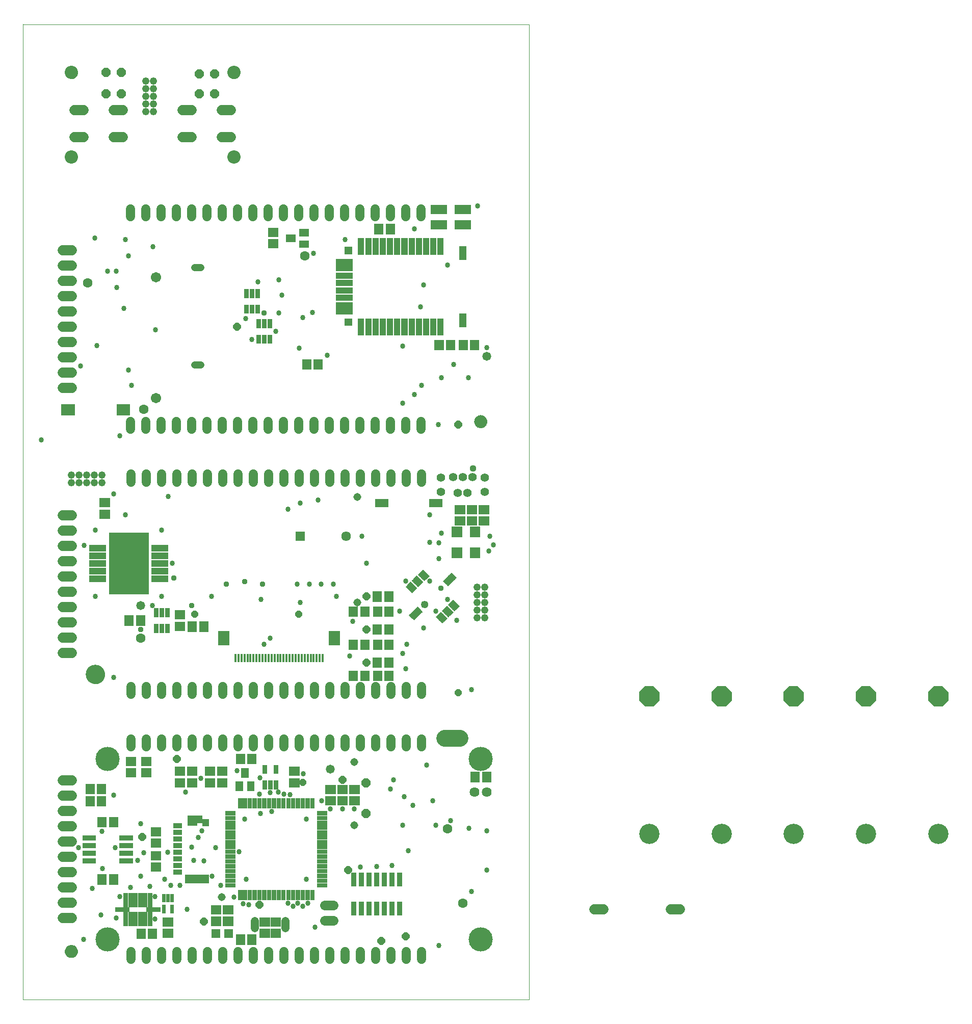
<source format=gts>
G75*
%MOIN*%
%OFA0B0*%
%FSLAX25Y25*%
%IPPOS*%
%LPD*%
%AMOC8*
5,1,8,0,0,1.08239X$1,22.5*
%
%ADD10C,0.00000*%
%ADD11C,0.08674*%
%ADD12C,0.12611*%
%ADD13C,0.06800*%
%ADD14C,0.06000*%
%ADD15OC8,0.06000*%
%ADD16C,0.00237*%
%ADD17C,0.06400*%
%ADD18C,0.00221*%
%ADD19C,0.00237*%
%ADD20C,0.00272*%
%ADD21C,0.00309*%
%ADD22C,0.05200*%
%ADD23C,0.00255*%
%ADD24C,0.00232*%
%ADD25R,0.25197X0.39370*%
%ADD26C,0.00252*%
%ADD27C,0.00260*%
%ADD28C,0.03784*%
%ADD29C,0.00237*%
%ADD30C,0.00267*%
%ADD31C,0.00253*%
%ADD32C,0.00252*%
%ADD33C,0.00249*%
%ADD34C,0.04769*%
%ADD35C,0.06737*%
%ADD36C,0.00280*%
%ADD37C,0.00256*%
%ADD38C,0.00270*%
%ADD39C,0.00201*%
%ADD40C,0.06400*%
%ADD41C,0.06312*%
%ADD42C,0.05800*%
%ADD43C,0.10850*%
%ADD44C,0.05556*%
%ADD45C,0.03753*%
%ADD46C,0.04934*%
%ADD47R,0.01575X0.05512*%
%ADD48R,0.07480X0.09252*%
%ADD49C,0.04769*%
%ADD50R,0.06343X0.06343*%
%ADD51C,0.06343*%
%ADD52C,0.00500*%
%ADD53C,0.13200*%
%ADD54OC8,0.13200*%
%ADD55C,0.00213*%
%ADD56C,0.03384*%
%ADD57OC8,0.05156*%
%ADD58OC8,0.04369*%
%ADD59OC8,0.03384*%
%ADD60C,0.05156*%
%ADD61C,0.04369*%
%ADD62C,0.15824*%
D10*
X0049044Y0040429D02*
X0379753Y0040429D01*
X0379753Y0678224D01*
X0049044Y0678224D01*
X0049005Y0678382D02*
X0049005Y0040587D01*
X0090382Y0253028D02*
X0090384Y0253181D01*
X0090390Y0253335D01*
X0090400Y0253488D01*
X0090414Y0253640D01*
X0090432Y0253793D01*
X0090454Y0253944D01*
X0090479Y0254095D01*
X0090509Y0254246D01*
X0090543Y0254396D01*
X0090580Y0254544D01*
X0090621Y0254692D01*
X0090666Y0254838D01*
X0090715Y0254984D01*
X0090768Y0255128D01*
X0090824Y0255270D01*
X0090884Y0255411D01*
X0090948Y0255551D01*
X0091015Y0255689D01*
X0091086Y0255825D01*
X0091161Y0255959D01*
X0091238Y0256091D01*
X0091320Y0256221D01*
X0091404Y0256349D01*
X0091492Y0256475D01*
X0091583Y0256598D01*
X0091677Y0256719D01*
X0091775Y0256837D01*
X0091875Y0256953D01*
X0091979Y0257066D01*
X0092085Y0257177D01*
X0092194Y0257285D01*
X0092306Y0257390D01*
X0092420Y0257491D01*
X0092538Y0257590D01*
X0092657Y0257686D01*
X0092779Y0257779D01*
X0092904Y0257868D01*
X0093031Y0257955D01*
X0093160Y0258037D01*
X0093291Y0258117D01*
X0093424Y0258193D01*
X0093559Y0258266D01*
X0093696Y0258335D01*
X0093835Y0258400D01*
X0093975Y0258462D01*
X0094117Y0258520D01*
X0094260Y0258575D01*
X0094405Y0258626D01*
X0094551Y0258673D01*
X0094698Y0258716D01*
X0094846Y0258755D01*
X0094995Y0258791D01*
X0095145Y0258822D01*
X0095296Y0258850D01*
X0095447Y0258874D01*
X0095600Y0258894D01*
X0095752Y0258910D01*
X0095905Y0258922D01*
X0096058Y0258930D01*
X0096211Y0258934D01*
X0096365Y0258934D01*
X0096518Y0258930D01*
X0096671Y0258922D01*
X0096824Y0258910D01*
X0096976Y0258894D01*
X0097129Y0258874D01*
X0097280Y0258850D01*
X0097431Y0258822D01*
X0097581Y0258791D01*
X0097730Y0258755D01*
X0097878Y0258716D01*
X0098025Y0258673D01*
X0098171Y0258626D01*
X0098316Y0258575D01*
X0098459Y0258520D01*
X0098601Y0258462D01*
X0098741Y0258400D01*
X0098880Y0258335D01*
X0099017Y0258266D01*
X0099152Y0258193D01*
X0099285Y0258117D01*
X0099416Y0258037D01*
X0099545Y0257955D01*
X0099672Y0257868D01*
X0099797Y0257779D01*
X0099919Y0257686D01*
X0100038Y0257590D01*
X0100156Y0257491D01*
X0100270Y0257390D01*
X0100382Y0257285D01*
X0100491Y0257177D01*
X0100597Y0257066D01*
X0100701Y0256953D01*
X0100801Y0256837D01*
X0100899Y0256719D01*
X0100993Y0256598D01*
X0101084Y0256475D01*
X0101172Y0256349D01*
X0101256Y0256221D01*
X0101338Y0256091D01*
X0101415Y0255959D01*
X0101490Y0255825D01*
X0101561Y0255689D01*
X0101628Y0255551D01*
X0101692Y0255411D01*
X0101752Y0255270D01*
X0101808Y0255128D01*
X0101861Y0254984D01*
X0101910Y0254838D01*
X0101955Y0254692D01*
X0101996Y0254544D01*
X0102033Y0254396D01*
X0102067Y0254246D01*
X0102097Y0254095D01*
X0102122Y0253944D01*
X0102144Y0253793D01*
X0102162Y0253640D01*
X0102176Y0253488D01*
X0102186Y0253335D01*
X0102192Y0253181D01*
X0102194Y0253028D01*
X0102192Y0252875D01*
X0102186Y0252721D01*
X0102176Y0252568D01*
X0102162Y0252416D01*
X0102144Y0252263D01*
X0102122Y0252112D01*
X0102097Y0251961D01*
X0102067Y0251810D01*
X0102033Y0251660D01*
X0101996Y0251512D01*
X0101955Y0251364D01*
X0101910Y0251218D01*
X0101861Y0251072D01*
X0101808Y0250928D01*
X0101752Y0250786D01*
X0101692Y0250645D01*
X0101628Y0250505D01*
X0101561Y0250367D01*
X0101490Y0250231D01*
X0101415Y0250097D01*
X0101338Y0249965D01*
X0101256Y0249835D01*
X0101172Y0249707D01*
X0101084Y0249581D01*
X0100993Y0249458D01*
X0100899Y0249337D01*
X0100801Y0249219D01*
X0100701Y0249103D01*
X0100597Y0248990D01*
X0100491Y0248879D01*
X0100382Y0248771D01*
X0100270Y0248666D01*
X0100156Y0248565D01*
X0100038Y0248466D01*
X0099919Y0248370D01*
X0099797Y0248277D01*
X0099672Y0248188D01*
X0099545Y0248101D01*
X0099416Y0248019D01*
X0099285Y0247939D01*
X0099152Y0247863D01*
X0099017Y0247790D01*
X0098880Y0247721D01*
X0098741Y0247656D01*
X0098601Y0247594D01*
X0098459Y0247536D01*
X0098316Y0247481D01*
X0098171Y0247430D01*
X0098025Y0247383D01*
X0097878Y0247340D01*
X0097730Y0247301D01*
X0097581Y0247265D01*
X0097431Y0247234D01*
X0097280Y0247206D01*
X0097129Y0247182D01*
X0096976Y0247162D01*
X0096824Y0247146D01*
X0096671Y0247134D01*
X0096518Y0247126D01*
X0096365Y0247122D01*
X0096211Y0247122D01*
X0096058Y0247126D01*
X0095905Y0247134D01*
X0095752Y0247146D01*
X0095600Y0247162D01*
X0095447Y0247182D01*
X0095296Y0247206D01*
X0095145Y0247234D01*
X0094995Y0247265D01*
X0094846Y0247301D01*
X0094698Y0247340D01*
X0094551Y0247383D01*
X0094405Y0247430D01*
X0094260Y0247481D01*
X0094117Y0247536D01*
X0093975Y0247594D01*
X0093835Y0247656D01*
X0093696Y0247721D01*
X0093559Y0247790D01*
X0093424Y0247863D01*
X0093291Y0247939D01*
X0093160Y0248019D01*
X0093031Y0248101D01*
X0092904Y0248188D01*
X0092779Y0248277D01*
X0092657Y0248370D01*
X0092538Y0248466D01*
X0092420Y0248565D01*
X0092306Y0248666D01*
X0092194Y0248771D01*
X0092085Y0248879D01*
X0091979Y0248990D01*
X0091875Y0249103D01*
X0091775Y0249219D01*
X0091677Y0249337D01*
X0091583Y0249458D01*
X0091492Y0249581D01*
X0091404Y0249707D01*
X0091320Y0249835D01*
X0091238Y0249965D01*
X0091161Y0250097D01*
X0091086Y0250231D01*
X0091015Y0250367D01*
X0090948Y0250505D01*
X0090884Y0250645D01*
X0090824Y0250786D01*
X0090768Y0250928D01*
X0090715Y0251072D01*
X0090666Y0251218D01*
X0090621Y0251364D01*
X0090580Y0251512D01*
X0090543Y0251660D01*
X0090509Y0251810D01*
X0090479Y0251961D01*
X0090454Y0252112D01*
X0090432Y0252263D01*
X0090414Y0252416D01*
X0090400Y0252568D01*
X0090390Y0252721D01*
X0090384Y0252875D01*
X0090382Y0253028D01*
X0309404Y0298919D02*
X0309406Y0299010D01*
X0309412Y0299100D01*
X0309422Y0299191D01*
X0309436Y0299280D01*
X0309454Y0299369D01*
X0309475Y0299458D01*
X0309501Y0299545D01*
X0309530Y0299631D01*
X0309564Y0299715D01*
X0309600Y0299798D01*
X0309641Y0299880D01*
X0309685Y0299959D01*
X0309732Y0300037D01*
X0309783Y0300112D01*
X0309837Y0300185D01*
X0309894Y0300255D01*
X0309954Y0300323D01*
X0310017Y0300389D01*
X0310083Y0300451D01*
X0310152Y0300510D01*
X0310223Y0300567D01*
X0310297Y0300620D01*
X0310373Y0300670D01*
X0310451Y0300717D01*
X0310531Y0300760D01*
X0310612Y0300799D01*
X0310696Y0300835D01*
X0310781Y0300867D01*
X0310867Y0300896D01*
X0310954Y0300920D01*
X0311043Y0300941D01*
X0311132Y0300958D01*
X0311222Y0300971D01*
X0311312Y0300980D01*
X0311403Y0300985D01*
X0311494Y0300986D01*
X0311584Y0300983D01*
X0311675Y0300976D01*
X0311765Y0300965D01*
X0311855Y0300950D01*
X0311944Y0300931D01*
X0312032Y0300909D01*
X0312118Y0300882D01*
X0312204Y0300852D01*
X0312288Y0300818D01*
X0312371Y0300780D01*
X0312452Y0300739D01*
X0312531Y0300694D01*
X0312608Y0300645D01*
X0312682Y0300594D01*
X0312755Y0300539D01*
X0312825Y0300481D01*
X0312892Y0300420D01*
X0312956Y0300356D01*
X0313018Y0300290D01*
X0313077Y0300220D01*
X0313132Y0300149D01*
X0313185Y0300074D01*
X0313234Y0299998D01*
X0313280Y0299920D01*
X0313322Y0299839D01*
X0313361Y0299757D01*
X0313396Y0299673D01*
X0313427Y0299588D01*
X0313454Y0299501D01*
X0313478Y0299414D01*
X0313498Y0299325D01*
X0313514Y0299236D01*
X0313526Y0299146D01*
X0313534Y0299055D01*
X0313538Y0298964D01*
X0313538Y0298874D01*
X0313534Y0298783D01*
X0313526Y0298692D01*
X0313514Y0298602D01*
X0313498Y0298513D01*
X0313478Y0298424D01*
X0313454Y0298337D01*
X0313427Y0298250D01*
X0313396Y0298165D01*
X0313361Y0298081D01*
X0313322Y0297999D01*
X0313280Y0297918D01*
X0313234Y0297840D01*
X0313185Y0297764D01*
X0313132Y0297689D01*
X0313077Y0297618D01*
X0313018Y0297548D01*
X0312956Y0297482D01*
X0312892Y0297418D01*
X0312825Y0297357D01*
X0312755Y0297299D01*
X0312682Y0297244D01*
X0312608Y0297193D01*
X0312531Y0297144D01*
X0312452Y0297099D01*
X0312371Y0297058D01*
X0312288Y0297020D01*
X0312204Y0296986D01*
X0312118Y0296956D01*
X0312032Y0296929D01*
X0311944Y0296907D01*
X0311855Y0296888D01*
X0311765Y0296873D01*
X0311675Y0296862D01*
X0311584Y0296855D01*
X0311494Y0296852D01*
X0311403Y0296853D01*
X0311312Y0296858D01*
X0311222Y0296867D01*
X0311132Y0296880D01*
X0311043Y0296897D01*
X0310954Y0296918D01*
X0310867Y0296942D01*
X0310781Y0296971D01*
X0310696Y0297003D01*
X0310612Y0297039D01*
X0310531Y0297078D01*
X0310451Y0297121D01*
X0310373Y0297168D01*
X0310297Y0297218D01*
X0310223Y0297271D01*
X0310152Y0297328D01*
X0310083Y0297387D01*
X0310017Y0297449D01*
X0309954Y0297515D01*
X0309894Y0297583D01*
X0309837Y0297653D01*
X0309783Y0297726D01*
X0309732Y0297801D01*
X0309685Y0297879D01*
X0309641Y0297958D01*
X0309600Y0298040D01*
X0309564Y0298123D01*
X0309530Y0298207D01*
X0309501Y0298293D01*
X0309475Y0298380D01*
X0309454Y0298469D01*
X0309436Y0298558D01*
X0309422Y0298647D01*
X0309412Y0298738D01*
X0309406Y0298828D01*
X0309404Y0298919D01*
X0320574Y0309498D02*
X0320576Y0309575D01*
X0320582Y0309651D01*
X0320592Y0309727D01*
X0320606Y0309802D01*
X0320623Y0309877D01*
X0320645Y0309950D01*
X0320670Y0310023D01*
X0320700Y0310094D01*
X0320732Y0310163D01*
X0320769Y0310230D01*
X0320808Y0310296D01*
X0320851Y0310359D01*
X0320898Y0310420D01*
X0320947Y0310479D01*
X0321000Y0310535D01*
X0321055Y0310588D01*
X0321113Y0310638D01*
X0321173Y0310685D01*
X0321236Y0310729D01*
X0321301Y0310770D01*
X0321368Y0310807D01*
X0321437Y0310841D01*
X0321507Y0310871D01*
X0321579Y0310897D01*
X0321653Y0310919D01*
X0321727Y0310938D01*
X0321802Y0310953D01*
X0321878Y0310964D01*
X0321954Y0310971D01*
X0322031Y0310974D01*
X0322107Y0310973D01*
X0322184Y0310968D01*
X0322260Y0310959D01*
X0322336Y0310946D01*
X0322410Y0310929D01*
X0322484Y0310909D01*
X0322557Y0310884D01*
X0322628Y0310856D01*
X0322698Y0310824D01*
X0322766Y0310789D01*
X0322832Y0310750D01*
X0322896Y0310708D01*
X0322957Y0310662D01*
X0323017Y0310613D01*
X0323073Y0310562D01*
X0323127Y0310507D01*
X0323178Y0310450D01*
X0323226Y0310390D01*
X0323271Y0310328D01*
X0323312Y0310263D01*
X0323350Y0310197D01*
X0323385Y0310129D01*
X0323415Y0310058D01*
X0323443Y0309987D01*
X0323466Y0309914D01*
X0323486Y0309840D01*
X0323502Y0309765D01*
X0323514Y0309689D01*
X0323522Y0309613D01*
X0323526Y0309536D01*
X0323526Y0309460D01*
X0323522Y0309383D01*
X0323514Y0309307D01*
X0323502Y0309231D01*
X0323486Y0309156D01*
X0323466Y0309082D01*
X0323443Y0309009D01*
X0323415Y0308938D01*
X0323385Y0308867D01*
X0323350Y0308799D01*
X0323312Y0308733D01*
X0323271Y0308668D01*
X0323226Y0308606D01*
X0323178Y0308546D01*
X0323127Y0308489D01*
X0323073Y0308434D01*
X0323017Y0308383D01*
X0322957Y0308334D01*
X0322896Y0308288D01*
X0322832Y0308246D01*
X0322766Y0308207D01*
X0322698Y0308172D01*
X0322628Y0308140D01*
X0322557Y0308112D01*
X0322484Y0308087D01*
X0322410Y0308067D01*
X0322336Y0308050D01*
X0322260Y0308037D01*
X0322184Y0308028D01*
X0322107Y0308023D01*
X0322031Y0308022D01*
X0321954Y0308025D01*
X0321878Y0308032D01*
X0321802Y0308043D01*
X0321727Y0308058D01*
X0321653Y0308077D01*
X0321579Y0308099D01*
X0321507Y0308125D01*
X0321437Y0308155D01*
X0321368Y0308189D01*
X0321301Y0308226D01*
X0321236Y0308267D01*
X0321173Y0308311D01*
X0321113Y0308358D01*
X0321055Y0308408D01*
X0321000Y0308461D01*
X0320947Y0308517D01*
X0320898Y0308576D01*
X0320851Y0308637D01*
X0320808Y0308700D01*
X0320769Y0308766D01*
X0320732Y0308833D01*
X0320700Y0308902D01*
X0320670Y0308973D01*
X0320645Y0309046D01*
X0320623Y0309119D01*
X0320606Y0309194D01*
X0320592Y0309269D01*
X0320582Y0309345D01*
X0320576Y0309421D01*
X0320574Y0309498D01*
X0182902Y0591610D02*
X0182904Y0591735D01*
X0182910Y0591860D01*
X0182920Y0591984D01*
X0182934Y0592108D01*
X0182951Y0592232D01*
X0182973Y0592355D01*
X0182999Y0592477D01*
X0183028Y0592599D01*
X0183061Y0592719D01*
X0183099Y0592838D01*
X0183139Y0592957D01*
X0183184Y0593073D01*
X0183232Y0593188D01*
X0183284Y0593302D01*
X0183340Y0593414D01*
X0183399Y0593524D01*
X0183461Y0593632D01*
X0183527Y0593739D01*
X0183596Y0593843D01*
X0183669Y0593944D01*
X0183744Y0594044D01*
X0183823Y0594141D01*
X0183905Y0594235D01*
X0183990Y0594327D01*
X0184077Y0594416D01*
X0184168Y0594502D01*
X0184261Y0594585D01*
X0184357Y0594666D01*
X0184455Y0594743D01*
X0184555Y0594817D01*
X0184658Y0594888D01*
X0184763Y0594955D01*
X0184871Y0595020D01*
X0184980Y0595080D01*
X0185091Y0595138D01*
X0185204Y0595191D01*
X0185318Y0595241D01*
X0185434Y0595288D01*
X0185551Y0595330D01*
X0185670Y0595369D01*
X0185790Y0595405D01*
X0185911Y0595436D01*
X0186033Y0595464D01*
X0186155Y0595487D01*
X0186279Y0595507D01*
X0186403Y0595523D01*
X0186527Y0595535D01*
X0186652Y0595543D01*
X0186777Y0595547D01*
X0186901Y0595547D01*
X0187026Y0595543D01*
X0187151Y0595535D01*
X0187275Y0595523D01*
X0187399Y0595507D01*
X0187523Y0595487D01*
X0187645Y0595464D01*
X0187767Y0595436D01*
X0187888Y0595405D01*
X0188008Y0595369D01*
X0188127Y0595330D01*
X0188244Y0595288D01*
X0188360Y0595241D01*
X0188474Y0595191D01*
X0188587Y0595138D01*
X0188698Y0595080D01*
X0188808Y0595020D01*
X0188915Y0594955D01*
X0189020Y0594888D01*
X0189123Y0594817D01*
X0189223Y0594743D01*
X0189321Y0594666D01*
X0189417Y0594585D01*
X0189510Y0594502D01*
X0189601Y0594416D01*
X0189688Y0594327D01*
X0189773Y0594235D01*
X0189855Y0594141D01*
X0189934Y0594044D01*
X0190009Y0593944D01*
X0190082Y0593843D01*
X0190151Y0593739D01*
X0190217Y0593632D01*
X0190279Y0593524D01*
X0190338Y0593414D01*
X0190394Y0593302D01*
X0190446Y0593188D01*
X0190494Y0593073D01*
X0190539Y0592957D01*
X0190579Y0592838D01*
X0190617Y0592719D01*
X0190650Y0592599D01*
X0190679Y0592477D01*
X0190705Y0592355D01*
X0190727Y0592232D01*
X0190744Y0592108D01*
X0190758Y0591984D01*
X0190768Y0591860D01*
X0190774Y0591735D01*
X0190776Y0591610D01*
X0190774Y0591485D01*
X0190768Y0591360D01*
X0190758Y0591236D01*
X0190744Y0591112D01*
X0190727Y0590988D01*
X0190705Y0590865D01*
X0190679Y0590743D01*
X0190650Y0590621D01*
X0190617Y0590501D01*
X0190579Y0590382D01*
X0190539Y0590263D01*
X0190494Y0590147D01*
X0190446Y0590032D01*
X0190394Y0589918D01*
X0190338Y0589806D01*
X0190279Y0589696D01*
X0190217Y0589588D01*
X0190151Y0589481D01*
X0190082Y0589377D01*
X0190009Y0589276D01*
X0189934Y0589176D01*
X0189855Y0589079D01*
X0189773Y0588985D01*
X0189688Y0588893D01*
X0189601Y0588804D01*
X0189510Y0588718D01*
X0189417Y0588635D01*
X0189321Y0588554D01*
X0189223Y0588477D01*
X0189123Y0588403D01*
X0189020Y0588332D01*
X0188915Y0588265D01*
X0188807Y0588200D01*
X0188698Y0588140D01*
X0188587Y0588082D01*
X0188474Y0588029D01*
X0188360Y0587979D01*
X0188244Y0587932D01*
X0188127Y0587890D01*
X0188008Y0587851D01*
X0187888Y0587815D01*
X0187767Y0587784D01*
X0187645Y0587756D01*
X0187523Y0587733D01*
X0187399Y0587713D01*
X0187275Y0587697D01*
X0187151Y0587685D01*
X0187026Y0587677D01*
X0186901Y0587673D01*
X0186777Y0587673D01*
X0186652Y0587677D01*
X0186527Y0587685D01*
X0186403Y0587697D01*
X0186279Y0587713D01*
X0186155Y0587733D01*
X0186033Y0587756D01*
X0185911Y0587784D01*
X0185790Y0587815D01*
X0185670Y0587851D01*
X0185551Y0587890D01*
X0185434Y0587932D01*
X0185318Y0587979D01*
X0185204Y0588029D01*
X0185091Y0588082D01*
X0184980Y0588140D01*
X0184870Y0588200D01*
X0184763Y0588265D01*
X0184658Y0588332D01*
X0184555Y0588403D01*
X0184455Y0588477D01*
X0184357Y0588554D01*
X0184261Y0588635D01*
X0184168Y0588718D01*
X0184077Y0588804D01*
X0183990Y0588893D01*
X0183905Y0588985D01*
X0183823Y0589079D01*
X0183744Y0589176D01*
X0183669Y0589276D01*
X0183596Y0589377D01*
X0183527Y0589481D01*
X0183461Y0589588D01*
X0183399Y0589696D01*
X0183340Y0589806D01*
X0183284Y0589918D01*
X0183232Y0590032D01*
X0183184Y0590147D01*
X0183139Y0590263D01*
X0183099Y0590382D01*
X0183061Y0590501D01*
X0183028Y0590621D01*
X0182999Y0590743D01*
X0182973Y0590865D01*
X0182951Y0590988D01*
X0182934Y0591112D01*
X0182920Y0591236D01*
X0182910Y0591360D01*
X0182904Y0591485D01*
X0182902Y0591610D01*
X0182902Y0646728D02*
X0182904Y0646853D01*
X0182910Y0646978D01*
X0182920Y0647102D01*
X0182934Y0647226D01*
X0182951Y0647350D01*
X0182973Y0647473D01*
X0182999Y0647595D01*
X0183028Y0647717D01*
X0183061Y0647837D01*
X0183099Y0647956D01*
X0183139Y0648075D01*
X0183184Y0648191D01*
X0183232Y0648306D01*
X0183284Y0648420D01*
X0183340Y0648532D01*
X0183399Y0648642D01*
X0183461Y0648750D01*
X0183527Y0648857D01*
X0183596Y0648961D01*
X0183669Y0649062D01*
X0183744Y0649162D01*
X0183823Y0649259D01*
X0183905Y0649353D01*
X0183990Y0649445D01*
X0184077Y0649534D01*
X0184168Y0649620D01*
X0184261Y0649703D01*
X0184357Y0649784D01*
X0184455Y0649861D01*
X0184555Y0649935D01*
X0184658Y0650006D01*
X0184763Y0650073D01*
X0184871Y0650138D01*
X0184980Y0650198D01*
X0185091Y0650256D01*
X0185204Y0650309D01*
X0185318Y0650359D01*
X0185434Y0650406D01*
X0185551Y0650448D01*
X0185670Y0650487D01*
X0185790Y0650523D01*
X0185911Y0650554D01*
X0186033Y0650582D01*
X0186155Y0650605D01*
X0186279Y0650625D01*
X0186403Y0650641D01*
X0186527Y0650653D01*
X0186652Y0650661D01*
X0186777Y0650665D01*
X0186901Y0650665D01*
X0187026Y0650661D01*
X0187151Y0650653D01*
X0187275Y0650641D01*
X0187399Y0650625D01*
X0187523Y0650605D01*
X0187645Y0650582D01*
X0187767Y0650554D01*
X0187888Y0650523D01*
X0188008Y0650487D01*
X0188127Y0650448D01*
X0188244Y0650406D01*
X0188360Y0650359D01*
X0188474Y0650309D01*
X0188587Y0650256D01*
X0188698Y0650198D01*
X0188808Y0650138D01*
X0188915Y0650073D01*
X0189020Y0650006D01*
X0189123Y0649935D01*
X0189223Y0649861D01*
X0189321Y0649784D01*
X0189417Y0649703D01*
X0189510Y0649620D01*
X0189601Y0649534D01*
X0189688Y0649445D01*
X0189773Y0649353D01*
X0189855Y0649259D01*
X0189934Y0649162D01*
X0190009Y0649062D01*
X0190082Y0648961D01*
X0190151Y0648857D01*
X0190217Y0648750D01*
X0190279Y0648642D01*
X0190338Y0648532D01*
X0190394Y0648420D01*
X0190446Y0648306D01*
X0190494Y0648191D01*
X0190539Y0648075D01*
X0190579Y0647956D01*
X0190617Y0647837D01*
X0190650Y0647717D01*
X0190679Y0647595D01*
X0190705Y0647473D01*
X0190727Y0647350D01*
X0190744Y0647226D01*
X0190758Y0647102D01*
X0190768Y0646978D01*
X0190774Y0646853D01*
X0190776Y0646728D01*
X0190774Y0646603D01*
X0190768Y0646478D01*
X0190758Y0646354D01*
X0190744Y0646230D01*
X0190727Y0646106D01*
X0190705Y0645983D01*
X0190679Y0645861D01*
X0190650Y0645739D01*
X0190617Y0645619D01*
X0190579Y0645500D01*
X0190539Y0645381D01*
X0190494Y0645265D01*
X0190446Y0645150D01*
X0190394Y0645036D01*
X0190338Y0644924D01*
X0190279Y0644814D01*
X0190217Y0644706D01*
X0190151Y0644599D01*
X0190082Y0644495D01*
X0190009Y0644394D01*
X0189934Y0644294D01*
X0189855Y0644197D01*
X0189773Y0644103D01*
X0189688Y0644011D01*
X0189601Y0643922D01*
X0189510Y0643836D01*
X0189417Y0643753D01*
X0189321Y0643672D01*
X0189223Y0643595D01*
X0189123Y0643521D01*
X0189020Y0643450D01*
X0188915Y0643383D01*
X0188807Y0643318D01*
X0188698Y0643258D01*
X0188587Y0643200D01*
X0188474Y0643147D01*
X0188360Y0643097D01*
X0188244Y0643050D01*
X0188127Y0643008D01*
X0188008Y0642969D01*
X0187888Y0642933D01*
X0187767Y0642902D01*
X0187645Y0642874D01*
X0187523Y0642851D01*
X0187399Y0642831D01*
X0187275Y0642815D01*
X0187151Y0642803D01*
X0187026Y0642795D01*
X0186901Y0642791D01*
X0186777Y0642791D01*
X0186652Y0642795D01*
X0186527Y0642803D01*
X0186403Y0642815D01*
X0186279Y0642831D01*
X0186155Y0642851D01*
X0186033Y0642874D01*
X0185911Y0642902D01*
X0185790Y0642933D01*
X0185670Y0642969D01*
X0185551Y0643008D01*
X0185434Y0643050D01*
X0185318Y0643097D01*
X0185204Y0643147D01*
X0185091Y0643200D01*
X0184980Y0643258D01*
X0184870Y0643318D01*
X0184763Y0643383D01*
X0184658Y0643450D01*
X0184555Y0643521D01*
X0184455Y0643595D01*
X0184357Y0643672D01*
X0184261Y0643753D01*
X0184168Y0643836D01*
X0184077Y0643922D01*
X0183990Y0644011D01*
X0183905Y0644103D01*
X0183823Y0644197D01*
X0183744Y0644294D01*
X0183669Y0644394D01*
X0183596Y0644495D01*
X0183527Y0644599D01*
X0183461Y0644706D01*
X0183399Y0644814D01*
X0183340Y0644924D01*
X0183284Y0645036D01*
X0183232Y0645150D01*
X0183184Y0645265D01*
X0183139Y0645381D01*
X0183099Y0645500D01*
X0183061Y0645619D01*
X0183028Y0645739D01*
X0182999Y0645861D01*
X0182973Y0645983D01*
X0182951Y0646106D01*
X0182934Y0646230D01*
X0182920Y0646354D01*
X0182910Y0646478D01*
X0182904Y0646603D01*
X0182902Y0646728D01*
X0076603Y0646728D02*
X0076605Y0646853D01*
X0076611Y0646978D01*
X0076621Y0647102D01*
X0076635Y0647226D01*
X0076652Y0647350D01*
X0076674Y0647473D01*
X0076700Y0647595D01*
X0076729Y0647717D01*
X0076762Y0647837D01*
X0076800Y0647956D01*
X0076840Y0648075D01*
X0076885Y0648191D01*
X0076933Y0648306D01*
X0076985Y0648420D01*
X0077041Y0648532D01*
X0077100Y0648642D01*
X0077162Y0648750D01*
X0077228Y0648857D01*
X0077297Y0648961D01*
X0077370Y0649062D01*
X0077445Y0649162D01*
X0077524Y0649259D01*
X0077606Y0649353D01*
X0077691Y0649445D01*
X0077778Y0649534D01*
X0077869Y0649620D01*
X0077962Y0649703D01*
X0078058Y0649784D01*
X0078156Y0649861D01*
X0078256Y0649935D01*
X0078359Y0650006D01*
X0078464Y0650073D01*
X0078572Y0650138D01*
X0078681Y0650198D01*
X0078792Y0650256D01*
X0078905Y0650309D01*
X0079019Y0650359D01*
X0079135Y0650406D01*
X0079252Y0650448D01*
X0079371Y0650487D01*
X0079491Y0650523D01*
X0079612Y0650554D01*
X0079734Y0650582D01*
X0079856Y0650605D01*
X0079980Y0650625D01*
X0080104Y0650641D01*
X0080228Y0650653D01*
X0080353Y0650661D01*
X0080478Y0650665D01*
X0080602Y0650665D01*
X0080727Y0650661D01*
X0080852Y0650653D01*
X0080976Y0650641D01*
X0081100Y0650625D01*
X0081224Y0650605D01*
X0081346Y0650582D01*
X0081468Y0650554D01*
X0081589Y0650523D01*
X0081709Y0650487D01*
X0081828Y0650448D01*
X0081945Y0650406D01*
X0082061Y0650359D01*
X0082175Y0650309D01*
X0082288Y0650256D01*
X0082399Y0650198D01*
X0082509Y0650138D01*
X0082616Y0650073D01*
X0082721Y0650006D01*
X0082824Y0649935D01*
X0082924Y0649861D01*
X0083022Y0649784D01*
X0083118Y0649703D01*
X0083211Y0649620D01*
X0083302Y0649534D01*
X0083389Y0649445D01*
X0083474Y0649353D01*
X0083556Y0649259D01*
X0083635Y0649162D01*
X0083710Y0649062D01*
X0083783Y0648961D01*
X0083852Y0648857D01*
X0083918Y0648750D01*
X0083980Y0648642D01*
X0084039Y0648532D01*
X0084095Y0648420D01*
X0084147Y0648306D01*
X0084195Y0648191D01*
X0084240Y0648075D01*
X0084280Y0647956D01*
X0084318Y0647837D01*
X0084351Y0647717D01*
X0084380Y0647595D01*
X0084406Y0647473D01*
X0084428Y0647350D01*
X0084445Y0647226D01*
X0084459Y0647102D01*
X0084469Y0646978D01*
X0084475Y0646853D01*
X0084477Y0646728D01*
X0084475Y0646603D01*
X0084469Y0646478D01*
X0084459Y0646354D01*
X0084445Y0646230D01*
X0084428Y0646106D01*
X0084406Y0645983D01*
X0084380Y0645861D01*
X0084351Y0645739D01*
X0084318Y0645619D01*
X0084280Y0645500D01*
X0084240Y0645381D01*
X0084195Y0645265D01*
X0084147Y0645150D01*
X0084095Y0645036D01*
X0084039Y0644924D01*
X0083980Y0644814D01*
X0083918Y0644706D01*
X0083852Y0644599D01*
X0083783Y0644495D01*
X0083710Y0644394D01*
X0083635Y0644294D01*
X0083556Y0644197D01*
X0083474Y0644103D01*
X0083389Y0644011D01*
X0083302Y0643922D01*
X0083211Y0643836D01*
X0083118Y0643753D01*
X0083022Y0643672D01*
X0082924Y0643595D01*
X0082824Y0643521D01*
X0082721Y0643450D01*
X0082616Y0643383D01*
X0082508Y0643318D01*
X0082399Y0643258D01*
X0082288Y0643200D01*
X0082175Y0643147D01*
X0082061Y0643097D01*
X0081945Y0643050D01*
X0081828Y0643008D01*
X0081709Y0642969D01*
X0081589Y0642933D01*
X0081468Y0642902D01*
X0081346Y0642874D01*
X0081224Y0642851D01*
X0081100Y0642831D01*
X0080976Y0642815D01*
X0080852Y0642803D01*
X0080727Y0642795D01*
X0080602Y0642791D01*
X0080478Y0642791D01*
X0080353Y0642795D01*
X0080228Y0642803D01*
X0080104Y0642815D01*
X0079980Y0642831D01*
X0079856Y0642851D01*
X0079734Y0642874D01*
X0079612Y0642902D01*
X0079491Y0642933D01*
X0079371Y0642969D01*
X0079252Y0643008D01*
X0079135Y0643050D01*
X0079019Y0643097D01*
X0078905Y0643147D01*
X0078792Y0643200D01*
X0078681Y0643258D01*
X0078571Y0643318D01*
X0078464Y0643383D01*
X0078359Y0643450D01*
X0078256Y0643521D01*
X0078156Y0643595D01*
X0078058Y0643672D01*
X0077962Y0643753D01*
X0077869Y0643836D01*
X0077778Y0643922D01*
X0077691Y0644011D01*
X0077606Y0644103D01*
X0077524Y0644197D01*
X0077445Y0644294D01*
X0077370Y0644394D01*
X0077297Y0644495D01*
X0077228Y0644599D01*
X0077162Y0644706D01*
X0077100Y0644814D01*
X0077041Y0644924D01*
X0076985Y0645036D01*
X0076933Y0645150D01*
X0076885Y0645265D01*
X0076840Y0645381D01*
X0076800Y0645500D01*
X0076762Y0645619D01*
X0076729Y0645739D01*
X0076700Y0645861D01*
X0076674Y0645983D01*
X0076652Y0646106D01*
X0076635Y0646230D01*
X0076621Y0646354D01*
X0076611Y0646478D01*
X0076605Y0646603D01*
X0076603Y0646728D01*
X0076603Y0591610D02*
X0076605Y0591735D01*
X0076611Y0591860D01*
X0076621Y0591984D01*
X0076635Y0592108D01*
X0076652Y0592232D01*
X0076674Y0592355D01*
X0076700Y0592477D01*
X0076729Y0592599D01*
X0076762Y0592719D01*
X0076800Y0592838D01*
X0076840Y0592957D01*
X0076885Y0593073D01*
X0076933Y0593188D01*
X0076985Y0593302D01*
X0077041Y0593414D01*
X0077100Y0593524D01*
X0077162Y0593632D01*
X0077228Y0593739D01*
X0077297Y0593843D01*
X0077370Y0593944D01*
X0077445Y0594044D01*
X0077524Y0594141D01*
X0077606Y0594235D01*
X0077691Y0594327D01*
X0077778Y0594416D01*
X0077869Y0594502D01*
X0077962Y0594585D01*
X0078058Y0594666D01*
X0078156Y0594743D01*
X0078256Y0594817D01*
X0078359Y0594888D01*
X0078464Y0594955D01*
X0078572Y0595020D01*
X0078681Y0595080D01*
X0078792Y0595138D01*
X0078905Y0595191D01*
X0079019Y0595241D01*
X0079135Y0595288D01*
X0079252Y0595330D01*
X0079371Y0595369D01*
X0079491Y0595405D01*
X0079612Y0595436D01*
X0079734Y0595464D01*
X0079856Y0595487D01*
X0079980Y0595507D01*
X0080104Y0595523D01*
X0080228Y0595535D01*
X0080353Y0595543D01*
X0080478Y0595547D01*
X0080602Y0595547D01*
X0080727Y0595543D01*
X0080852Y0595535D01*
X0080976Y0595523D01*
X0081100Y0595507D01*
X0081224Y0595487D01*
X0081346Y0595464D01*
X0081468Y0595436D01*
X0081589Y0595405D01*
X0081709Y0595369D01*
X0081828Y0595330D01*
X0081945Y0595288D01*
X0082061Y0595241D01*
X0082175Y0595191D01*
X0082288Y0595138D01*
X0082399Y0595080D01*
X0082509Y0595020D01*
X0082616Y0594955D01*
X0082721Y0594888D01*
X0082824Y0594817D01*
X0082924Y0594743D01*
X0083022Y0594666D01*
X0083118Y0594585D01*
X0083211Y0594502D01*
X0083302Y0594416D01*
X0083389Y0594327D01*
X0083474Y0594235D01*
X0083556Y0594141D01*
X0083635Y0594044D01*
X0083710Y0593944D01*
X0083783Y0593843D01*
X0083852Y0593739D01*
X0083918Y0593632D01*
X0083980Y0593524D01*
X0084039Y0593414D01*
X0084095Y0593302D01*
X0084147Y0593188D01*
X0084195Y0593073D01*
X0084240Y0592957D01*
X0084280Y0592838D01*
X0084318Y0592719D01*
X0084351Y0592599D01*
X0084380Y0592477D01*
X0084406Y0592355D01*
X0084428Y0592232D01*
X0084445Y0592108D01*
X0084459Y0591984D01*
X0084469Y0591860D01*
X0084475Y0591735D01*
X0084477Y0591610D01*
X0084475Y0591485D01*
X0084469Y0591360D01*
X0084459Y0591236D01*
X0084445Y0591112D01*
X0084428Y0590988D01*
X0084406Y0590865D01*
X0084380Y0590743D01*
X0084351Y0590621D01*
X0084318Y0590501D01*
X0084280Y0590382D01*
X0084240Y0590263D01*
X0084195Y0590147D01*
X0084147Y0590032D01*
X0084095Y0589918D01*
X0084039Y0589806D01*
X0083980Y0589696D01*
X0083918Y0589588D01*
X0083852Y0589481D01*
X0083783Y0589377D01*
X0083710Y0589276D01*
X0083635Y0589176D01*
X0083556Y0589079D01*
X0083474Y0588985D01*
X0083389Y0588893D01*
X0083302Y0588804D01*
X0083211Y0588718D01*
X0083118Y0588635D01*
X0083022Y0588554D01*
X0082924Y0588477D01*
X0082824Y0588403D01*
X0082721Y0588332D01*
X0082616Y0588265D01*
X0082508Y0588200D01*
X0082399Y0588140D01*
X0082288Y0588082D01*
X0082175Y0588029D01*
X0082061Y0587979D01*
X0081945Y0587932D01*
X0081828Y0587890D01*
X0081709Y0587851D01*
X0081589Y0587815D01*
X0081468Y0587784D01*
X0081346Y0587756D01*
X0081224Y0587733D01*
X0081100Y0587713D01*
X0080976Y0587697D01*
X0080852Y0587685D01*
X0080727Y0587677D01*
X0080602Y0587673D01*
X0080478Y0587673D01*
X0080353Y0587677D01*
X0080228Y0587685D01*
X0080104Y0587697D01*
X0079980Y0587713D01*
X0079856Y0587733D01*
X0079734Y0587756D01*
X0079612Y0587784D01*
X0079491Y0587815D01*
X0079371Y0587851D01*
X0079252Y0587890D01*
X0079135Y0587932D01*
X0079019Y0587979D01*
X0078905Y0588029D01*
X0078792Y0588082D01*
X0078681Y0588140D01*
X0078571Y0588200D01*
X0078464Y0588265D01*
X0078359Y0588332D01*
X0078256Y0588403D01*
X0078156Y0588477D01*
X0078058Y0588554D01*
X0077962Y0588635D01*
X0077869Y0588718D01*
X0077778Y0588804D01*
X0077691Y0588893D01*
X0077606Y0588985D01*
X0077524Y0589079D01*
X0077445Y0589176D01*
X0077370Y0589276D01*
X0077297Y0589377D01*
X0077228Y0589481D01*
X0077162Y0589588D01*
X0077100Y0589696D01*
X0077041Y0589806D01*
X0076985Y0589918D01*
X0076933Y0590032D01*
X0076885Y0590147D01*
X0076840Y0590263D01*
X0076800Y0590382D01*
X0076762Y0590501D01*
X0076729Y0590621D01*
X0076700Y0590743D01*
X0076674Y0590865D01*
X0076652Y0590988D01*
X0076635Y0591112D01*
X0076621Y0591236D01*
X0076611Y0591360D01*
X0076605Y0591485D01*
X0076603Y0591610D01*
D11*
X0080540Y0591610D03*
X0080540Y0646728D03*
X0186839Y0646728D03*
X0186839Y0591610D03*
D12*
X0096288Y0253028D03*
D13*
X0080981Y0267083D02*
X0074981Y0267083D01*
X0074981Y0277083D02*
X0080981Y0277083D01*
X0080981Y0287083D02*
X0074981Y0287083D01*
X0074981Y0297083D02*
X0080981Y0297083D01*
X0080981Y0307083D02*
X0074981Y0307083D01*
X0074981Y0317083D02*
X0080981Y0317083D01*
X0080981Y0327083D02*
X0074981Y0327083D01*
X0074981Y0337083D02*
X0080981Y0337083D01*
X0080981Y0347083D02*
X0074981Y0347083D01*
X0074981Y0357083D02*
X0080981Y0357083D01*
X0080942Y0440469D02*
X0074942Y0440469D01*
X0074942Y0450469D02*
X0080942Y0450469D01*
X0080942Y0460469D02*
X0074942Y0460469D01*
X0074942Y0470469D02*
X0080942Y0470469D01*
X0080942Y0480469D02*
X0074942Y0480469D01*
X0074942Y0490469D02*
X0080942Y0490469D01*
X0080942Y0500469D02*
X0074942Y0500469D01*
X0074942Y0510469D02*
X0080942Y0510469D01*
X0080942Y0520469D02*
X0074942Y0520469D01*
X0074942Y0530469D02*
X0080942Y0530469D01*
X0082457Y0604364D02*
X0088457Y0604364D01*
X0088457Y0622164D02*
X0082457Y0622164D01*
X0108057Y0622164D02*
X0114057Y0622164D01*
X0114057Y0604364D02*
X0108057Y0604364D01*
X0153323Y0604364D02*
X0159323Y0604364D01*
X0159323Y0622164D02*
X0153323Y0622164D01*
X0178923Y0622164D02*
X0184923Y0622164D01*
X0184923Y0604364D02*
X0178923Y0604364D01*
X0080981Y0183854D02*
X0074981Y0183854D01*
X0074981Y0173854D02*
X0080981Y0173854D01*
X0080981Y0163854D02*
X0074981Y0163854D01*
X0074981Y0153854D02*
X0080981Y0153854D01*
X0080981Y0143854D02*
X0074981Y0143854D01*
X0074981Y0133854D02*
X0080981Y0133854D01*
X0080981Y0123854D02*
X0074981Y0123854D01*
X0074981Y0113854D02*
X0080981Y0113854D01*
X0080981Y0103854D02*
X0074981Y0103854D01*
X0074981Y0093854D02*
X0080981Y0093854D01*
X0422619Y0099484D02*
X0428619Y0099484D01*
X0472619Y0099484D02*
X0478619Y0099484D01*
D14*
X0309398Y0071966D02*
X0309398Y0066766D01*
X0299398Y0066766D02*
X0299398Y0071966D01*
X0289398Y0071966D02*
X0289398Y0066766D01*
X0279398Y0066766D02*
X0279398Y0071966D01*
X0269398Y0071966D02*
X0269398Y0066766D01*
X0259398Y0066766D02*
X0259398Y0071966D01*
X0249398Y0071966D02*
X0249398Y0066766D01*
X0239398Y0066766D02*
X0239398Y0071966D01*
X0229398Y0071966D02*
X0229398Y0066766D01*
X0219398Y0066766D02*
X0219398Y0071966D01*
X0209398Y0071966D02*
X0209398Y0066766D01*
X0199398Y0066766D02*
X0199398Y0071966D01*
X0189398Y0071966D02*
X0189398Y0066766D01*
X0179398Y0066766D02*
X0179398Y0071966D01*
X0169398Y0071966D02*
X0169398Y0066766D01*
X0159398Y0066766D02*
X0159398Y0071966D01*
X0149398Y0071966D02*
X0149398Y0066766D01*
X0139398Y0066766D02*
X0139398Y0071966D01*
X0129398Y0071966D02*
X0129398Y0066766D01*
X0119398Y0066766D02*
X0119398Y0071966D01*
X0119398Y0205743D02*
X0119398Y0210943D01*
X0129398Y0210943D02*
X0129398Y0205743D01*
X0139398Y0205743D02*
X0139398Y0210943D01*
X0149398Y0210943D02*
X0149398Y0205743D01*
X0159398Y0205743D02*
X0159398Y0210943D01*
X0169398Y0210943D02*
X0169398Y0205743D01*
X0179398Y0205743D02*
X0179398Y0210943D01*
X0189398Y0210943D02*
X0189398Y0205743D01*
X0199398Y0205743D02*
X0199398Y0210943D01*
X0209398Y0210943D02*
X0209398Y0205743D01*
X0219398Y0205743D02*
X0219398Y0210943D01*
X0229398Y0210943D02*
X0229398Y0205743D01*
X0239398Y0205743D02*
X0239398Y0210943D01*
X0249398Y0210943D02*
X0249398Y0205743D01*
X0259398Y0205743D02*
X0259398Y0210943D01*
X0269398Y0210943D02*
X0269398Y0205743D01*
X0279398Y0205743D02*
X0279398Y0210943D01*
X0289398Y0210943D02*
X0289398Y0205743D01*
X0299398Y0205743D02*
X0299398Y0210943D01*
X0309398Y0210943D02*
X0309398Y0205743D01*
X0309398Y0239994D02*
X0309398Y0245194D01*
X0299398Y0245194D02*
X0299398Y0239994D01*
X0289398Y0239994D02*
X0289398Y0245194D01*
X0279398Y0245194D02*
X0279398Y0239994D01*
X0269398Y0239994D02*
X0269398Y0245194D01*
X0259398Y0245194D02*
X0259398Y0239994D01*
X0249398Y0239994D02*
X0249398Y0245194D01*
X0239398Y0245194D02*
X0239398Y0239994D01*
X0229398Y0239994D02*
X0229398Y0245194D01*
X0219398Y0245194D02*
X0219398Y0239994D01*
X0209398Y0239994D02*
X0209398Y0245194D01*
X0199398Y0245194D02*
X0199398Y0239994D01*
X0189398Y0239994D02*
X0189398Y0245194D01*
X0179398Y0245194D02*
X0179398Y0239994D01*
X0169398Y0239994D02*
X0169398Y0245194D01*
X0159398Y0245194D02*
X0159398Y0239994D01*
X0149398Y0239994D02*
X0149398Y0245194D01*
X0139398Y0245194D02*
X0139398Y0239994D01*
X0129398Y0239994D02*
X0129398Y0245194D01*
X0119398Y0245194D02*
X0119398Y0239994D01*
X0119398Y0378971D02*
X0119398Y0384171D01*
X0129398Y0384171D02*
X0129398Y0378971D01*
X0139398Y0378971D02*
X0139398Y0384171D01*
X0149398Y0384171D02*
X0149398Y0378971D01*
X0159398Y0378971D02*
X0159398Y0384171D01*
X0169398Y0384171D02*
X0169398Y0378971D01*
X0179398Y0378971D02*
X0179398Y0384171D01*
X0189398Y0384171D02*
X0189398Y0378971D01*
X0199398Y0378971D02*
X0199398Y0384171D01*
X0209398Y0384171D02*
X0209398Y0378971D01*
X0219398Y0378971D02*
X0219398Y0384171D01*
X0229398Y0384171D02*
X0229398Y0378971D01*
X0239398Y0378971D02*
X0239398Y0384171D01*
X0249398Y0384171D02*
X0249398Y0378971D01*
X0259398Y0378971D02*
X0259398Y0384171D01*
X0269398Y0384171D02*
X0269398Y0378971D01*
X0279398Y0378971D02*
X0279398Y0384171D01*
X0289398Y0384171D02*
X0289398Y0378971D01*
X0299398Y0378971D02*
X0299398Y0384171D01*
X0309398Y0384171D02*
X0309398Y0378971D01*
X0309359Y0413341D02*
X0309359Y0418541D01*
X0299359Y0418541D02*
X0299359Y0413341D01*
X0289359Y0413341D02*
X0289359Y0418541D01*
X0279359Y0418541D02*
X0279359Y0413341D01*
X0269359Y0413341D02*
X0269359Y0418541D01*
X0259359Y0418541D02*
X0259359Y0413341D01*
X0249359Y0413341D02*
X0249359Y0418541D01*
X0239359Y0418541D02*
X0239359Y0413341D01*
X0229359Y0413341D02*
X0229359Y0418541D01*
X0219359Y0418541D02*
X0219359Y0413341D01*
X0209359Y0413341D02*
X0209359Y0418541D01*
X0199359Y0418541D02*
X0199359Y0413341D01*
X0189359Y0413341D02*
X0189359Y0418541D01*
X0179359Y0418541D02*
X0179359Y0413341D01*
X0169359Y0413341D02*
X0169359Y0418541D01*
X0159359Y0418541D02*
X0159359Y0413341D01*
X0149359Y0413341D02*
X0149359Y0418541D01*
X0139359Y0418541D02*
X0139359Y0413341D01*
X0129359Y0413341D02*
X0129359Y0418541D01*
X0119359Y0418541D02*
X0119359Y0413341D01*
X0119359Y0552357D02*
X0119359Y0557557D01*
X0129359Y0557557D02*
X0129359Y0552357D01*
X0139359Y0552357D02*
X0139359Y0557557D01*
X0149359Y0557557D02*
X0149359Y0552357D01*
X0159359Y0552357D02*
X0159359Y0557557D01*
X0169359Y0557557D02*
X0169359Y0552357D01*
X0179359Y0552357D02*
X0179359Y0557557D01*
X0189359Y0557557D02*
X0189359Y0552357D01*
X0199359Y0552357D02*
X0199359Y0557557D01*
X0209359Y0557557D02*
X0209359Y0552357D01*
X0219359Y0552357D02*
X0219359Y0557557D01*
X0229359Y0557557D02*
X0229359Y0552357D01*
X0239359Y0552357D02*
X0239359Y0557557D01*
X0249359Y0557557D02*
X0249359Y0552357D01*
X0259359Y0552357D02*
X0259359Y0557557D01*
X0269359Y0557557D02*
X0269359Y0552357D01*
X0279359Y0552357D02*
X0279359Y0557557D01*
X0289359Y0557557D02*
X0289359Y0552357D01*
X0299359Y0552357D02*
X0299359Y0557557D01*
X0309359Y0557557D02*
X0309359Y0552357D01*
D15*
X0174123Y0632949D03*
X0164123Y0632949D03*
X0164123Y0645744D03*
X0174123Y0645744D03*
X0113099Y0646728D03*
X0103099Y0646728D03*
X0103099Y0632949D03*
X0113099Y0632949D03*
X0273335Y0182004D03*
X0273335Y0162004D03*
D16*
X0262345Y0167706D02*
X0262345Y0173388D01*
X0268815Y0173388D01*
X0268815Y0167706D01*
X0262345Y0167706D01*
X0262345Y0167942D02*
X0268815Y0167942D01*
X0268815Y0168178D02*
X0262345Y0168178D01*
X0262345Y0168414D02*
X0268815Y0168414D01*
X0268815Y0168650D02*
X0262345Y0168650D01*
X0262345Y0168886D02*
X0268815Y0168886D01*
X0268815Y0169122D02*
X0262345Y0169122D01*
X0262345Y0169358D02*
X0268815Y0169358D01*
X0268815Y0169594D02*
X0262345Y0169594D01*
X0262345Y0169830D02*
X0268815Y0169830D01*
X0268815Y0170066D02*
X0262345Y0170066D01*
X0262345Y0170302D02*
X0268815Y0170302D01*
X0268815Y0170538D02*
X0262345Y0170538D01*
X0262345Y0170774D02*
X0268815Y0170774D01*
X0268815Y0171010D02*
X0262345Y0171010D01*
X0262345Y0171246D02*
X0268815Y0171246D01*
X0268815Y0171482D02*
X0262345Y0171482D01*
X0262345Y0171718D02*
X0268815Y0171718D01*
X0268815Y0171954D02*
X0262345Y0171954D01*
X0262345Y0172190D02*
X0268815Y0172190D01*
X0268815Y0172426D02*
X0262345Y0172426D01*
X0262345Y0172662D02*
X0268815Y0172662D01*
X0268815Y0172898D02*
X0262345Y0172898D01*
X0262345Y0173134D02*
X0268815Y0173134D01*
X0268815Y0173370D02*
X0262345Y0173370D01*
X0254471Y0173388D02*
X0254471Y0167706D01*
X0254471Y0173388D02*
X0260941Y0173388D01*
X0260941Y0167706D01*
X0254471Y0167706D01*
X0254471Y0167942D02*
X0260941Y0167942D01*
X0260941Y0168178D02*
X0254471Y0168178D01*
X0254471Y0168414D02*
X0260941Y0168414D01*
X0260941Y0168650D02*
X0254471Y0168650D01*
X0254471Y0168886D02*
X0260941Y0168886D01*
X0260941Y0169122D02*
X0254471Y0169122D01*
X0254471Y0169358D02*
X0260941Y0169358D01*
X0260941Y0169594D02*
X0254471Y0169594D01*
X0254471Y0169830D02*
X0260941Y0169830D01*
X0260941Y0170066D02*
X0254471Y0170066D01*
X0254471Y0170302D02*
X0260941Y0170302D01*
X0260941Y0170538D02*
X0254471Y0170538D01*
X0254471Y0170774D02*
X0260941Y0170774D01*
X0260941Y0171010D02*
X0254471Y0171010D01*
X0254471Y0171246D02*
X0260941Y0171246D01*
X0260941Y0171482D02*
X0254471Y0171482D01*
X0254471Y0171718D02*
X0260941Y0171718D01*
X0260941Y0171954D02*
X0254471Y0171954D01*
X0254471Y0172190D02*
X0260941Y0172190D01*
X0260941Y0172426D02*
X0254471Y0172426D01*
X0254471Y0172662D02*
X0260941Y0172662D01*
X0260941Y0172898D02*
X0254471Y0172898D01*
X0254471Y0173134D02*
X0260941Y0173134D01*
X0260941Y0173370D02*
X0254471Y0173370D01*
X0246596Y0173388D02*
X0246596Y0167706D01*
X0246596Y0173388D02*
X0253066Y0173388D01*
X0253066Y0167706D01*
X0246596Y0167706D01*
X0246596Y0167942D02*
X0253066Y0167942D01*
X0253066Y0168178D02*
X0246596Y0168178D01*
X0246596Y0168414D02*
X0253066Y0168414D01*
X0253066Y0168650D02*
X0246596Y0168650D01*
X0246596Y0168886D02*
X0253066Y0168886D01*
X0253066Y0169122D02*
X0246596Y0169122D01*
X0246596Y0169358D02*
X0253066Y0169358D01*
X0253066Y0169594D02*
X0246596Y0169594D01*
X0246596Y0169830D02*
X0253066Y0169830D01*
X0253066Y0170066D02*
X0246596Y0170066D01*
X0246596Y0170302D02*
X0253066Y0170302D01*
X0253066Y0170538D02*
X0246596Y0170538D01*
X0246596Y0170774D02*
X0253066Y0170774D01*
X0253066Y0171010D02*
X0246596Y0171010D01*
X0246596Y0171246D02*
X0253066Y0171246D01*
X0253066Y0171482D02*
X0246596Y0171482D01*
X0246596Y0171718D02*
X0253066Y0171718D01*
X0253066Y0171954D02*
X0246596Y0171954D01*
X0246596Y0172190D02*
X0253066Y0172190D01*
X0253066Y0172426D02*
X0246596Y0172426D01*
X0246596Y0172662D02*
X0253066Y0172662D01*
X0253066Y0172898D02*
X0246596Y0172898D01*
X0246596Y0173134D02*
X0253066Y0173134D01*
X0253066Y0173370D02*
X0246596Y0173370D01*
X0246596Y0175187D02*
X0246596Y0180869D01*
X0253066Y0180869D01*
X0253066Y0175187D01*
X0246596Y0175187D01*
X0246596Y0175423D02*
X0253066Y0175423D01*
X0253066Y0175659D02*
X0246596Y0175659D01*
X0246596Y0175895D02*
X0253066Y0175895D01*
X0253066Y0176131D02*
X0246596Y0176131D01*
X0246596Y0176367D02*
X0253066Y0176367D01*
X0253066Y0176603D02*
X0246596Y0176603D01*
X0246596Y0176839D02*
X0253066Y0176839D01*
X0253066Y0177075D02*
X0246596Y0177075D01*
X0246596Y0177311D02*
X0253066Y0177311D01*
X0253066Y0177547D02*
X0246596Y0177547D01*
X0246596Y0177783D02*
X0253066Y0177783D01*
X0253066Y0178019D02*
X0246596Y0178019D01*
X0246596Y0178255D02*
X0253066Y0178255D01*
X0253066Y0178491D02*
X0246596Y0178491D01*
X0246596Y0178727D02*
X0253066Y0178727D01*
X0253066Y0178963D02*
X0246596Y0178963D01*
X0246596Y0179199D02*
X0253066Y0179199D01*
X0253066Y0179435D02*
X0246596Y0179435D01*
X0246596Y0179671D02*
X0253066Y0179671D01*
X0253066Y0179907D02*
X0246596Y0179907D01*
X0246596Y0180143D02*
X0253066Y0180143D01*
X0253066Y0180379D02*
X0246596Y0180379D01*
X0246596Y0180615D02*
X0253066Y0180615D01*
X0253066Y0180851D02*
X0246596Y0180851D01*
X0254471Y0180869D02*
X0254471Y0175187D01*
X0254471Y0180869D02*
X0260941Y0180869D01*
X0260941Y0175187D01*
X0254471Y0175187D01*
X0254471Y0175423D02*
X0260941Y0175423D01*
X0260941Y0175659D02*
X0254471Y0175659D01*
X0254471Y0175895D02*
X0260941Y0175895D01*
X0260941Y0176131D02*
X0254471Y0176131D01*
X0254471Y0176367D02*
X0260941Y0176367D01*
X0260941Y0176603D02*
X0254471Y0176603D01*
X0254471Y0176839D02*
X0260941Y0176839D01*
X0260941Y0177075D02*
X0254471Y0177075D01*
X0254471Y0177311D02*
X0260941Y0177311D01*
X0260941Y0177547D02*
X0254471Y0177547D01*
X0254471Y0177783D02*
X0260941Y0177783D01*
X0260941Y0178019D02*
X0254471Y0178019D01*
X0254471Y0178255D02*
X0260941Y0178255D01*
X0260941Y0178491D02*
X0254471Y0178491D01*
X0254471Y0178727D02*
X0260941Y0178727D01*
X0260941Y0178963D02*
X0254471Y0178963D01*
X0254471Y0179199D02*
X0260941Y0179199D01*
X0260941Y0179435D02*
X0254471Y0179435D01*
X0254471Y0179671D02*
X0260941Y0179671D01*
X0260941Y0179907D02*
X0254471Y0179907D01*
X0254471Y0180143D02*
X0260941Y0180143D01*
X0260941Y0180379D02*
X0254471Y0180379D01*
X0254471Y0180615D02*
X0260941Y0180615D01*
X0260941Y0180851D02*
X0254471Y0180851D01*
X0262345Y0180869D02*
X0262345Y0175187D01*
X0262345Y0180869D02*
X0268815Y0180869D01*
X0268815Y0175187D01*
X0262345Y0175187D01*
X0262345Y0175423D02*
X0268815Y0175423D01*
X0268815Y0175659D02*
X0262345Y0175659D01*
X0262345Y0175895D02*
X0268815Y0175895D01*
X0268815Y0176131D02*
X0262345Y0176131D01*
X0262345Y0176367D02*
X0268815Y0176367D01*
X0268815Y0176603D02*
X0262345Y0176603D01*
X0262345Y0176839D02*
X0268815Y0176839D01*
X0268815Y0177075D02*
X0262345Y0177075D01*
X0262345Y0177311D02*
X0268815Y0177311D01*
X0268815Y0177547D02*
X0262345Y0177547D01*
X0262345Y0177783D02*
X0268815Y0177783D01*
X0268815Y0178019D02*
X0262345Y0178019D01*
X0262345Y0178255D02*
X0268815Y0178255D01*
X0268815Y0178491D02*
X0262345Y0178491D01*
X0262345Y0178727D02*
X0268815Y0178727D01*
X0268815Y0178963D02*
X0262345Y0178963D01*
X0262345Y0179199D02*
X0268815Y0179199D01*
X0268815Y0179435D02*
X0262345Y0179435D01*
X0262345Y0179671D02*
X0268815Y0179671D01*
X0268815Y0179907D02*
X0262345Y0179907D01*
X0262345Y0180143D02*
X0268815Y0180143D01*
X0268815Y0180379D02*
X0262345Y0180379D01*
X0262345Y0180615D02*
X0268815Y0180615D01*
X0268815Y0180851D02*
X0262345Y0180851D01*
X0229444Y0179517D02*
X0229444Y0185199D01*
X0229444Y0179517D02*
X0222974Y0179517D01*
X0222974Y0185199D01*
X0229444Y0185199D01*
X0229444Y0179753D02*
X0222974Y0179753D01*
X0222974Y0179989D02*
X0229444Y0179989D01*
X0229444Y0180225D02*
X0222974Y0180225D01*
X0222974Y0180461D02*
X0229444Y0180461D01*
X0229444Y0180697D02*
X0222974Y0180697D01*
X0222974Y0180933D02*
X0229444Y0180933D01*
X0229444Y0181169D02*
X0222974Y0181169D01*
X0222974Y0181405D02*
X0229444Y0181405D01*
X0229444Y0181641D02*
X0222974Y0181641D01*
X0222974Y0181877D02*
X0229444Y0181877D01*
X0229444Y0182113D02*
X0222974Y0182113D01*
X0222974Y0182349D02*
X0229444Y0182349D01*
X0229444Y0182585D02*
X0222974Y0182585D01*
X0222974Y0182821D02*
X0229444Y0182821D01*
X0229444Y0183057D02*
X0222974Y0183057D01*
X0222974Y0183293D02*
X0229444Y0183293D01*
X0229444Y0183529D02*
X0222974Y0183529D01*
X0222974Y0183765D02*
X0229444Y0183765D01*
X0229444Y0184001D02*
X0222974Y0184001D01*
X0222974Y0184237D02*
X0229444Y0184237D01*
X0229444Y0184473D02*
X0222974Y0184473D01*
X0222974Y0184709D02*
X0229444Y0184709D01*
X0229444Y0184945D02*
X0222974Y0184945D01*
X0222974Y0185181D02*
X0229444Y0185181D01*
X0229444Y0186998D02*
X0229444Y0192680D01*
X0229444Y0186998D02*
X0222974Y0186998D01*
X0222974Y0192680D01*
X0229444Y0192680D01*
X0229444Y0187234D02*
X0222974Y0187234D01*
X0222974Y0187470D02*
X0229444Y0187470D01*
X0229444Y0187706D02*
X0222974Y0187706D01*
X0222974Y0187942D02*
X0229444Y0187942D01*
X0229444Y0188178D02*
X0222974Y0188178D01*
X0222974Y0188414D02*
X0229444Y0188414D01*
X0229444Y0188650D02*
X0222974Y0188650D01*
X0222974Y0188886D02*
X0229444Y0188886D01*
X0229444Y0189122D02*
X0222974Y0189122D01*
X0222974Y0189358D02*
X0229444Y0189358D01*
X0229444Y0189594D02*
X0222974Y0189594D01*
X0222974Y0189830D02*
X0229444Y0189830D01*
X0229444Y0190066D02*
X0222974Y0190066D01*
X0222974Y0190302D02*
X0229444Y0190302D01*
X0229444Y0190538D02*
X0222974Y0190538D01*
X0222974Y0190774D02*
X0229444Y0190774D01*
X0229444Y0191010D02*
X0222974Y0191010D01*
X0222974Y0191246D02*
X0229444Y0191246D01*
X0229444Y0191482D02*
X0222974Y0191482D01*
X0222974Y0191718D02*
X0229444Y0191718D01*
X0229444Y0191954D02*
X0222974Y0191954D01*
X0222974Y0192190D02*
X0229444Y0192190D01*
X0229444Y0192426D02*
X0222974Y0192426D01*
X0222974Y0192662D02*
X0229444Y0192662D01*
X0201295Y0201144D02*
X0195613Y0201144D01*
X0201295Y0201144D02*
X0201295Y0194674D01*
X0195613Y0194674D01*
X0195613Y0201144D01*
X0195613Y0194910D02*
X0201295Y0194910D01*
X0201295Y0195146D02*
X0195613Y0195146D01*
X0195613Y0195382D02*
X0201295Y0195382D01*
X0201295Y0195618D02*
X0195613Y0195618D01*
X0195613Y0195854D02*
X0201295Y0195854D01*
X0201295Y0196090D02*
X0195613Y0196090D01*
X0195613Y0196326D02*
X0201295Y0196326D01*
X0201295Y0196562D02*
X0195613Y0196562D01*
X0195613Y0196798D02*
X0201295Y0196798D01*
X0201295Y0197034D02*
X0195613Y0197034D01*
X0195613Y0197270D02*
X0201295Y0197270D01*
X0201295Y0197506D02*
X0195613Y0197506D01*
X0195613Y0197742D02*
X0201295Y0197742D01*
X0201295Y0197978D02*
X0195613Y0197978D01*
X0195613Y0198214D02*
X0201295Y0198214D01*
X0201295Y0198450D02*
X0195613Y0198450D01*
X0195613Y0198686D02*
X0201295Y0198686D01*
X0201295Y0198922D02*
X0195613Y0198922D01*
X0195613Y0199158D02*
X0201295Y0199158D01*
X0201295Y0199394D02*
X0195613Y0199394D01*
X0195613Y0199630D02*
X0201295Y0199630D01*
X0201295Y0199866D02*
X0195613Y0199866D01*
X0195613Y0200102D02*
X0201295Y0200102D01*
X0201295Y0200338D02*
X0195613Y0200338D01*
X0195613Y0200574D02*
X0201295Y0200574D01*
X0201295Y0200810D02*
X0195613Y0200810D01*
X0195613Y0201046D02*
X0201295Y0201046D01*
X0193814Y0201144D02*
X0188132Y0201144D01*
X0193814Y0201144D02*
X0193814Y0194674D01*
X0188132Y0194674D01*
X0188132Y0201144D01*
X0188132Y0194910D02*
X0193814Y0194910D01*
X0193814Y0195146D02*
X0188132Y0195146D01*
X0188132Y0195382D02*
X0193814Y0195382D01*
X0193814Y0195618D02*
X0188132Y0195618D01*
X0188132Y0195854D02*
X0193814Y0195854D01*
X0193814Y0196090D02*
X0188132Y0196090D01*
X0188132Y0196326D02*
X0193814Y0196326D01*
X0193814Y0196562D02*
X0188132Y0196562D01*
X0188132Y0196798D02*
X0193814Y0196798D01*
X0193814Y0197034D02*
X0188132Y0197034D01*
X0188132Y0197270D02*
X0193814Y0197270D01*
X0193814Y0197506D02*
X0188132Y0197506D01*
X0188132Y0197742D02*
X0193814Y0197742D01*
X0193814Y0197978D02*
X0188132Y0197978D01*
X0188132Y0198214D02*
X0193814Y0198214D01*
X0193814Y0198450D02*
X0188132Y0198450D01*
X0188132Y0198686D02*
X0193814Y0198686D01*
X0193814Y0198922D02*
X0188132Y0198922D01*
X0188132Y0199158D02*
X0193814Y0199158D01*
X0193814Y0199394D02*
X0188132Y0199394D01*
X0188132Y0199630D02*
X0193814Y0199630D01*
X0193814Y0199866D02*
X0188132Y0199866D01*
X0188132Y0200102D02*
X0193814Y0200102D01*
X0193814Y0200338D02*
X0188132Y0200338D01*
X0188132Y0200574D02*
X0193814Y0200574D01*
X0193814Y0200810D02*
X0188132Y0200810D01*
X0188132Y0201046D02*
X0193814Y0201046D01*
X0175730Y0192680D02*
X0175730Y0186998D01*
X0175730Y0192680D02*
X0182200Y0192680D01*
X0182200Y0186998D01*
X0175730Y0186998D01*
X0175730Y0187234D02*
X0182200Y0187234D01*
X0182200Y0187470D02*
X0175730Y0187470D01*
X0175730Y0187706D02*
X0182200Y0187706D01*
X0182200Y0187942D02*
X0175730Y0187942D01*
X0175730Y0188178D02*
X0182200Y0188178D01*
X0182200Y0188414D02*
X0175730Y0188414D01*
X0175730Y0188650D02*
X0182200Y0188650D01*
X0182200Y0188886D02*
X0175730Y0188886D01*
X0175730Y0189122D02*
X0182200Y0189122D01*
X0182200Y0189358D02*
X0175730Y0189358D01*
X0175730Y0189594D02*
X0182200Y0189594D01*
X0182200Y0189830D02*
X0175730Y0189830D01*
X0175730Y0190066D02*
X0182200Y0190066D01*
X0182200Y0190302D02*
X0175730Y0190302D01*
X0175730Y0190538D02*
X0182200Y0190538D01*
X0182200Y0190774D02*
X0175730Y0190774D01*
X0175730Y0191010D02*
X0182200Y0191010D01*
X0182200Y0191246D02*
X0175730Y0191246D01*
X0175730Y0191482D02*
X0182200Y0191482D01*
X0182200Y0191718D02*
X0175730Y0191718D01*
X0175730Y0191954D02*
X0182200Y0191954D01*
X0182200Y0192190D02*
X0175730Y0192190D01*
X0175730Y0192426D02*
X0182200Y0192426D01*
X0182200Y0192662D02*
X0175730Y0192662D01*
X0167856Y0192680D02*
X0167856Y0186998D01*
X0167856Y0192680D02*
X0174326Y0192680D01*
X0174326Y0186998D01*
X0167856Y0186998D01*
X0167856Y0187234D02*
X0174326Y0187234D01*
X0174326Y0187470D02*
X0167856Y0187470D01*
X0167856Y0187706D02*
X0174326Y0187706D01*
X0174326Y0187942D02*
X0167856Y0187942D01*
X0167856Y0188178D02*
X0174326Y0188178D01*
X0174326Y0188414D02*
X0167856Y0188414D01*
X0167856Y0188650D02*
X0174326Y0188650D01*
X0174326Y0188886D02*
X0167856Y0188886D01*
X0167856Y0189122D02*
X0174326Y0189122D01*
X0174326Y0189358D02*
X0167856Y0189358D01*
X0167856Y0189594D02*
X0174326Y0189594D01*
X0174326Y0189830D02*
X0167856Y0189830D01*
X0167856Y0190066D02*
X0174326Y0190066D01*
X0174326Y0190302D02*
X0167856Y0190302D01*
X0167856Y0190538D02*
X0174326Y0190538D01*
X0174326Y0190774D02*
X0167856Y0190774D01*
X0167856Y0191010D02*
X0174326Y0191010D01*
X0174326Y0191246D02*
X0167856Y0191246D01*
X0167856Y0191482D02*
X0174326Y0191482D01*
X0174326Y0191718D02*
X0167856Y0191718D01*
X0167856Y0191954D02*
X0174326Y0191954D01*
X0174326Y0192190D02*
X0167856Y0192190D01*
X0167856Y0192426D02*
X0174326Y0192426D01*
X0174326Y0192662D02*
X0167856Y0192662D01*
X0167856Y0185199D02*
X0167856Y0179517D01*
X0167856Y0185199D02*
X0174326Y0185199D01*
X0174326Y0179517D01*
X0167856Y0179517D01*
X0167856Y0179753D02*
X0174326Y0179753D01*
X0174326Y0179989D02*
X0167856Y0179989D01*
X0167856Y0180225D02*
X0174326Y0180225D01*
X0174326Y0180461D02*
X0167856Y0180461D01*
X0167856Y0180697D02*
X0174326Y0180697D01*
X0174326Y0180933D02*
X0167856Y0180933D01*
X0167856Y0181169D02*
X0174326Y0181169D01*
X0174326Y0181405D02*
X0167856Y0181405D01*
X0167856Y0181641D02*
X0174326Y0181641D01*
X0174326Y0181877D02*
X0167856Y0181877D01*
X0167856Y0182113D02*
X0174326Y0182113D01*
X0174326Y0182349D02*
X0167856Y0182349D01*
X0167856Y0182585D02*
X0174326Y0182585D01*
X0174326Y0182821D02*
X0167856Y0182821D01*
X0167856Y0183057D02*
X0174326Y0183057D01*
X0174326Y0183293D02*
X0167856Y0183293D01*
X0167856Y0183529D02*
X0174326Y0183529D01*
X0174326Y0183765D02*
X0167856Y0183765D01*
X0167856Y0184001D02*
X0174326Y0184001D01*
X0174326Y0184237D02*
X0167856Y0184237D01*
X0167856Y0184473D02*
X0174326Y0184473D01*
X0174326Y0184709D02*
X0167856Y0184709D01*
X0167856Y0184945D02*
X0174326Y0184945D01*
X0174326Y0185181D02*
X0167856Y0185181D01*
X0175730Y0185199D02*
X0175730Y0179517D01*
X0175730Y0185199D02*
X0182200Y0185199D01*
X0182200Y0179517D01*
X0175730Y0179517D01*
X0175730Y0179753D02*
X0182200Y0179753D01*
X0182200Y0179989D02*
X0175730Y0179989D01*
X0175730Y0180225D02*
X0182200Y0180225D01*
X0182200Y0180461D02*
X0175730Y0180461D01*
X0175730Y0180697D02*
X0182200Y0180697D01*
X0182200Y0180933D02*
X0175730Y0180933D01*
X0175730Y0181169D02*
X0182200Y0181169D01*
X0182200Y0181405D02*
X0175730Y0181405D01*
X0175730Y0181641D02*
X0182200Y0181641D01*
X0182200Y0181877D02*
X0175730Y0181877D01*
X0175730Y0182113D02*
X0182200Y0182113D01*
X0182200Y0182349D02*
X0175730Y0182349D01*
X0175730Y0182585D02*
X0182200Y0182585D01*
X0182200Y0182821D02*
X0175730Y0182821D01*
X0175730Y0183057D02*
X0182200Y0183057D01*
X0182200Y0183293D02*
X0175730Y0183293D01*
X0175730Y0183529D02*
X0182200Y0183529D01*
X0182200Y0183765D02*
X0175730Y0183765D01*
X0175730Y0184001D02*
X0182200Y0184001D01*
X0182200Y0184237D02*
X0175730Y0184237D01*
X0175730Y0184473D02*
X0182200Y0184473D01*
X0182200Y0184709D02*
X0175730Y0184709D01*
X0175730Y0184945D02*
X0182200Y0184945D01*
X0182200Y0185181D02*
X0175730Y0185181D01*
X0156045Y0185199D02*
X0156045Y0179517D01*
X0156045Y0185199D02*
X0162515Y0185199D01*
X0162515Y0179517D01*
X0156045Y0179517D01*
X0156045Y0179753D02*
X0162515Y0179753D01*
X0162515Y0179989D02*
X0156045Y0179989D01*
X0156045Y0180225D02*
X0162515Y0180225D01*
X0162515Y0180461D02*
X0156045Y0180461D01*
X0156045Y0180697D02*
X0162515Y0180697D01*
X0162515Y0180933D02*
X0156045Y0180933D01*
X0156045Y0181169D02*
X0162515Y0181169D01*
X0162515Y0181405D02*
X0156045Y0181405D01*
X0156045Y0181641D02*
X0162515Y0181641D01*
X0162515Y0181877D02*
X0156045Y0181877D01*
X0156045Y0182113D02*
X0162515Y0182113D01*
X0162515Y0182349D02*
X0156045Y0182349D01*
X0156045Y0182585D02*
X0162515Y0182585D01*
X0162515Y0182821D02*
X0156045Y0182821D01*
X0156045Y0183057D02*
X0162515Y0183057D01*
X0162515Y0183293D02*
X0156045Y0183293D01*
X0156045Y0183529D02*
X0162515Y0183529D01*
X0162515Y0183765D02*
X0156045Y0183765D01*
X0156045Y0184001D02*
X0162515Y0184001D01*
X0162515Y0184237D02*
X0156045Y0184237D01*
X0156045Y0184473D02*
X0162515Y0184473D01*
X0162515Y0184709D02*
X0156045Y0184709D01*
X0156045Y0184945D02*
X0162515Y0184945D01*
X0162515Y0185181D02*
X0156045Y0185181D01*
X0154641Y0185199D02*
X0154641Y0179517D01*
X0148171Y0179517D01*
X0148171Y0185199D01*
X0154641Y0185199D01*
X0154641Y0179753D02*
X0148171Y0179753D01*
X0148171Y0179989D02*
X0154641Y0179989D01*
X0154641Y0180225D02*
X0148171Y0180225D01*
X0148171Y0180461D02*
X0154641Y0180461D01*
X0154641Y0180697D02*
X0148171Y0180697D01*
X0148171Y0180933D02*
X0154641Y0180933D01*
X0154641Y0181169D02*
X0148171Y0181169D01*
X0148171Y0181405D02*
X0154641Y0181405D01*
X0154641Y0181641D02*
X0148171Y0181641D01*
X0148171Y0181877D02*
X0154641Y0181877D01*
X0154641Y0182113D02*
X0148171Y0182113D01*
X0148171Y0182349D02*
X0154641Y0182349D01*
X0154641Y0182585D02*
X0148171Y0182585D01*
X0148171Y0182821D02*
X0154641Y0182821D01*
X0154641Y0183057D02*
X0148171Y0183057D01*
X0148171Y0183293D02*
X0154641Y0183293D01*
X0154641Y0183529D02*
X0148171Y0183529D01*
X0148171Y0183765D02*
X0154641Y0183765D01*
X0154641Y0184001D02*
X0148171Y0184001D01*
X0148171Y0184237D02*
X0154641Y0184237D01*
X0154641Y0184473D02*
X0148171Y0184473D01*
X0148171Y0184709D02*
X0154641Y0184709D01*
X0154641Y0184945D02*
X0148171Y0184945D01*
X0148171Y0185181D02*
X0154641Y0185181D01*
X0154641Y0186998D02*
X0154641Y0192680D01*
X0154641Y0186998D02*
X0148171Y0186998D01*
X0148171Y0192680D01*
X0154641Y0192680D01*
X0154641Y0187234D02*
X0148171Y0187234D01*
X0148171Y0187470D02*
X0154641Y0187470D01*
X0154641Y0187706D02*
X0148171Y0187706D01*
X0148171Y0187942D02*
X0154641Y0187942D01*
X0154641Y0188178D02*
X0148171Y0188178D01*
X0148171Y0188414D02*
X0154641Y0188414D01*
X0154641Y0188650D02*
X0148171Y0188650D01*
X0148171Y0188886D02*
X0154641Y0188886D01*
X0154641Y0189122D02*
X0148171Y0189122D01*
X0148171Y0189358D02*
X0154641Y0189358D01*
X0154641Y0189594D02*
X0148171Y0189594D01*
X0148171Y0189830D02*
X0154641Y0189830D01*
X0154641Y0190066D02*
X0148171Y0190066D01*
X0148171Y0190302D02*
X0154641Y0190302D01*
X0154641Y0190538D02*
X0148171Y0190538D01*
X0148171Y0190774D02*
X0154641Y0190774D01*
X0154641Y0191010D02*
X0148171Y0191010D01*
X0148171Y0191246D02*
X0154641Y0191246D01*
X0154641Y0191482D02*
X0148171Y0191482D01*
X0148171Y0191718D02*
X0154641Y0191718D01*
X0154641Y0191954D02*
X0148171Y0191954D01*
X0148171Y0192190D02*
X0154641Y0192190D01*
X0154641Y0192426D02*
X0148171Y0192426D01*
X0148171Y0192662D02*
X0154641Y0192662D01*
X0156045Y0192680D02*
X0156045Y0186998D01*
X0156045Y0192680D02*
X0162515Y0192680D01*
X0162515Y0186998D01*
X0156045Y0186998D01*
X0156045Y0187234D02*
X0162515Y0187234D01*
X0162515Y0187470D02*
X0156045Y0187470D01*
X0156045Y0187706D02*
X0162515Y0187706D01*
X0162515Y0187942D02*
X0156045Y0187942D01*
X0156045Y0188178D02*
X0162515Y0188178D01*
X0162515Y0188414D02*
X0156045Y0188414D01*
X0156045Y0188650D02*
X0162515Y0188650D01*
X0162515Y0188886D02*
X0156045Y0188886D01*
X0156045Y0189122D02*
X0162515Y0189122D01*
X0162515Y0189358D02*
X0156045Y0189358D01*
X0156045Y0189594D02*
X0162515Y0189594D01*
X0162515Y0189830D02*
X0156045Y0189830D01*
X0156045Y0190066D02*
X0162515Y0190066D01*
X0162515Y0190302D02*
X0156045Y0190302D01*
X0156045Y0190538D02*
X0162515Y0190538D01*
X0162515Y0190774D02*
X0156045Y0190774D01*
X0156045Y0191010D02*
X0162515Y0191010D01*
X0162515Y0191246D02*
X0156045Y0191246D01*
X0156045Y0191482D02*
X0162515Y0191482D01*
X0162515Y0191718D02*
X0156045Y0191718D01*
X0156045Y0191954D02*
X0162515Y0191954D01*
X0162515Y0192190D02*
X0156045Y0192190D01*
X0156045Y0192426D02*
X0162515Y0192426D01*
X0162515Y0192662D02*
X0156045Y0192662D01*
X0132633Y0193494D02*
X0132633Y0199176D01*
X0132633Y0193494D02*
X0126163Y0193494D01*
X0126163Y0199176D01*
X0132633Y0199176D01*
X0132633Y0193730D02*
X0126163Y0193730D01*
X0126163Y0193966D02*
X0132633Y0193966D01*
X0132633Y0194202D02*
X0126163Y0194202D01*
X0126163Y0194438D02*
X0132633Y0194438D01*
X0132633Y0194674D02*
X0126163Y0194674D01*
X0126163Y0194910D02*
X0132633Y0194910D01*
X0132633Y0195146D02*
X0126163Y0195146D01*
X0126163Y0195382D02*
X0132633Y0195382D01*
X0132633Y0195618D02*
X0126163Y0195618D01*
X0126163Y0195854D02*
X0132633Y0195854D01*
X0132633Y0196090D02*
X0126163Y0196090D01*
X0126163Y0196326D02*
X0132633Y0196326D01*
X0132633Y0196562D02*
X0126163Y0196562D01*
X0126163Y0196798D02*
X0132633Y0196798D01*
X0132633Y0197034D02*
X0126163Y0197034D01*
X0126163Y0197270D02*
X0132633Y0197270D01*
X0132633Y0197506D02*
X0126163Y0197506D01*
X0126163Y0197742D02*
X0132633Y0197742D01*
X0132633Y0197978D02*
X0126163Y0197978D01*
X0126163Y0198214D02*
X0132633Y0198214D01*
X0132633Y0198450D02*
X0126163Y0198450D01*
X0126163Y0198686D02*
X0132633Y0198686D01*
X0132633Y0198922D02*
X0126163Y0198922D01*
X0126163Y0199158D02*
X0132633Y0199158D01*
X0132633Y0191695D02*
X0132633Y0186013D01*
X0126163Y0186013D01*
X0126163Y0191695D01*
X0132633Y0191695D01*
X0132633Y0186249D02*
X0126163Y0186249D01*
X0126163Y0186485D02*
X0132633Y0186485D01*
X0132633Y0186721D02*
X0126163Y0186721D01*
X0126163Y0186957D02*
X0132633Y0186957D01*
X0132633Y0187193D02*
X0126163Y0187193D01*
X0126163Y0187429D02*
X0132633Y0187429D01*
X0132633Y0187665D02*
X0126163Y0187665D01*
X0126163Y0187901D02*
X0132633Y0187901D01*
X0132633Y0188137D02*
X0126163Y0188137D01*
X0126163Y0188373D02*
X0132633Y0188373D01*
X0132633Y0188609D02*
X0126163Y0188609D01*
X0126163Y0188845D02*
X0132633Y0188845D01*
X0132633Y0189081D02*
X0126163Y0189081D01*
X0126163Y0189317D02*
X0132633Y0189317D01*
X0132633Y0189553D02*
X0126163Y0189553D01*
X0126163Y0189789D02*
X0132633Y0189789D01*
X0132633Y0190025D02*
X0126163Y0190025D01*
X0126163Y0190261D02*
X0132633Y0190261D01*
X0132633Y0190497D02*
X0126163Y0190497D01*
X0126163Y0190733D02*
X0132633Y0190733D01*
X0132633Y0190969D02*
X0126163Y0190969D01*
X0126163Y0191205D02*
X0132633Y0191205D01*
X0132633Y0191441D02*
X0126163Y0191441D01*
X0126163Y0191677D02*
X0132633Y0191677D01*
X0122633Y0191695D02*
X0122633Y0186013D01*
X0116163Y0186013D01*
X0116163Y0191695D01*
X0122633Y0191695D01*
X0122633Y0186249D02*
X0116163Y0186249D01*
X0116163Y0186485D02*
X0122633Y0186485D01*
X0122633Y0186721D02*
X0116163Y0186721D01*
X0116163Y0186957D02*
X0122633Y0186957D01*
X0122633Y0187193D02*
X0116163Y0187193D01*
X0116163Y0187429D02*
X0122633Y0187429D01*
X0122633Y0187665D02*
X0116163Y0187665D01*
X0116163Y0187901D02*
X0122633Y0187901D01*
X0122633Y0188137D02*
X0116163Y0188137D01*
X0116163Y0188373D02*
X0122633Y0188373D01*
X0122633Y0188609D02*
X0116163Y0188609D01*
X0116163Y0188845D02*
X0122633Y0188845D01*
X0122633Y0189081D02*
X0116163Y0189081D01*
X0116163Y0189317D02*
X0122633Y0189317D01*
X0122633Y0189553D02*
X0116163Y0189553D01*
X0116163Y0189789D02*
X0122633Y0189789D01*
X0122633Y0190025D02*
X0116163Y0190025D01*
X0116163Y0190261D02*
X0122633Y0190261D01*
X0122633Y0190497D02*
X0116163Y0190497D01*
X0116163Y0190733D02*
X0122633Y0190733D01*
X0122633Y0190969D02*
X0116163Y0190969D01*
X0116163Y0191205D02*
X0122633Y0191205D01*
X0122633Y0191441D02*
X0116163Y0191441D01*
X0116163Y0191677D02*
X0122633Y0191677D01*
X0122633Y0193494D02*
X0122633Y0199176D01*
X0122633Y0193494D02*
X0116163Y0193494D01*
X0116163Y0199176D01*
X0122633Y0199176D01*
X0122633Y0193730D02*
X0116163Y0193730D01*
X0116163Y0193966D02*
X0122633Y0193966D01*
X0122633Y0194202D02*
X0116163Y0194202D01*
X0116163Y0194438D02*
X0122633Y0194438D01*
X0122633Y0194674D02*
X0116163Y0194674D01*
X0116163Y0194910D02*
X0122633Y0194910D01*
X0122633Y0195146D02*
X0116163Y0195146D01*
X0116163Y0195382D02*
X0122633Y0195382D01*
X0122633Y0195618D02*
X0116163Y0195618D01*
X0116163Y0195854D02*
X0122633Y0195854D01*
X0122633Y0196090D02*
X0116163Y0196090D01*
X0116163Y0196326D02*
X0122633Y0196326D01*
X0122633Y0196562D02*
X0116163Y0196562D01*
X0116163Y0196798D02*
X0122633Y0196798D01*
X0122633Y0197034D02*
X0116163Y0197034D01*
X0116163Y0197270D02*
X0122633Y0197270D01*
X0122633Y0197506D02*
X0116163Y0197506D01*
X0116163Y0197742D02*
X0122633Y0197742D01*
X0122633Y0197978D02*
X0116163Y0197978D01*
X0116163Y0198214D02*
X0122633Y0198214D01*
X0122633Y0198450D02*
X0116163Y0198450D01*
X0116163Y0198686D02*
X0122633Y0198686D01*
X0122633Y0198922D02*
X0116163Y0198922D01*
X0116163Y0199158D02*
X0122633Y0199158D01*
X0102869Y0181459D02*
X0097187Y0181459D01*
X0102869Y0181459D02*
X0102869Y0174989D01*
X0097187Y0174989D01*
X0097187Y0181459D01*
X0097187Y0175225D02*
X0102869Y0175225D01*
X0102869Y0175461D02*
X0097187Y0175461D01*
X0097187Y0175697D02*
X0102869Y0175697D01*
X0102869Y0175933D02*
X0097187Y0175933D01*
X0097187Y0176169D02*
X0102869Y0176169D01*
X0102869Y0176405D02*
X0097187Y0176405D01*
X0097187Y0176641D02*
X0102869Y0176641D01*
X0102869Y0176877D02*
X0097187Y0176877D01*
X0097187Y0177113D02*
X0102869Y0177113D01*
X0102869Y0177349D02*
X0097187Y0177349D01*
X0097187Y0177585D02*
X0102869Y0177585D01*
X0102869Y0177821D02*
X0097187Y0177821D01*
X0097187Y0178057D02*
X0102869Y0178057D01*
X0102869Y0178293D02*
X0097187Y0178293D01*
X0097187Y0178529D02*
X0102869Y0178529D01*
X0102869Y0178765D02*
X0097187Y0178765D01*
X0097187Y0179001D02*
X0102869Y0179001D01*
X0102869Y0179237D02*
X0097187Y0179237D01*
X0097187Y0179473D02*
X0102869Y0179473D01*
X0102869Y0179709D02*
X0097187Y0179709D01*
X0097187Y0179945D02*
X0102869Y0179945D01*
X0102869Y0180181D02*
X0097187Y0180181D01*
X0097187Y0180417D02*
X0102869Y0180417D01*
X0102869Y0180653D02*
X0097187Y0180653D01*
X0097187Y0180889D02*
X0102869Y0180889D01*
X0102869Y0181125D02*
X0097187Y0181125D01*
X0097187Y0181361D02*
X0102869Y0181361D01*
X0095389Y0181459D02*
X0089707Y0181459D01*
X0095389Y0181459D02*
X0095389Y0174989D01*
X0089707Y0174989D01*
X0089707Y0181459D01*
X0089707Y0175225D02*
X0095389Y0175225D01*
X0095389Y0175461D02*
X0089707Y0175461D01*
X0089707Y0175697D02*
X0095389Y0175697D01*
X0095389Y0175933D02*
X0089707Y0175933D01*
X0089707Y0176169D02*
X0095389Y0176169D01*
X0095389Y0176405D02*
X0089707Y0176405D01*
X0089707Y0176641D02*
X0095389Y0176641D01*
X0095389Y0176877D02*
X0089707Y0176877D01*
X0089707Y0177113D02*
X0095389Y0177113D01*
X0095389Y0177349D02*
X0089707Y0177349D01*
X0089707Y0177585D02*
X0095389Y0177585D01*
X0095389Y0177821D02*
X0089707Y0177821D01*
X0089707Y0178057D02*
X0095389Y0178057D01*
X0095389Y0178293D02*
X0089707Y0178293D01*
X0089707Y0178529D02*
X0095389Y0178529D01*
X0095389Y0178765D02*
X0089707Y0178765D01*
X0089707Y0179001D02*
X0095389Y0179001D01*
X0095389Y0179237D02*
X0089707Y0179237D01*
X0089707Y0179473D02*
X0095389Y0179473D01*
X0095389Y0179709D02*
X0089707Y0179709D01*
X0089707Y0179945D02*
X0095389Y0179945D01*
X0095389Y0180181D02*
X0089707Y0180181D01*
X0089707Y0180417D02*
X0095389Y0180417D01*
X0095389Y0180653D02*
X0089707Y0180653D01*
X0089707Y0180889D02*
X0095389Y0180889D01*
X0095389Y0181125D02*
X0089707Y0181125D01*
X0089707Y0181361D02*
X0095389Y0181361D01*
X0095389Y0167115D02*
X0089707Y0167115D01*
X0089707Y0173585D01*
X0095389Y0173585D01*
X0095389Y0167115D01*
X0095389Y0167351D02*
X0089707Y0167351D01*
X0089707Y0167587D02*
X0095389Y0167587D01*
X0095389Y0167823D02*
X0089707Y0167823D01*
X0089707Y0168059D02*
X0095389Y0168059D01*
X0095389Y0168295D02*
X0089707Y0168295D01*
X0089707Y0168531D02*
X0095389Y0168531D01*
X0095389Y0168767D02*
X0089707Y0168767D01*
X0089707Y0169003D02*
X0095389Y0169003D01*
X0095389Y0169239D02*
X0089707Y0169239D01*
X0089707Y0169475D02*
X0095389Y0169475D01*
X0095389Y0169711D02*
X0089707Y0169711D01*
X0089707Y0169947D02*
X0095389Y0169947D01*
X0095389Y0170183D02*
X0089707Y0170183D01*
X0089707Y0170419D02*
X0095389Y0170419D01*
X0095389Y0170655D02*
X0089707Y0170655D01*
X0089707Y0170891D02*
X0095389Y0170891D01*
X0095389Y0171127D02*
X0089707Y0171127D01*
X0089707Y0171363D02*
X0095389Y0171363D01*
X0095389Y0171599D02*
X0089707Y0171599D01*
X0089707Y0171835D02*
X0095389Y0171835D01*
X0095389Y0172071D02*
X0089707Y0172071D01*
X0089707Y0172307D02*
X0095389Y0172307D01*
X0095389Y0172543D02*
X0089707Y0172543D01*
X0089707Y0172779D02*
X0095389Y0172779D01*
X0095389Y0173015D02*
X0089707Y0173015D01*
X0089707Y0173251D02*
X0095389Y0173251D01*
X0095389Y0173487D02*
X0089707Y0173487D01*
X0097187Y0167115D02*
X0102869Y0167115D01*
X0097187Y0167115D02*
X0097187Y0173585D01*
X0102869Y0173585D01*
X0102869Y0167115D01*
X0102869Y0167351D02*
X0097187Y0167351D01*
X0097187Y0167587D02*
X0102869Y0167587D01*
X0102869Y0167823D02*
X0097187Y0167823D01*
X0097187Y0168059D02*
X0102869Y0168059D01*
X0102869Y0168295D02*
X0097187Y0168295D01*
X0097187Y0168531D02*
X0102869Y0168531D01*
X0102869Y0168767D02*
X0097187Y0168767D01*
X0097187Y0169003D02*
X0102869Y0169003D01*
X0102869Y0169239D02*
X0097187Y0169239D01*
X0097187Y0169475D02*
X0102869Y0169475D01*
X0102869Y0169711D02*
X0097187Y0169711D01*
X0097187Y0169947D02*
X0102869Y0169947D01*
X0102869Y0170183D02*
X0097187Y0170183D01*
X0097187Y0170419D02*
X0102869Y0170419D01*
X0102869Y0170655D02*
X0097187Y0170655D01*
X0097187Y0170891D02*
X0102869Y0170891D01*
X0102869Y0171127D02*
X0097187Y0171127D01*
X0097187Y0171363D02*
X0102869Y0171363D01*
X0102869Y0171599D02*
X0097187Y0171599D01*
X0097187Y0171835D02*
X0102869Y0171835D01*
X0102869Y0172071D02*
X0097187Y0172071D01*
X0097187Y0172307D02*
X0102869Y0172307D01*
X0102869Y0172543D02*
X0097187Y0172543D01*
X0097187Y0172779D02*
X0102869Y0172779D01*
X0102869Y0173015D02*
X0097187Y0173015D01*
X0097187Y0173251D02*
X0102869Y0173251D01*
X0102869Y0173487D02*
X0097187Y0173487D01*
X0097581Y0153336D02*
X0103263Y0153336D01*
X0097581Y0153336D02*
X0097581Y0159806D01*
X0103263Y0159806D01*
X0103263Y0153336D01*
X0103263Y0153572D02*
X0097581Y0153572D01*
X0097581Y0153808D02*
X0103263Y0153808D01*
X0103263Y0154044D02*
X0097581Y0154044D01*
X0097581Y0154280D02*
X0103263Y0154280D01*
X0103263Y0154516D02*
X0097581Y0154516D01*
X0097581Y0154752D02*
X0103263Y0154752D01*
X0103263Y0154988D02*
X0097581Y0154988D01*
X0097581Y0155224D02*
X0103263Y0155224D01*
X0103263Y0155460D02*
X0097581Y0155460D01*
X0097581Y0155696D02*
X0103263Y0155696D01*
X0103263Y0155932D02*
X0097581Y0155932D01*
X0097581Y0156168D02*
X0103263Y0156168D01*
X0103263Y0156404D02*
X0097581Y0156404D01*
X0097581Y0156640D02*
X0103263Y0156640D01*
X0103263Y0156876D02*
X0097581Y0156876D01*
X0097581Y0157112D02*
X0103263Y0157112D01*
X0103263Y0157348D02*
X0097581Y0157348D01*
X0097581Y0157584D02*
X0103263Y0157584D01*
X0103263Y0157820D02*
X0097581Y0157820D01*
X0097581Y0158056D02*
X0103263Y0158056D01*
X0103263Y0158292D02*
X0097581Y0158292D01*
X0097581Y0158528D02*
X0103263Y0158528D01*
X0103263Y0158764D02*
X0097581Y0158764D01*
X0097581Y0159000D02*
X0103263Y0159000D01*
X0103263Y0159236D02*
X0097581Y0159236D01*
X0097581Y0159472D02*
X0103263Y0159472D01*
X0103263Y0159708D02*
X0097581Y0159708D01*
X0105061Y0153336D02*
X0110743Y0153336D01*
X0105061Y0153336D02*
X0105061Y0159806D01*
X0110743Y0159806D01*
X0110743Y0153336D01*
X0110743Y0153572D02*
X0105061Y0153572D01*
X0105061Y0153808D02*
X0110743Y0153808D01*
X0110743Y0154044D02*
X0105061Y0154044D01*
X0105061Y0154280D02*
X0110743Y0154280D01*
X0110743Y0154516D02*
X0105061Y0154516D01*
X0105061Y0154752D02*
X0110743Y0154752D01*
X0110743Y0154988D02*
X0105061Y0154988D01*
X0105061Y0155224D02*
X0110743Y0155224D01*
X0110743Y0155460D02*
X0105061Y0155460D01*
X0105061Y0155696D02*
X0110743Y0155696D01*
X0110743Y0155932D02*
X0105061Y0155932D01*
X0105061Y0156168D02*
X0110743Y0156168D01*
X0110743Y0156404D02*
X0105061Y0156404D01*
X0105061Y0156640D02*
X0110743Y0156640D01*
X0110743Y0156876D02*
X0105061Y0156876D01*
X0105061Y0157112D02*
X0110743Y0157112D01*
X0110743Y0157348D02*
X0105061Y0157348D01*
X0105061Y0157584D02*
X0110743Y0157584D01*
X0110743Y0157820D02*
X0105061Y0157820D01*
X0105061Y0158056D02*
X0110743Y0158056D01*
X0110743Y0158292D02*
X0105061Y0158292D01*
X0105061Y0158528D02*
X0110743Y0158528D01*
X0110743Y0158764D02*
X0105061Y0158764D01*
X0105061Y0159000D02*
X0110743Y0159000D01*
X0110743Y0159236D02*
X0105061Y0159236D01*
X0105061Y0159472D02*
X0110743Y0159472D01*
X0110743Y0159708D02*
X0105061Y0159708D01*
X0132423Y0153310D02*
X0132423Y0147628D01*
X0132423Y0153310D02*
X0138893Y0153310D01*
X0138893Y0147628D01*
X0132423Y0147628D01*
X0132423Y0147864D02*
X0138893Y0147864D01*
X0138893Y0148100D02*
X0132423Y0148100D01*
X0132423Y0148336D02*
X0138893Y0148336D01*
X0138893Y0148572D02*
X0132423Y0148572D01*
X0132423Y0148808D02*
X0138893Y0148808D01*
X0138893Y0149044D02*
X0132423Y0149044D01*
X0132423Y0149280D02*
X0138893Y0149280D01*
X0138893Y0149516D02*
X0132423Y0149516D01*
X0132423Y0149752D02*
X0138893Y0149752D01*
X0138893Y0149988D02*
X0132423Y0149988D01*
X0132423Y0150224D02*
X0138893Y0150224D01*
X0138893Y0150460D02*
X0132423Y0150460D01*
X0132423Y0150696D02*
X0138893Y0150696D01*
X0138893Y0150932D02*
X0132423Y0150932D01*
X0132423Y0151168D02*
X0138893Y0151168D01*
X0138893Y0151404D02*
X0132423Y0151404D01*
X0132423Y0151640D02*
X0138893Y0151640D01*
X0138893Y0151876D02*
X0132423Y0151876D01*
X0132423Y0152112D02*
X0138893Y0152112D01*
X0138893Y0152348D02*
X0132423Y0152348D01*
X0132423Y0152584D02*
X0138893Y0152584D01*
X0138893Y0152820D02*
X0132423Y0152820D01*
X0132423Y0153056D02*
X0138893Y0153056D01*
X0138893Y0153292D02*
X0132423Y0153292D01*
X0132423Y0145829D02*
X0132423Y0140147D01*
X0132423Y0145829D02*
X0138893Y0145829D01*
X0138893Y0140147D01*
X0132423Y0140147D01*
X0132423Y0140383D02*
X0138893Y0140383D01*
X0138893Y0140619D02*
X0132423Y0140619D01*
X0132423Y0140855D02*
X0138893Y0140855D01*
X0138893Y0141091D02*
X0132423Y0141091D01*
X0132423Y0141327D02*
X0138893Y0141327D01*
X0138893Y0141563D02*
X0132423Y0141563D01*
X0132423Y0141799D02*
X0138893Y0141799D01*
X0138893Y0142035D02*
X0132423Y0142035D01*
X0132423Y0142271D02*
X0138893Y0142271D01*
X0138893Y0142507D02*
X0132423Y0142507D01*
X0132423Y0142743D02*
X0138893Y0142743D01*
X0138893Y0142979D02*
X0132423Y0142979D01*
X0132423Y0143215D02*
X0138893Y0143215D01*
X0138893Y0143451D02*
X0132423Y0143451D01*
X0132423Y0143687D02*
X0138893Y0143687D01*
X0138893Y0143923D02*
X0132423Y0143923D01*
X0132423Y0144159D02*
X0138893Y0144159D01*
X0138893Y0144395D02*
X0132423Y0144395D01*
X0132423Y0144631D02*
X0138893Y0144631D01*
X0138893Y0144867D02*
X0132423Y0144867D01*
X0132423Y0145103D02*
X0138893Y0145103D01*
X0138893Y0145339D02*
X0132423Y0145339D01*
X0132423Y0145575D02*
X0138893Y0145575D01*
X0138893Y0145811D02*
X0132423Y0145811D01*
X0132423Y0137561D02*
X0132423Y0131879D01*
X0132423Y0137561D02*
X0138893Y0137561D01*
X0138893Y0131879D01*
X0132423Y0131879D01*
X0132423Y0132115D02*
X0138893Y0132115D01*
X0138893Y0132351D02*
X0132423Y0132351D01*
X0132423Y0132587D02*
X0138893Y0132587D01*
X0138893Y0132823D02*
X0132423Y0132823D01*
X0132423Y0133059D02*
X0138893Y0133059D01*
X0138893Y0133295D02*
X0132423Y0133295D01*
X0132423Y0133531D02*
X0138893Y0133531D01*
X0138893Y0133767D02*
X0132423Y0133767D01*
X0132423Y0134003D02*
X0138893Y0134003D01*
X0138893Y0134239D02*
X0132423Y0134239D01*
X0132423Y0134475D02*
X0138893Y0134475D01*
X0138893Y0134711D02*
X0132423Y0134711D01*
X0132423Y0134947D02*
X0138893Y0134947D01*
X0138893Y0135183D02*
X0132423Y0135183D01*
X0132423Y0135419D02*
X0138893Y0135419D01*
X0138893Y0135655D02*
X0132423Y0135655D01*
X0132423Y0135891D02*
X0138893Y0135891D01*
X0138893Y0136127D02*
X0132423Y0136127D01*
X0132423Y0136363D02*
X0138893Y0136363D01*
X0138893Y0136599D02*
X0132423Y0136599D01*
X0132423Y0136835D02*
X0138893Y0136835D01*
X0138893Y0137071D02*
X0132423Y0137071D01*
X0132423Y0137307D02*
X0138893Y0137307D01*
X0138893Y0137543D02*
X0132423Y0137543D01*
X0132423Y0130081D02*
X0132423Y0124399D01*
X0132423Y0130081D02*
X0138893Y0130081D01*
X0138893Y0124399D01*
X0132423Y0124399D01*
X0132423Y0124635D02*
X0138893Y0124635D01*
X0138893Y0124871D02*
X0132423Y0124871D01*
X0132423Y0125107D02*
X0138893Y0125107D01*
X0138893Y0125343D02*
X0132423Y0125343D01*
X0132423Y0125579D02*
X0138893Y0125579D01*
X0138893Y0125815D02*
X0132423Y0125815D01*
X0132423Y0126051D02*
X0138893Y0126051D01*
X0138893Y0126287D02*
X0132423Y0126287D01*
X0132423Y0126523D02*
X0138893Y0126523D01*
X0138893Y0126759D02*
X0132423Y0126759D01*
X0132423Y0126995D02*
X0138893Y0126995D01*
X0138893Y0127231D02*
X0132423Y0127231D01*
X0132423Y0127467D02*
X0138893Y0127467D01*
X0138893Y0127703D02*
X0132423Y0127703D01*
X0132423Y0127939D02*
X0138893Y0127939D01*
X0138893Y0128175D02*
X0132423Y0128175D01*
X0132423Y0128411D02*
X0138893Y0128411D01*
X0138893Y0128647D02*
X0132423Y0128647D01*
X0132423Y0128883D02*
X0138893Y0128883D01*
X0138893Y0129119D02*
X0132423Y0129119D01*
X0132423Y0129355D02*
X0138893Y0129355D01*
X0138893Y0129591D02*
X0132423Y0129591D01*
X0132423Y0129827D02*
X0138893Y0129827D01*
X0138893Y0130063D02*
X0132423Y0130063D01*
X0110743Y0122404D02*
X0105061Y0122404D01*
X0110743Y0122404D02*
X0110743Y0115934D01*
X0105061Y0115934D01*
X0105061Y0122404D01*
X0105061Y0116170D02*
X0110743Y0116170D01*
X0110743Y0116406D02*
X0105061Y0116406D01*
X0105061Y0116642D02*
X0110743Y0116642D01*
X0110743Y0116878D02*
X0105061Y0116878D01*
X0105061Y0117114D02*
X0110743Y0117114D01*
X0110743Y0117350D02*
X0105061Y0117350D01*
X0105061Y0117586D02*
X0110743Y0117586D01*
X0110743Y0117822D02*
X0105061Y0117822D01*
X0105061Y0118058D02*
X0110743Y0118058D01*
X0110743Y0118294D02*
X0105061Y0118294D01*
X0105061Y0118530D02*
X0110743Y0118530D01*
X0110743Y0118766D02*
X0105061Y0118766D01*
X0105061Y0119002D02*
X0110743Y0119002D01*
X0110743Y0119238D02*
X0105061Y0119238D01*
X0105061Y0119474D02*
X0110743Y0119474D01*
X0110743Y0119710D02*
X0105061Y0119710D01*
X0105061Y0119946D02*
X0110743Y0119946D01*
X0110743Y0120182D02*
X0105061Y0120182D01*
X0105061Y0120418D02*
X0110743Y0120418D01*
X0110743Y0120654D02*
X0105061Y0120654D01*
X0105061Y0120890D02*
X0110743Y0120890D01*
X0110743Y0121126D02*
X0105061Y0121126D01*
X0105061Y0121362D02*
X0110743Y0121362D01*
X0110743Y0121598D02*
X0105061Y0121598D01*
X0105061Y0121834D02*
X0110743Y0121834D01*
X0110743Y0122070D02*
X0105061Y0122070D01*
X0105061Y0122306D02*
X0110743Y0122306D01*
X0103263Y0122404D02*
X0097581Y0122404D01*
X0103263Y0122404D02*
X0103263Y0115934D01*
X0097581Y0115934D01*
X0097581Y0122404D01*
X0097581Y0116170D02*
X0103263Y0116170D01*
X0103263Y0116406D02*
X0097581Y0116406D01*
X0097581Y0116642D02*
X0103263Y0116642D01*
X0103263Y0116878D02*
X0097581Y0116878D01*
X0097581Y0117114D02*
X0103263Y0117114D01*
X0103263Y0117350D02*
X0097581Y0117350D01*
X0097581Y0117586D02*
X0103263Y0117586D01*
X0103263Y0117822D02*
X0097581Y0117822D01*
X0097581Y0118058D02*
X0103263Y0118058D01*
X0103263Y0118294D02*
X0097581Y0118294D01*
X0097581Y0118530D02*
X0103263Y0118530D01*
X0103263Y0118766D02*
X0097581Y0118766D01*
X0097581Y0119002D02*
X0103263Y0119002D01*
X0103263Y0119238D02*
X0097581Y0119238D01*
X0097581Y0119474D02*
X0103263Y0119474D01*
X0103263Y0119710D02*
X0097581Y0119710D01*
X0097581Y0119946D02*
X0103263Y0119946D01*
X0103263Y0120182D02*
X0097581Y0120182D01*
X0097581Y0120418D02*
X0103263Y0120418D01*
X0103263Y0120654D02*
X0097581Y0120654D01*
X0097581Y0120890D02*
X0103263Y0120890D01*
X0103263Y0121126D02*
X0097581Y0121126D01*
X0097581Y0121362D02*
X0103263Y0121362D01*
X0103263Y0121598D02*
X0097581Y0121598D01*
X0097581Y0121834D02*
X0103263Y0121834D01*
X0103263Y0122070D02*
X0097581Y0122070D01*
X0097581Y0122306D02*
X0103263Y0122306D01*
X0123172Y0086971D02*
X0128854Y0086971D01*
X0128854Y0080501D01*
X0123172Y0080501D01*
X0123172Y0086971D01*
X0123172Y0080737D02*
X0128854Y0080737D01*
X0128854Y0080973D02*
X0123172Y0080973D01*
X0123172Y0081209D02*
X0128854Y0081209D01*
X0128854Y0081445D02*
X0123172Y0081445D01*
X0123172Y0081681D02*
X0128854Y0081681D01*
X0128854Y0081917D02*
X0123172Y0081917D01*
X0123172Y0082153D02*
X0128854Y0082153D01*
X0128854Y0082389D02*
X0123172Y0082389D01*
X0123172Y0082625D02*
X0128854Y0082625D01*
X0128854Y0082861D02*
X0123172Y0082861D01*
X0123172Y0083097D02*
X0128854Y0083097D01*
X0128854Y0083333D02*
X0123172Y0083333D01*
X0123172Y0083569D02*
X0128854Y0083569D01*
X0128854Y0083805D02*
X0123172Y0083805D01*
X0123172Y0084041D02*
X0128854Y0084041D01*
X0128854Y0084277D02*
X0123172Y0084277D01*
X0123172Y0084513D02*
X0128854Y0084513D01*
X0128854Y0084749D02*
X0123172Y0084749D01*
X0123172Y0084985D02*
X0128854Y0084985D01*
X0128854Y0085221D02*
X0123172Y0085221D01*
X0123172Y0085457D02*
X0128854Y0085457D01*
X0128854Y0085693D02*
X0123172Y0085693D01*
X0123172Y0085929D02*
X0128854Y0085929D01*
X0128854Y0086165D02*
X0123172Y0086165D01*
X0123172Y0086401D02*
X0128854Y0086401D01*
X0128854Y0086637D02*
X0123172Y0086637D01*
X0123172Y0086873D02*
X0128854Y0086873D01*
X0130652Y0086971D02*
X0136334Y0086971D01*
X0136334Y0080501D01*
X0130652Y0080501D01*
X0130652Y0086971D01*
X0130652Y0080737D02*
X0136334Y0080737D01*
X0136334Y0080973D02*
X0130652Y0080973D01*
X0130652Y0081209D02*
X0136334Y0081209D01*
X0136334Y0081445D02*
X0130652Y0081445D01*
X0130652Y0081681D02*
X0136334Y0081681D01*
X0136334Y0081917D02*
X0130652Y0081917D01*
X0130652Y0082153D02*
X0136334Y0082153D01*
X0136334Y0082389D02*
X0130652Y0082389D01*
X0130652Y0082625D02*
X0136334Y0082625D01*
X0136334Y0082861D02*
X0130652Y0082861D01*
X0130652Y0083097D02*
X0136334Y0083097D01*
X0136334Y0083333D02*
X0130652Y0083333D01*
X0130652Y0083569D02*
X0136334Y0083569D01*
X0136334Y0083805D02*
X0130652Y0083805D01*
X0130652Y0084041D02*
X0136334Y0084041D01*
X0136334Y0084277D02*
X0130652Y0084277D01*
X0130652Y0084513D02*
X0136334Y0084513D01*
X0136334Y0084749D02*
X0130652Y0084749D01*
X0130652Y0084985D02*
X0136334Y0084985D01*
X0136334Y0085221D02*
X0130652Y0085221D01*
X0130652Y0085457D02*
X0136334Y0085457D01*
X0136334Y0085693D02*
X0130652Y0085693D01*
X0130652Y0085929D02*
X0136334Y0085929D01*
X0136334Y0086165D02*
X0130652Y0086165D01*
X0130652Y0086401D02*
X0136334Y0086401D01*
X0136334Y0086637D02*
X0130652Y0086637D01*
X0130652Y0086873D02*
X0136334Y0086873D01*
X0146767Y0086774D02*
X0146767Y0081092D01*
X0140297Y0081092D01*
X0140297Y0086774D01*
X0146767Y0086774D01*
X0146767Y0081328D02*
X0140297Y0081328D01*
X0140297Y0081564D02*
X0146767Y0081564D01*
X0146767Y0081800D02*
X0140297Y0081800D01*
X0140297Y0082036D02*
X0146767Y0082036D01*
X0146767Y0082272D02*
X0140297Y0082272D01*
X0140297Y0082508D02*
X0146767Y0082508D01*
X0146767Y0082744D02*
X0140297Y0082744D01*
X0140297Y0082980D02*
X0146767Y0082980D01*
X0146767Y0083216D02*
X0140297Y0083216D01*
X0140297Y0083452D02*
X0146767Y0083452D01*
X0146767Y0083688D02*
X0140297Y0083688D01*
X0140297Y0083924D02*
X0146767Y0083924D01*
X0146767Y0084160D02*
X0140297Y0084160D01*
X0140297Y0084396D02*
X0146767Y0084396D01*
X0146767Y0084632D02*
X0140297Y0084632D01*
X0140297Y0084868D02*
X0146767Y0084868D01*
X0146767Y0085104D02*
X0140297Y0085104D01*
X0140297Y0085340D02*
X0146767Y0085340D01*
X0146767Y0085576D02*
X0140297Y0085576D01*
X0140297Y0085812D02*
X0146767Y0085812D01*
X0146767Y0086048D02*
X0140297Y0086048D01*
X0140297Y0086284D02*
X0146767Y0086284D01*
X0146767Y0086520D02*
X0140297Y0086520D01*
X0140297Y0086756D02*
X0146767Y0086756D01*
X0146767Y0088572D02*
X0146767Y0094254D01*
X0146767Y0088572D02*
X0140297Y0088572D01*
X0140297Y0094254D01*
X0146767Y0094254D01*
X0146767Y0088808D02*
X0140297Y0088808D01*
X0140297Y0089044D02*
X0146767Y0089044D01*
X0146767Y0089280D02*
X0140297Y0089280D01*
X0140297Y0089516D02*
X0146767Y0089516D01*
X0146767Y0089752D02*
X0140297Y0089752D01*
X0140297Y0089988D02*
X0146767Y0089988D01*
X0146767Y0090224D02*
X0140297Y0090224D01*
X0140297Y0090460D02*
X0146767Y0090460D01*
X0146767Y0090696D02*
X0140297Y0090696D01*
X0140297Y0090932D02*
X0146767Y0090932D01*
X0146767Y0091168D02*
X0140297Y0091168D01*
X0140297Y0091404D02*
X0146767Y0091404D01*
X0146767Y0091640D02*
X0140297Y0091640D01*
X0140297Y0091876D02*
X0146767Y0091876D01*
X0146767Y0092112D02*
X0140297Y0092112D01*
X0140297Y0092348D02*
X0146767Y0092348D01*
X0146767Y0092584D02*
X0140297Y0092584D01*
X0140297Y0092820D02*
X0146767Y0092820D01*
X0146767Y0093056D02*
X0140297Y0093056D01*
X0140297Y0093292D02*
X0146767Y0093292D01*
X0146767Y0093528D02*
X0140297Y0093528D01*
X0140297Y0093764D02*
X0146767Y0093764D01*
X0146767Y0094000D02*
X0140297Y0094000D01*
X0140297Y0094236D02*
X0146767Y0094236D01*
X0178263Y0094648D02*
X0178263Y0088966D01*
X0171793Y0088966D01*
X0171793Y0094648D01*
X0178263Y0094648D01*
X0178263Y0089202D02*
X0171793Y0089202D01*
X0171793Y0089438D02*
X0178263Y0089438D01*
X0178263Y0089674D02*
X0171793Y0089674D01*
X0171793Y0089910D02*
X0178263Y0089910D01*
X0178263Y0090146D02*
X0171793Y0090146D01*
X0171793Y0090382D02*
X0178263Y0090382D01*
X0178263Y0090618D02*
X0171793Y0090618D01*
X0171793Y0090854D02*
X0178263Y0090854D01*
X0178263Y0091090D02*
X0171793Y0091090D01*
X0171793Y0091326D02*
X0178263Y0091326D01*
X0178263Y0091562D02*
X0171793Y0091562D01*
X0171793Y0091798D02*
X0178263Y0091798D01*
X0178263Y0092034D02*
X0171793Y0092034D01*
X0171793Y0092270D02*
X0178263Y0092270D01*
X0178263Y0092506D02*
X0171793Y0092506D01*
X0171793Y0092742D02*
X0178263Y0092742D01*
X0178263Y0092978D02*
X0171793Y0092978D01*
X0171793Y0093214D02*
X0178263Y0093214D01*
X0178263Y0093450D02*
X0171793Y0093450D01*
X0171793Y0093686D02*
X0178263Y0093686D01*
X0178263Y0093922D02*
X0171793Y0093922D01*
X0171793Y0094158D02*
X0178263Y0094158D01*
X0178263Y0094394D02*
X0171793Y0094394D01*
X0171793Y0094630D02*
X0178263Y0094630D01*
X0186137Y0094648D02*
X0186137Y0088966D01*
X0179667Y0088966D01*
X0179667Y0094648D01*
X0186137Y0094648D01*
X0186137Y0089202D02*
X0179667Y0089202D01*
X0179667Y0089438D02*
X0186137Y0089438D01*
X0186137Y0089674D02*
X0179667Y0089674D01*
X0179667Y0089910D02*
X0186137Y0089910D01*
X0186137Y0090146D02*
X0179667Y0090146D01*
X0179667Y0090382D02*
X0186137Y0090382D01*
X0186137Y0090618D02*
X0179667Y0090618D01*
X0179667Y0090854D02*
X0186137Y0090854D01*
X0186137Y0091090D02*
X0179667Y0091090D01*
X0179667Y0091326D02*
X0186137Y0091326D01*
X0186137Y0091562D02*
X0179667Y0091562D01*
X0179667Y0091798D02*
X0186137Y0091798D01*
X0186137Y0092034D02*
X0179667Y0092034D01*
X0179667Y0092270D02*
X0186137Y0092270D01*
X0186137Y0092506D02*
X0179667Y0092506D01*
X0179667Y0092742D02*
X0186137Y0092742D01*
X0186137Y0092978D02*
X0179667Y0092978D01*
X0179667Y0093214D02*
X0186137Y0093214D01*
X0186137Y0093450D02*
X0179667Y0093450D01*
X0179667Y0093686D02*
X0186137Y0093686D01*
X0186137Y0093922D02*
X0179667Y0093922D01*
X0179667Y0094158D02*
X0186137Y0094158D01*
X0186137Y0094394D02*
X0179667Y0094394D01*
X0179667Y0094630D02*
X0186137Y0094630D01*
X0186137Y0096446D02*
X0186137Y0102128D01*
X0186137Y0096446D02*
X0179667Y0096446D01*
X0179667Y0102128D01*
X0186137Y0102128D01*
X0186137Y0096682D02*
X0179667Y0096682D01*
X0179667Y0096918D02*
X0186137Y0096918D01*
X0186137Y0097154D02*
X0179667Y0097154D01*
X0179667Y0097390D02*
X0186137Y0097390D01*
X0186137Y0097626D02*
X0179667Y0097626D01*
X0179667Y0097862D02*
X0186137Y0097862D01*
X0186137Y0098098D02*
X0179667Y0098098D01*
X0179667Y0098334D02*
X0186137Y0098334D01*
X0186137Y0098570D02*
X0179667Y0098570D01*
X0179667Y0098806D02*
X0186137Y0098806D01*
X0186137Y0099042D02*
X0179667Y0099042D01*
X0179667Y0099278D02*
X0186137Y0099278D01*
X0186137Y0099514D02*
X0179667Y0099514D01*
X0179667Y0099750D02*
X0186137Y0099750D01*
X0186137Y0099986D02*
X0179667Y0099986D01*
X0179667Y0100222D02*
X0186137Y0100222D01*
X0186137Y0100458D02*
X0179667Y0100458D01*
X0179667Y0100694D02*
X0186137Y0100694D01*
X0186137Y0100930D02*
X0179667Y0100930D01*
X0179667Y0101166D02*
X0186137Y0101166D01*
X0186137Y0101402D02*
X0179667Y0101402D01*
X0179667Y0101638D02*
X0186137Y0101638D01*
X0186137Y0101874D02*
X0179667Y0101874D01*
X0179667Y0102110D02*
X0186137Y0102110D01*
X0178263Y0102128D02*
X0178263Y0096446D01*
X0171793Y0096446D01*
X0171793Y0102128D01*
X0178263Y0102128D01*
X0178263Y0096682D02*
X0171793Y0096682D01*
X0171793Y0096918D02*
X0178263Y0096918D01*
X0178263Y0097154D02*
X0171793Y0097154D01*
X0171793Y0097390D02*
X0178263Y0097390D01*
X0178263Y0097626D02*
X0171793Y0097626D01*
X0171793Y0097862D02*
X0178263Y0097862D01*
X0178263Y0098098D02*
X0171793Y0098098D01*
X0171793Y0098334D02*
X0178263Y0098334D01*
X0178263Y0098570D02*
X0171793Y0098570D01*
X0171793Y0098806D02*
X0178263Y0098806D01*
X0178263Y0099042D02*
X0171793Y0099042D01*
X0171793Y0099278D02*
X0178263Y0099278D01*
X0178263Y0099514D02*
X0171793Y0099514D01*
X0171793Y0099750D02*
X0178263Y0099750D01*
X0178263Y0099986D02*
X0171793Y0099986D01*
X0171793Y0100222D02*
X0178263Y0100222D01*
X0178263Y0100458D02*
X0171793Y0100458D01*
X0171793Y0100694D02*
X0178263Y0100694D01*
X0178263Y0100930D02*
X0171793Y0100930D01*
X0171793Y0101166D02*
X0178263Y0101166D01*
X0178263Y0101402D02*
X0171793Y0101402D01*
X0171793Y0101638D02*
X0178263Y0101638D01*
X0178263Y0101874D02*
X0171793Y0101874D01*
X0171793Y0102110D02*
X0178263Y0102110D01*
X0188132Y0083034D02*
X0193814Y0083034D01*
X0193814Y0076564D01*
X0188132Y0076564D01*
X0188132Y0083034D01*
X0188132Y0076800D02*
X0193814Y0076800D01*
X0193814Y0077036D02*
X0188132Y0077036D01*
X0188132Y0077272D02*
X0193814Y0077272D01*
X0193814Y0077508D02*
X0188132Y0077508D01*
X0188132Y0077744D02*
X0193814Y0077744D01*
X0193814Y0077980D02*
X0188132Y0077980D01*
X0188132Y0078216D02*
X0193814Y0078216D01*
X0193814Y0078452D02*
X0188132Y0078452D01*
X0188132Y0078688D02*
X0193814Y0078688D01*
X0193814Y0078924D02*
X0188132Y0078924D01*
X0188132Y0079160D02*
X0193814Y0079160D01*
X0193814Y0079396D02*
X0188132Y0079396D01*
X0188132Y0079632D02*
X0193814Y0079632D01*
X0193814Y0079868D02*
X0188132Y0079868D01*
X0188132Y0080104D02*
X0193814Y0080104D01*
X0193814Y0080340D02*
X0188132Y0080340D01*
X0188132Y0080576D02*
X0193814Y0080576D01*
X0193814Y0080812D02*
X0188132Y0080812D01*
X0188132Y0081048D02*
X0193814Y0081048D01*
X0193814Y0081284D02*
X0188132Y0081284D01*
X0188132Y0081520D02*
X0193814Y0081520D01*
X0193814Y0081756D02*
X0188132Y0081756D01*
X0188132Y0081992D02*
X0193814Y0081992D01*
X0193814Y0082228D02*
X0188132Y0082228D01*
X0188132Y0082464D02*
X0193814Y0082464D01*
X0193814Y0082700D02*
X0188132Y0082700D01*
X0188132Y0082936D02*
X0193814Y0082936D01*
X0195613Y0083034D02*
X0201295Y0083034D01*
X0201295Y0076564D01*
X0195613Y0076564D01*
X0195613Y0083034D01*
X0195613Y0076800D02*
X0201295Y0076800D01*
X0201295Y0077036D02*
X0195613Y0077036D01*
X0195613Y0077272D02*
X0201295Y0077272D01*
X0201295Y0077508D02*
X0195613Y0077508D01*
X0195613Y0077744D02*
X0201295Y0077744D01*
X0201295Y0077980D02*
X0195613Y0077980D01*
X0195613Y0078216D02*
X0201295Y0078216D01*
X0201295Y0078452D02*
X0195613Y0078452D01*
X0195613Y0078688D02*
X0201295Y0078688D01*
X0201295Y0078924D02*
X0195613Y0078924D01*
X0195613Y0079160D02*
X0201295Y0079160D01*
X0201295Y0079396D02*
X0195613Y0079396D01*
X0195613Y0079632D02*
X0201295Y0079632D01*
X0201295Y0079868D02*
X0195613Y0079868D01*
X0195613Y0080104D02*
X0201295Y0080104D01*
X0201295Y0080340D02*
X0195613Y0080340D01*
X0195613Y0080576D02*
X0201295Y0080576D01*
X0201295Y0080812D02*
X0195613Y0080812D01*
X0195613Y0081048D02*
X0201295Y0081048D01*
X0201295Y0081284D02*
X0195613Y0081284D01*
X0195613Y0081520D02*
X0201295Y0081520D01*
X0201295Y0081756D02*
X0195613Y0081756D01*
X0195613Y0081992D02*
X0201295Y0081992D01*
X0201295Y0082228D02*
X0195613Y0082228D01*
X0195613Y0082464D02*
X0201295Y0082464D01*
X0201295Y0082700D02*
X0195613Y0082700D01*
X0195613Y0082936D02*
X0201295Y0082936D01*
X0210153Y0081092D02*
X0210153Y0086774D01*
X0210153Y0081092D02*
X0203683Y0081092D01*
X0203683Y0086774D01*
X0210153Y0086774D01*
X0210153Y0081328D02*
X0203683Y0081328D01*
X0203683Y0081564D02*
X0210153Y0081564D01*
X0210153Y0081800D02*
X0203683Y0081800D01*
X0203683Y0082036D02*
X0210153Y0082036D01*
X0210153Y0082272D02*
X0203683Y0082272D01*
X0203683Y0082508D02*
X0210153Y0082508D01*
X0210153Y0082744D02*
X0203683Y0082744D01*
X0203683Y0082980D02*
X0210153Y0082980D01*
X0210153Y0083216D02*
X0203683Y0083216D01*
X0203683Y0083452D02*
X0210153Y0083452D01*
X0210153Y0083688D02*
X0203683Y0083688D01*
X0203683Y0083924D02*
X0210153Y0083924D01*
X0210153Y0084160D02*
X0203683Y0084160D01*
X0203683Y0084396D02*
X0210153Y0084396D01*
X0210153Y0084632D02*
X0203683Y0084632D01*
X0203683Y0084868D02*
X0210153Y0084868D01*
X0210153Y0085104D02*
X0203683Y0085104D01*
X0203683Y0085340D02*
X0210153Y0085340D01*
X0210153Y0085576D02*
X0203683Y0085576D01*
X0203683Y0085812D02*
X0210153Y0085812D01*
X0210153Y0086048D02*
X0203683Y0086048D01*
X0203683Y0086284D02*
X0210153Y0086284D01*
X0210153Y0086520D02*
X0203683Y0086520D01*
X0203683Y0086756D02*
X0210153Y0086756D01*
X0217240Y0086774D02*
X0217240Y0081092D01*
X0210770Y0081092D01*
X0210770Y0086774D01*
X0217240Y0086774D01*
X0217240Y0081328D02*
X0210770Y0081328D01*
X0210770Y0081564D02*
X0217240Y0081564D01*
X0217240Y0081800D02*
X0210770Y0081800D01*
X0210770Y0082036D02*
X0217240Y0082036D01*
X0217240Y0082272D02*
X0210770Y0082272D01*
X0210770Y0082508D02*
X0217240Y0082508D01*
X0217240Y0082744D02*
X0210770Y0082744D01*
X0210770Y0082980D02*
X0217240Y0082980D01*
X0217240Y0083216D02*
X0210770Y0083216D01*
X0210770Y0083452D02*
X0217240Y0083452D01*
X0217240Y0083688D02*
X0210770Y0083688D01*
X0210770Y0083924D02*
X0217240Y0083924D01*
X0217240Y0084160D02*
X0210770Y0084160D01*
X0210770Y0084396D02*
X0217240Y0084396D01*
X0217240Y0084632D02*
X0210770Y0084632D01*
X0210770Y0084868D02*
X0217240Y0084868D01*
X0217240Y0085104D02*
X0210770Y0085104D01*
X0210770Y0085340D02*
X0217240Y0085340D01*
X0217240Y0085576D02*
X0210770Y0085576D01*
X0210770Y0085812D02*
X0217240Y0085812D01*
X0217240Y0086048D02*
X0210770Y0086048D01*
X0210770Y0086284D02*
X0217240Y0086284D01*
X0217240Y0086520D02*
X0210770Y0086520D01*
X0210770Y0086756D02*
X0217240Y0086756D01*
X0217240Y0088572D02*
X0217240Y0094254D01*
X0217240Y0088572D02*
X0210770Y0088572D01*
X0210770Y0094254D01*
X0217240Y0094254D01*
X0217240Y0088808D02*
X0210770Y0088808D01*
X0210770Y0089044D02*
X0217240Y0089044D01*
X0217240Y0089280D02*
X0210770Y0089280D01*
X0210770Y0089516D02*
X0217240Y0089516D01*
X0217240Y0089752D02*
X0210770Y0089752D01*
X0210770Y0089988D02*
X0217240Y0089988D01*
X0217240Y0090224D02*
X0210770Y0090224D01*
X0210770Y0090460D02*
X0217240Y0090460D01*
X0217240Y0090696D02*
X0210770Y0090696D01*
X0210770Y0090932D02*
X0217240Y0090932D01*
X0217240Y0091168D02*
X0210770Y0091168D01*
X0210770Y0091404D02*
X0217240Y0091404D01*
X0217240Y0091640D02*
X0210770Y0091640D01*
X0210770Y0091876D02*
X0217240Y0091876D01*
X0217240Y0092112D02*
X0210770Y0092112D01*
X0210770Y0092348D02*
X0217240Y0092348D01*
X0217240Y0092584D02*
X0210770Y0092584D01*
X0210770Y0092820D02*
X0217240Y0092820D01*
X0217240Y0093056D02*
X0210770Y0093056D01*
X0210770Y0093292D02*
X0217240Y0093292D01*
X0217240Y0093528D02*
X0210770Y0093528D01*
X0210770Y0093764D02*
X0217240Y0093764D01*
X0217240Y0094000D02*
X0210770Y0094000D01*
X0210770Y0094236D02*
X0217240Y0094236D01*
X0210153Y0094254D02*
X0210153Y0088572D01*
X0203683Y0088572D01*
X0203683Y0094254D01*
X0210153Y0094254D01*
X0210153Y0088808D02*
X0203683Y0088808D01*
X0203683Y0089044D02*
X0210153Y0089044D01*
X0210153Y0089280D02*
X0203683Y0089280D01*
X0203683Y0089516D02*
X0210153Y0089516D01*
X0210153Y0089752D02*
X0203683Y0089752D01*
X0203683Y0089988D02*
X0210153Y0089988D01*
X0210153Y0090224D02*
X0203683Y0090224D01*
X0203683Y0090460D02*
X0210153Y0090460D01*
X0210153Y0090696D02*
X0203683Y0090696D01*
X0203683Y0090932D02*
X0210153Y0090932D01*
X0210153Y0091168D02*
X0203683Y0091168D01*
X0203683Y0091404D02*
X0210153Y0091404D01*
X0210153Y0091640D02*
X0203683Y0091640D01*
X0203683Y0091876D02*
X0210153Y0091876D01*
X0210153Y0092112D02*
X0203683Y0092112D01*
X0203683Y0092348D02*
X0210153Y0092348D01*
X0210153Y0092584D02*
X0203683Y0092584D01*
X0203683Y0092820D02*
X0210153Y0092820D01*
X0210153Y0093056D02*
X0203683Y0093056D01*
X0203683Y0093292D02*
X0210153Y0093292D01*
X0210153Y0093528D02*
X0203683Y0093528D01*
X0203683Y0093764D02*
X0210153Y0093764D01*
X0210153Y0094000D02*
X0203683Y0094000D01*
X0203683Y0094236D02*
X0210153Y0094236D01*
X0341676Y0189333D02*
X0347358Y0189333D01*
X0347358Y0182863D01*
X0341676Y0182863D01*
X0341676Y0189333D01*
X0341676Y0183099D02*
X0347358Y0183099D01*
X0347358Y0183335D02*
X0341676Y0183335D01*
X0341676Y0183571D02*
X0347358Y0183571D01*
X0347358Y0183807D02*
X0341676Y0183807D01*
X0341676Y0184043D02*
X0347358Y0184043D01*
X0347358Y0184279D02*
X0341676Y0184279D01*
X0341676Y0184515D02*
X0347358Y0184515D01*
X0347358Y0184751D02*
X0341676Y0184751D01*
X0341676Y0184987D02*
X0347358Y0184987D01*
X0347358Y0185223D02*
X0341676Y0185223D01*
X0341676Y0185459D02*
X0347358Y0185459D01*
X0347358Y0185695D02*
X0341676Y0185695D01*
X0341676Y0185931D02*
X0347358Y0185931D01*
X0347358Y0186167D02*
X0341676Y0186167D01*
X0341676Y0186403D02*
X0347358Y0186403D01*
X0347358Y0186639D02*
X0341676Y0186639D01*
X0341676Y0186875D02*
X0347358Y0186875D01*
X0347358Y0187111D02*
X0341676Y0187111D01*
X0341676Y0187347D02*
X0347358Y0187347D01*
X0347358Y0187583D02*
X0341676Y0187583D01*
X0341676Y0187819D02*
X0347358Y0187819D01*
X0347358Y0188055D02*
X0341676Y0188055D01*
X0341676Y0188291D02*
X0347358Y0188291D01*
X0347358Y0188527D02*
X0341676Y0188527D01*
X0341676Y0188763D02*
X0347358Y0188763D01*
X0347358Y0188999D02*
X0341676Y0188999D01*
X0341676Y0189235D02*
X0347358Y0189235D01*
X0349156Y0189333D02*
X0354838Y0189333D01*
X0354838Y0182863D01*
X0349156Y0182863D01*
X0349156Y0189333D01*
X0349156Y0183099D02*
X0354838Y0183099D01*
X0354838Y0183335D02*
X0349156Y0183335D01*
X0349156Y0183571D02*
X0354838Y0183571D01*
X0354838Y0183807D02*
X0349156Y0183807D01*
X0349156Y0184043D02*
X0354838Y0184043D01*
X0354838Y0184279D02*
X0349156Y0184279D01*
X0349156Y0184515D02*
X0354838Y0184515D01*
X0354838Y0184751D02*
X0349156Y0184751D01*
X0349156Y0184987D02*
X0354838Y0184987D01*
X0354838Y0185223D02*
X0349156Y0185223D01*
X0349156Y0185459D02*
X0354838Y0185459D01*
X0354838Y0185695D02*
X0349156Y0185695D01*
X0349156Y0185931D02*
X0354838Y0185931D01*
X0354838Y0186167D02*
X0349156Y0186167D01*
X0349156Y0186403D02*
X0354838Y0186403D01*
X0354838Y0186639D02*
X0349156Y0186639D01*
X0349156Y0186875D02*
X0354838Y0186875D01*
X0354838Y0187111D02*
X0349156Y0187111D01*
X0349156Y0187347D02*
X0354838Y0187347D01*
X0354838Y0187583D02*
X0349156Y0187583D01*
X0349156Y0187819D02*
X0354838Y0187819D01*
X0354838Y0188055D02*
X0349156Y0188055D01*
X0349156Y0188291D02*
X0354838Y0188291D01*
X0354838Y0188527D02*
X0349156Y0188527D01*
X0349156Y0188763D02*
X0354838Y0188763D01*
X0354838Y0188999D02*
X0349156Y0188999D01*
X0349156Y0189235D02*
X0354838Y0189235D01*
X0290861Y0255475D02*
X0285179Y0255475D01*
X0290861Y0255475D02*
X0290861Y0249005D01*
X0285179Y0249005D01*
X0285179Y0255475D01*
X0285179Y0249241D02*
X0290861Y0249241D01*
X0290861Y0249477D02*
X0285179Y0249477D01*
X0285179Y0249713D02*
X0290861Y0249713D01*
X0290861Y0249949D02*
X0285179Y0249949D01*
X0285179Y0250185D02*
X0290861Y0250185D01*
X0290861Y0250421D02*
X0285179Y0250421D01*
X0285179Y0250657D02*
X0290861Y0250657D01*
X0290861Y0250893D02*
X0285179Y0250893D01*
X0285179Y0251129D02*
X0290861Y0251129D01*
X0290861Y0251365D02*
X0285179Y0251365D01*
X0285179Y0251601D02*
X0290861Y0251601D01*
X0290861Y0251837D02*
X0285179Y0251837D01*
X0285179Y0252073D02*
X0290861Y0252073D01*
X0290861Y0252309D02*
X0285179Y0252309D01*
X0285179Y0252545D02*
X0290861Y0252545D01*
X0290861Y0252781D02*
X0285179Y0252781D01*
X0285179Y0253017D02*
X0290861Y0253017D01*
X0290861Y0253253D02*
X0285179Y0253253D01*
X0285179Y0253489D02*
X0290861Y0253489D01*
X0290861Y0253725D02*
X0285179Y0253725D01*
X0285179Y0253961D02*
X0290861Y0253961D01*
X0290861Y0254197D02*
X0285179Y0254197D01*
X0285179Y0254433D02*
X0290861Y0254433D01*
X0290861Y0254669D02*
X0285179Y0254669D01*
X0285179Y0254905D02*
X0290861Y0254905D01*
X0290861Y0255141D02*
X0285179Y0255141D01*
X0285179Y0255377D02*
X0290861Y0255377D01*
X0290822Y0264137D02*
X0285140Y0264137D01*
X0290822Y0264137D02*
X0290822Y0257667D01*
X0285140Y0257667D01*
X0285140Y0264137D01*
X0285140Y0257903D02*
X0290822Y0257903D01*
X0290822Y0258139D02*
X0285140Y0258139D01*
X0285140Y0258375D02*
X0290822Y0258375D01*
X0290822Y0258611D02*
X0285140Y0258611D01*
X0285140Y0258847D02*
X0290822Y0258847D01*
X0290822Y0259083D02*
X0285140Y0259083D01*
X0285140Y0259319D02*
X0290822Y0259319D01*
X0290822Y0259555D02*
X0285140Y0259555D01*
X0285140Y0259791D02*
X0290822Y0259791D01*
X0290822Y0260027D02*
X0285140Y0260027D01*
X0285140Y0260263D02*
X0290822Y0260263D01*
X0290822Y0260499D02*
X0285140Y0260499D01*
X0285140Y0260735D02*
X0290822Y0260735D01*
X0290822Y0260971D02*
X0285140Y0260971D01*
X0285140Y0261207D02*
X0290822Y0261207D01*
X0290822Y0261443D02*
X0285140Y0261443D01*
X0285140Y0261679D02*
X0290822Y0261679D01*
X0290822Y0261915D02*
X0285140Y0261915D01*
X0285140Y0262151D02*
X0290822Y0262151D01*
X0290822Y0262387D02*
X0285140Y0262387D01*
X0285140Y0262623D02*
X0290822Y0262623D01*
X0290822Y0262859D02*
X0285140Y0262859D01*
X0285140Y0263095D02*
X0290822Y0263095D01*
X0290822Y0263331D02*
X0285140Y0263331D01*
X0285140Y0263567D02*
X0290822Y0263567D01*
X0290822Y0263803D02*
X0285140Y0263803D01*
X0285140Y0264039D02*
X0290822Y0264039D01*
X0290901Y0275948D02*
X0285219Y0275948D01*
X0290901Y0275948D02*
X0290901Y0269478D01*
X0285219Y0269478D01*
X0285219Y0275948D01*
X0285219Y0269714D02*
X0290901Y0269714D01*
X0290901Y0269950D02*
X0285219Y0269950D01*
X0285219Y0270186D02*
X0290901Y0270186D01*
X0290901Y0270422D02*
X0285219Y0270422D01*
X0285219Y0270658D02*
X0290901Y0270658D01*
X0290901Y0270894D02*
X0285219Y0270894D01*
X0285219Y0271130D02*
X0290901Y0271130D01*
X0290901Y0271366D02*
X0285219Y0271366D01*
X0285219Y0271602D02*
X0290901Y0271602D01*
X0290901Y0271838D02*
X0285219Y0271838D01*
X0285219Y0272074D02*
X0290901Y0272074D01*
X0290901Y0272310D02*
X0285219Y0272310D01*
X0285219Y0272546D02*
X0290901Y0272546D01*
X0290901Y0272782D02*
X0285219Y0272782D01*
X0285219Y0273018D02*
X0290901Y0273018D01*
X0290901Y0273254D02*
X0285219Y0273254D01*
X0285219Y0273490D02*
X0290901Y0273490D01*
X0290901Y0273726D02*
X0285219Y0273726D01*
X0285219Y0273962D02*
X0290901Y0273962D01*
X0290901Y0274198D02*
X0285219Y0274198D01*
X0285219Y0274434D02*
X0290901Y0274434D01*
X0290901Y0274670D02*
X0285219Y0274670D01*
X0285219Y0274906D02*
X0290901Y0274906D01*
X0290901Y0275142D02*
X0285219Y0275142D01*
X0285219Y0275378D02*
X0290901Y0275378D01*
X0290901Y0275614D02*
X0285219Y0275614D01*
X0285219Y0275850D02*
X0290901Y0275850D01*
X0290822Y0285790D02*
X0285140Y0285790D01*
X0290822Y0285790D02*
X0290822Y0279320D01*
X0285140Y0279320D01*
X0285140Y0285790D01*
X0285140Y0279556D02*
X0290822Y0279556D01*
X0290822Y0279792D02*
X0285140Y0279792D01*
X0285140Y0280028D02*
X0290822Y0280028D01*
X0290822Y0280264D02*
X0285140Y0280264D01*
X0285140Y0280500D02*
X0290822Y0280500D01*
X0290822Y0280736D02*
X0285140Y0280736D01*
X0285140Y0280972D02*
X0290822Y0280972D01*
X0290822Y0281208D02*
X0285140Y0281208D01*
X0285140Y0281444D02*
X0290822Y0281444D01*
X0290822Y0281680D02*
X0285140Y0281680D01*
X0285140Y0281916D02*
X0290822Y0281916D01*
X0290822Y0282152D02*
X0285140Y0282152D01*
X0285140Y0282388D02*
X0290822Y0282388D01*
X0290822Y0282624D02*
X0285140Y0282624D01*
X0285140Y0282860D02*
X0290822Y0282860D01*
X0290822Y0283096D02*
X0285140Y0283096D01*
X0285140Y0283332D02*
X0290822Y0283332D01*
X0290822Y0283568D02*
X0285140Y0283568D01*
X0285140Y0283804D02*
X0290822Y0283804D01*
X0290822Y0284040D02*
X0285140Y0284040D01*
X0285140Y0284276D02*
X0290822Y0284276D01*
X0290822Y0284512D02*
X0285140Y0284512D01*
X0285140Y0284748D02*
X0290822Y0284748D01*
X0290822Y0284984D02*
X0285140Y0284984D01*
X0285140Y0285220D02*
X0290822Y0285220D01*
X0290822Y0285456D02*
X0285140Y0285456D01*
X0285140Y0285692D02*
X0290822Y0285692D01*
X0290861Y0297601D02*
X0285179Y0297601D01*
X0290861Y0297601D02*
X0290861Y0291131D01*
X0285179Y0291131D01*
X0285179Y0297601D01*
X0285179Y0291367D02*
X0290861Y0291367D01*
X0290861Y0291603D02*
X0285179Y0291603D01*
X0285179Y0291839D02*
X0290861Y0291839D01*
X0290861Y0292075D02*
X0285179Y0292075D01*
X0285179Y0292311D02*
X0290861Y0292311D01*
X0290861Y0292547D02*
X0285179Y0292547D01*
X0285179Y0292783D02*
X0290861Y0292783D01*
X0290861Y0293019D02*
X0285179Y0293019D01*
X0285179Y0293255D02*
X0290861Y0293255D01*
X0290861Y0293491D02*
X0285179Y0293491D01*
X0285179Y0293727D02*
X0290861Y0293727D01*
X0290861Y0293963D02*
X0285179Y0293963D01*
X0285179Y0294199D02*
X0290861Y0294199D01*
X0290861Y0294435D02*
X0285179Y0294435D01*
X0285179Y0294671D02*
X0290861Y0294671D01*
X0290861Y0294907D02*
X0285179Y0294907D01*
X0285179Y0295143D02*
X0290861Y0295143D01*
X0290861Y0295379D02*
X0285179Y0295379D01*
X0285179Y0295615D02*
X0290861Y0295615D01*
X0290861Y0295851D02*
X0285179Y0295851D01*
X0285179Y0296087D02*
X0290861Y0296087D01*
X0290861Y0296323D02*
X0285179Y0296323D01*
X0285179Y0296559D02*
X0290861Y0296559D01*
X0290861Y0296795D02*
X0285179Y0296795D01*
X0285179Y0297031D02*
X0290861Y0297031D01*
X0290861Y0297267D02*
X0285179Y0297267D01*
X0285179Y0297503D02*
X0290861Y0297503D01*
X0290822Y0307444D02*
X0285140Y0307444D01*
X0290822Y0307444D02*
X0290822Y0300974D01*
X0285140Y0300974D01*
X0285140Y0307444D01*
X0285140Y0301210D02*
X0290822Y0301210D01*
X0290822Y0301446D02*
X0285140Y0301446D01*
X0285140Y0301682D02*
X0290822Y0301682D01*
X0290822Y0301918D02*
X0285140Y0301918D01*
X0285140Y0302154D02*
X0290822Y0302154D01*
X0290822Y0302390D02*
X0285140Y0302390D01*
X0285140Y0302626D02*
X0290822Y0302626D01*
X0290822Y0302862D02*
X0285140Y0302862D01*
X0285140Y0303098D02*
X0290822Y0303098D01*
X0290822Y0303334D02*
X0285140Y0303334D01*
X0285140Y0303570D02*
X0290822Y0303570D01*
X0290822Y0303806D02*
X0285140Y0303806D01*
X0285140Y0304042D02*
X0290822Y0304042D01*
X0290822Y0304278D02*
X0285140Y0304278D01*
X0285140Y0304514D02*
X0290822Y0304514D01*
X0290822Y0304750D02*
X0285140Y0304750D01*
X0285140Y0304986D02*
X0290822Y0304986D01*
X0290822Y0305222D02*
X0285140Y0305222D01*
X0285140Y0305458D02*
X0290822Y0305458D01*
X0290822Y0305694D02*
X0285140Y0305694D01*
X0285140Y0305930D02*
X0290822Y0305930D01*
X0290822Y0306166D02*
X0285140Y0306166D01*
X0285140Y0306402D02*
X0290822Y0306402D01*
X0290822Y0306638D02*
X0285140Y0306638D01*
X0285140Y0306874D02*
X0290822Y0306874D01*
X0290822Y0307110D02*
X0285140Y0307110D01*
X0285140Y0307346D02*
X0290822Y0307346D01*
X0283342Y0307444D02*
X0277660Y0307444D01*
X0283342Y0307444D02*
X0283342Y0300974D01*
X0277660Y0300974D01*
X0277660Y0307444D01*
X0277660Y0301210D02*
X0283342Y0301210D01*
X0283342Y0301446D02*
X0277660Y0301446D01*
X0277660Y0301682D02*
X0283342Y0301682D01*
X0283342Y0301918D02*
X0277660Y0301918D01*
X0277660Y0302154D02*
X0283342Y0302154D01*
X0283342Y0302390D02*
X0277660Y0302390D01*
X0277660Y0302626D02*
X0283342Y0302626D01*
X0283342Y0302862D02*
X0277660Y0302862D01*
X0277660Y0303098D02*
X0283342Y0303098D01*
X0283342Y0303334D02*
X0277660Y0303334D01*
X0277660Y0303570D02*
X0283342Y0303570D01*
X0283342Y0303806D02*
X0277660Y0303806D01*
X0277660Y0304042D02*
X0283342Y0304042D01*
X0283342Y0304278D02*
X0277660Y0304278D01*
X0277660Y0304514D02*
X0283342Y0304514D01*
X0283342Y0304750D02*
X0277660Y0304750D01*
X0277660Y0304986D02*
X0283342Y0304986D01*
X0283342Y0305222D02*
X0277660Y0305222D01*
X0277660Y0305458D02*
X0283342Y0305458D01*
X0283342Y0305694D02*
X0277660Y0305694D01*
X0277660Y0305930D02*
X0283342Y0305930D01*
X0283342Y0306166D02*
X0277660Y0306166D01*
X0277660Y0306402D02*
X0283342Y0306402D01*
X0283342Y0306638D02*
X0277660Y0306638D01*
X0277660Y0306874D02*
X0283342Y0306874D01*
X0283342Y0307110D02*
X0277660Y0307110D01*
X0277660Y0307346D02*
X0283342Y0307346D01*
X0283381Y0297601D02*
X0277699Y0297601D01*
X0283381Y0297601D02*
X0283381Y0291131D01*
X0277699Y0291131D01*
X0277699Y0297601D01*
X0277699Y0291367D02*
X0283381Y0291367D01*
X0283381Y0291603D02*
X0277699Y0291603D01*
X0277699Y0291839D02*
X0283381Y0291839D01*
X0283381Y0292075D02*
X0277699Y0292075D01*
X0277699Y0292311D02*
X0283381Y0292311D01*
X0283381Y0292547D02*
X0277699Y0292547D01*
X0277699Y0292783D02*
X0283381Y0292783D01*
X0283381Y0293019D02*
X0277699Y0293019D01*
X0277699Y0293255D02*
X0283381Y0293255D01*
X0283381Y0293491D02*
X0277699Y0293491D01*
X0277699Y0293727D02*
X0283381Y0293727D01*
X0283381Y0293963D02*
X0277699Y0293963D01*
X0277699Y0294199D02*
X0283381Y0294199D01*
X0283381Y0294435D02*
X0277699Y0294435D01*
X0277699Y0294671D02*
X0283381Y0294671D01*
X0283381Y0294907D02*
X0277699Y0294907D01*
X0277699Y0295143D02*
X0283381Y0295143D01*
X0283381Y0295379D02*
X0277699Y0295379D01*
X0277699Y0295615D02*
X0283381Y0295615D01*
X0283381Y0295851D02*
X0277699Y0295851D01*
X0277699Y0296087D02*
X0283381Y0296087D01*
X0283381Y0296323D02*
X0277699Y0296323D01*
X0277699Y0296559D02*
X0283381Y0296559D01*
X0283381Y0296795D02*
X0277699Y0296795D01*
X0277699Y0297031D02*
X0283381Y0297031D01*
X0283381Y0297267D02*
X0277699Y0297267D01*
X0277699Y0297503D02*
X0283381Y0297503D01*
X0275113Y0291131D02*
X0269431Y0291131D01*
X0269431Y0297601D01*
X0275113Y0297601D01*
X0275113Y0291131D01*
X0275113Y0291367D02*
X0269431Y0291367D01*
X0269431Y0291603D02*
X0275113Y0291603D01*
X0275113Y0291839D02*
X0269431Y0291839D01*
X0269431Y0292075D02*
X0275113Y0292075D01*
X0275113Y0292311D02*
X0269431Y0292311D01*
X0269431Y0292547D02*
X0275113Y0292547D01*
X0275113Y0292783D02*
X0269431Y0292783D01*
X0269431Y0293019D02*
X0275113Y0293019D01*
X0275113Y0293255D02*
X0269431Y0293255D01*
X0269431Y0293491D02*
X0275113Y0293491D01*
X0275113Y0293727D02*
X0269431Y0293727D01*
X0269431Y0293963D02*
X0275113Y0293963D01*
X0275113Y0294199D02*
X0269431Y0294199D01*
X0269431Y0294435D02*
X0275113Y0294435D01*
X0275113Y0294671D02*
X0269431Y0294671D01*
X0269431Y0294907D02*
X0275113Y0294907D01*
X0275113Y0295143D02*
X0269431Y0295143D01*
X0269431Y0295379D02*
X0275113Y0295379D01*
X0275113Y0295615D02*
X0269431Y0295615D01*
X0269431Y0295851D02*
X0275113Y0295851D01*
X0275113Y0296087D02*
X0269431Y0296087D01*
X0269431Y0296323D02*
X0275113Y0296323D01*
X0275113Y0296559D02*
X0269431Y0296559D01*
X0269431Y0296795D02*
X0275113Y0296795D01*
X0275113Y0297031D02*
X0269431Y0297031D01*
X0269431Y0297267D02*
X0275113Y0297267D01*
X0275113Y0297503D02*
X0269431Y0297503D01*
X0267633Y0291131D02*
X0261951Y0291131D01*
X0261951Y0297601D01*
X0267633Y0297601D01*
X0267633Y0291131D01*
X0267633Y0291367D02*
X0261951Y0291367D01*
X0261951Y0291603D02*
X0267633Y0291603D01*
X0267633Y0291839D02*
X0261951Y0291839D01*
X0261951Y0292075D02*
X0267633Y0292075D01*
X0267633Y0292311D02*
X0261951Y0292311D01*
X0261951Y0292547D02*
X0267633Y0292547D01*
X0267633Y0292783D02*
X0261951Y0292783D01*
X0261951Y0293019D02*
X0267633Y0293019D01*
X0267633Y0293255D02*
X0261951Y0293255D01*
X0261951Y0293491D02*
X0267633Y0293491D01*
X0267633Y0293727D02*
X0261951Y0293727D01*
X0261951Y0293963D02*
X0267633Y0293963D01*
X0267633Y0294199D02*
X0261951Y0294199D01*
X0261951Y0294435D02*
X0267633Y0294435D01*
X0267633Y0294671D02*
X0261951Y0294671D01*
X0261951Y0294907D02*
X0267633Y0294907D01*
X0267633Y0295143D02*
X0261951Y0295143D01*
X0261951Y0295379D02*
X0267633Y0295379D01*
X0267633Y0295615D02*
X0261951Y0295615D01*
X0261951Y0295851D02*
X0267633Y0295851D01*
X0267633Y0296087D02*
X0261951Y0296087D01*
X0261951Y0296323D02*
X0267633Y0296323D01*
X0267633Y0296559D02*
X0261951Y0296559D01*
X0261951Y0296795D02*
X0267633Y0296795D01*
X0267633Y0297031D02*
X0261951Y0297031D01*
X0261951Y0297267D02*
X0267633Y0297267D01*
X0267633Y0297503D02*
X0261951Y0297503D01*
X0277660Y0285790D02*
X0283342Y0285790D01*
X0283342Y0279320D01*
X0277660Y0279320D01*
X0277660Y0285790D01*
X0277660Y0279556D02*
X0283342Y0279556D01*
X0283342Y0279792D02*
X0277660Y0279792D01*
X0277660Y0280028D02*
X0283342Y0280028D01*
X0283342Y0280264D02*
X0277660Y0280264D01*
X0277660Y0280500D02*
X0283342Y0280500D01*
X0283342Y0280736D02*
X0277660Y0280736D01*
X0277660Y0280972D02*
X0283342Y0280972D01*
X0283342Y0281208D02*
X0277660Y0281208D01*
X0277660Y0281444D02*
X0283342Y0281444D01*
X0283342Y0281680D02*
X0277660Y0281680D01*
X0277660Y0281916D02*
X0283342Y0281916D01*
X0283342Y0282152D02*
X0277660Y0282152D01*
X0277660Y0282388D02*
X0283342Y0282388D01*
X0283342Y0282624D02*
X0277660Y0282624D01*
X0277660Y0282860D02*
X0283342Y0282860D01*
X0283342Y0283096D02*
X0277660Y0283096D01*
X0277660Y0283332D02*
X0283342Y0283332D01*
X0283342Y0283568D02*
X0277660Y0283568D01*
X0277660Y0283804D02*
X0283342Y0283804D01*
X0283342Y0284040D02*
X0277660Y0284040D01*
X0277660Y0284276D02*
X0283342Y0284276D01*
X0283342Y0284512D02*
X0277660Y0284512D01*
X0277660Y0284748D02*
X0283342Y0284748D01*
X0283342Y0284984D02*
X0277660Y0284984D01*
X0277660Y0285220D02*
X0283342Y0285220D01*
X0283342Y0285456D02*
X0277660Y0285456D01*
X0277660Y0285692D02*
X0283342Y0285692D01*
X0283421Y0275948D02*
X0277739Y0275948D01*
X0283421Y0275948D02*
X0283421Y0269478D01*
X0277739Y0269478D01*
X0277739Y0275948D01*
X0277739Y0269714D02*
X0283421Y0269714D01*
X0283421Y0269950D02*
X0277739Y0269950D01*
X0277739Y0270186D02*
X0283421Y0270186D01*
X0283421Y0270422D02*
X0277739Y0270422D01*
X0277739Y0270658D02*
X0283421Y0270658D01*
X0283421Y0270894D02*
X0277739Y0270894D01*
X0277739Y0271130D02*
X0283421Y0271130D01*
X0283421Y0271366D02*
X0277739Y0271366D01*
X0277739Y0271602D02*
X0283421Y0271602D01*
X0283421Y0271838D02*
X0277739Y0271838D01*
X0277739Y0272074D02*
X0283421Y0272074D01*
X0283421Y0272310D02*
X0277739Y0272310D01*
X0277739Y0272546D02*
X0283421Y0272546D01*
X0283421Y0272782D02*
X0277739Y0272782D01*
X0277739Y0273018D02*
X0283421Y0273018D01*
X0283421Y0273254D02*
X0277739Y0273254D01*
X0277739Y0273490D02*
X0283421Y0273490D01*
X0283421Y0273726D02*
X0277739Y0273726D01*
X0277739Y0273962D02*
X0283421Y0273962D01*
X0283421Y0274198D02*
X0277739Y0274198D01*
X0277739Y0274434D02*
X0283421Y0274434D01*
X0283421Y0274670D02*
X0277739Y0274670D01*
X0277739Y0274906D02*
X0283421Y0274906D01*
X0283421Y0275142D02*
X0277739Y0275142D01*
X0277739Y0275378D02*
X0283421Y0275378D01*
X0283421Y0275614D02*
X0277739Y0275614D01*
X0277739Y0275850D02*
X0283421Y0275850D01*
X0275113Y0269478D02*
X0269431Y0269478D01*
X0269431Y0275948D01*
X0275113Y0275948D01*
X0275113Y0269478D01*
X0275113Y0269714D02*
X0269431Y0269714D01*
X0269431Y0269950D02*
X0275113Y0269950D01*
X0275113Y0270186D02*
X0269431Y0270186D01*
X0269431Y0270422D02*
X0275113Y0270422D01*
X0275113Y0270658D02*
X0269431Y0270658D01*
X0269431Y0270894D02*
X0275113Y0270894D01*
X0275113Y0271130D02*
X0269431Y0271130D01*
X0269431Y0271366D02*
X0275113Y0271366D01*
X0275113Y0271602D02*
X0269431Y0271602D01*
X0269431Y0271838D02*
X0275113Y0271838D01*
X0275113Y0272074D02*
X0269431Y0272074D01*
X0269431Y0272310D02*
X0275113Y0272310D01*
X0275113Y0272546D02*
X0269431Y0272546D01*
X0269431Y0272782D02*
X0275113Y0272782D01*
X0275113Y0273018D02*
X0269431Y0273018D01*
X0269431Y0273254D02*
X0275113Y0273254D01*
X0275113Y0273490D02*
X0269431Y0273490D01*
X0269431Y0273726D02*
X0275113Y0273726D01*
X0275113Y0273962D02*
X0269431Y0273962D01*
X0269431Y0274198D02*
X0275113Y0274198D01*
X0275113Y0274434D02*
X0269431Y0274434D01*
X0269431Y0274670D02*
X0275113Y0274670D01*
X0275113Y0274906D02*
X0269431Y0274906D01*
X0269431Y0275142D02*
X0275113Y0275142D01*
X0275113Y0275378D02*
X0269431Y0275378D01*
X0269431Y0275614D02*
X0275113Y0275614D01*
X0275113Y0275850D02*
X0269431Y0275850D01*
X0267633Y0269478D02*
X0261951Y0269478D01*
X0261951Y0275948D01*
X0267633Y0275948D01*
X0267633Y0269478D01*
X0267633Y0269714D02*
X0261951Y0269714D01*
X0261951Y0269950D02*
X0267633Y0269950D01*
X0267633Y0270186D02*
X0261951Y0270186D01*
X0261951Y0270422D02*
X0267633Y0270422D01*
X0267633Y0270658D02*
X0261951Y0270658D01*
X0261951Y0270894D02*
X0267633Y0270894D01*
X0267633Y0271130D02*
X0261951Y0271130D01*
X0261951Y0271366D02*
X0267633Y0271366D01*
X0267633Y0271602D02*
X0261951Y0271602D01*
X0261951Y0271838D02*
X0267633Y0271838D01*
X0267633Y0272074D02*
X0261951Y0272074D01*
X0261951Y0272310D02*
X0267633Y0272310D01*
X0267633Y0272546D02*
X0261951Y0272546D01*
X0261951Y0272782D02*
X0267633Y0272782D01*
X0267633Y0273018D02*
X0261951Y0273018D01*
X0261951Y0273254D02*
X0267633Y0273254D01*
X0267633Y0273490D02*
X0261951Y0273490D01*
X0261951Y0273726D02*
X0267633Y0273726D01*
X0267633Y0273962D02*
X0261951Y0273962D01*
X0261951Y0274198D02*
X0267633Y0274198D01*
X0267633Y0274434D02*
X0261951Y0274434D01*
X0261951Y0274670D02*
X0267633Y0274670D01*
X0267633Y0274906D02*
X0261951Y0274906D01*
X0261951Y0275142D02*
X0267633Y0275142D01*
X0267633Y0275378D02*
X0261951Y0275378D01*
X0261951Y0275614D02*
X0267633Y0275614D01*
X0267633Y0275850D02*
X0261951Y0275850D01*
X0277660Y0264137D02*
X0283342Y0264137D01*
X0283342Y0257667D01*
X0277660Y0257667D01*
X0277660Y0264137D01*
X0277660Y0257903D02*
X0283342Y0257903D01*
X0283342Y0258139D02*
X0277660Y0258139D01*
X0277660Y0258375D02*
X0283342Y0258375D01*
X0283342Y0258611D02*
X0277660Y0258611D01*
X0277660Y0258847D02*
X0283342Y0258847D01*
X0283342Y0259083D02*
X0277660Y0259083D01*
X0277660Y0259319D02*
X0283342Y0259319D01*
X0283342Y0259555D02*
X0277660Y0259555D01*
X0277660Y0259791D02*
X0283342Y0259791D01*
X0283342Y0260027D02*
X0277660Y0260027D01*
X0277660Y0260263D02*
X0283342Y0260263D01*
X0283342Y0260499D02*
X0277660Y0260499D01*
X0277660Y0260735D02*
X0283342Y0260735D01*
X0283342Y0260971D02*
X0277660Y0260971D01*
X0277660Y0261207D02*
X0283342Y0261207D01*
X0283342Y0261443D02*
X0277660Y0261443D01*
X0277660Y0261679D02*
X0283342Y0261679D01*
X0283342Y0261915D02*
X0277660Y0261915D01*
X0277660Y0262151D02*
X0283342Y0262151D01*
X0283342Y0262387D02*
X0277660Y0262387D01*
X0277660Y0262623D02*
X0283342Y0262623D01*
X0283342Y0262859D02*
X0277660Y0262859D01*
X0277660Y0263095D02*
X0283342Y0263095D01*
X0283342Y0263331D02*
X0277660Y0263331D01*
X0277660Y0263567D02*
X0283342Y0263567D01*
X0283342Y0263803D02*
X0277660Y0263803D01*
X0277660Y0264039D02*
X0283342Y0264039D01*
X0283381Y0255475D02*
X0277699Y0255475D01*
X0283381Y0255475D02*
X0283381Y0249005D01*
X0277699Y0249005D01*
X0277699Y0255475D01*
X0277699Y0249241D02*
X0283381Y0249241D01*
X0283381Y0249477D02*
X0277699Y0249477D01*
X0277699Y0249713D02*
X0283381Y0249713D01*
X0283381Y0249949D02*
X0277699Y0249949D01*
X0277699Y0250185D02*
X0283381Y0250185D01*
X0283381Y0250421D02*
X0277699Y0250421D01*
X0277699Y0250657D02*
X0283381Y0250657D01*
X0283381Y0250893D02*
X0277699Y0250893D01*
X0277699Y0251129D02*
X0283381Y0251129D01*
X0283381Y0251365D02*
X0277699Y0251365D01*
X0277699Y0251601D02*
X0283381Y0251601D01*
X0283381Y0251837D02*
X0277699Y0251837D01*
X0277699Y0252073D02*
X0283381Y0252073D01*
X0283381Y0252309D02*
X0277699Y0252309D01*
X0277699Y0252545D02*
X0283381Y0252545D01*
X0283381Y0252781D02*
X0277699Y0252781D01*
X0277699Y0253017D02*
X0283381Y0253017D01*
X0283381Y0253253D02*
X0277699Y0253253D01*
X0277699Y0253489D02*
X0283381Y0253489D01*
X0283381Y0253725D02*
X0277699Y0253725D01*
X0277699Y0253961D02*
X0283381Y0253961D01*
X0283381Y0254197D02*
X0277699Y0254197D01*
X0277699Y0254433D02*
X0283381Y0254433D01*
X0283381Y0254669D02*
X0277699Y0254669D01*
X0277699Y0254905D02*
X0283381Y0254905D01*
X0283381Y0255141D02*
X0277699Y0255141D01*
X0277699Y0255377D02*
X0283381Y0255377D01*
X0275113Y0249005D02*
X0269431Y0249005D01*
X0269431Y0255475D01*
X0275113Y0255475D01*
X0275113Y0249005D01*
X0275113Y0249241D02*
X0269431Y0249241D01*
X0269431Y0249477D02*
X0275113Y0249477D01*
X0275113Y0249713D02*
X0269431Y0249713D01*
X0269431Y0249949D02*
X0275113Y0249949D01*
X0275113Y0250185D02*
X0269431Y0250185D01*
X0269431Y0250421D02*
X0275113Y0250421D01*
X0275113Y0250657D02*
X0269431Y0250657D01*
X0269431Y0250893D02*
X0275113Y0250893D01*
X0275113Y0251129D02*
X0269431Y0251129D01*
X0269431Y0251365D02*
X0275113Y0251365D01*
X0275113Y0251601D02*
X0269431Y0251601D01*
X0269431Y0251837D02*
X0275113Y0251837D01*
X0275113Y0252073D02*
X0269431Y0252073D01*
X0269431Y0252309D02*
X0275113Y0252309D01*
X0275113Y0252545D02*
X0269431Y0252545D01*
X0269431Y0252781D02*
X0275113Y0252781D01*
X0275113Y0253017D02*
X0269431Y0253017D01*
X0269431Y0253253D02*
X0275113Y0253253D01*
X0275113Y0253489D02*
X0269431Y0253489D01*
X0269431Y0253725D02*
X0275113Y0253725D01*
X0275113Y0253961D02*
X0269431Y0253961D01*
X0269431Y0254197D02*
X0275113Y0254197D01*
X0275113Y0254433D02*
X0269431Y0254433D01*
X0269431Y0254669D02*
X0275113Y0254669D01*
X0275113Y0254905D02*
X0269431Y0254905D01*
X0269431Y0255141D02*
X0275113Y0255141D01*
X0275113Y0255377D02*
X0269431Y0255377D01*
X0267633Y0249005D02*
X0261951Y0249005D01*
X0261951Y0255475D01*
X0267633Y0255475D01*
X0267633Y0249005D01*
X0267633Y0249241D02*
X0261951Y0249241D01*
X0261951Y0249477D02*
X0267633Y0249477D01*
X0267633Y0249713D02*
X0261951Y0249713D01*
X0261951Y0249949D02*
X0267633Y0249949D01*
X0267633Y0250185D02*
X0261951Y0250185D01*
X0261951Y0250421D02*
X0267633Y0250421D01*
X0267633Y0250657D02*
X0261951Y0250657D01*
X0261951Y0250893D02*
X0267633Y0250893D01*
X0267633Y0251129D02*
X0261951Y0251129D01*
X0261951Y0251365D02*
X0267633Y0251365D01*
X0267633Y0251601D02*
X0261951Y0251601D01*
X0261951Y0251837D02*
X0267633Y0251837D01*
X0267633Y0252073D02*
X0261951Y0252073D01*
X0261951Y0252309D02*
X0267633Y0252309D01*
X0267633Y0252545D02*
X0261951Y0252545D01*
X0261951Y0252781D02*
X0267633Y0252781D01*
X0267633Y0253017D02*
X0261951Y0253017D01*
X0261951Y0253253D02*
X0267633Y0253253D01*
X0267633Y0253489D02*
X0261951Y0253489D01*
X0261951Y0253725D02*
X0267633Y0253725D01*
X0267633Y0253961D02*
X0261951Y0253961D01*
X0261951Y0254197D02*
X0267633Y0254197D01*
X0267633Y0254433D02*
X0261951Y0254433D01*
X0261951Y0254669D02*
X0267633Y0254669D01*
X0267633Y0254905D02*
X0261951Y0254905D01*
X0261951Y0255141D02*
X0267633Y0255141D01*
X0267633Y0255377D02*
X0261951Y0255377D01*
X0331242Y0350777D02*
X0331242Y0356459D01*
X0337712Y0356459D01*
X0337712Y0350777D01*
X0331242Y0350777D01*
X0331242Y0351013D02*
X0337712Y0351013D01*
X0337712Y0351249D02*
X0331242Y0351249D01*
X0331242Y0351485D02*
X0337712Y0351485D01*
X0337712Y0351721D02*
X0331242Y0351721D01*
X0331242Y0351957D02*
X0337712Y0351957D01*
X0337712Y0352193D02*
X0331242Y0352193D01*
X0331242Y0352429D02*
X0337712Y0352429D01*
X0337712Y0352665D02*
X0331242Y0352665D01*
X0331242Y0352901D02*
X0337712Y0352901D01*
X0337712Y0353137D02*
X0331242Y0353137D01*
X0331242Y0353373D02*
X0337712Y0353373D01*
X0337712Y0353609D02*
X0331242Y0353609D01*
X0331242Y0353845D02*
X0337712Y0353845D01*
X0337712Y0354081D02*
X0331242Y0354081D01*
X0331242Y0354317D02*
X0337712Y0354317D01*
X0337712Y0354553D02*
X0331242Y0354553D01*
X0331242Y0354789D02*
X0337712Y0354789D01*
X0337712Y0355025D02*
X0331242Y0355025D01*
X0331242Y0355261D02*
X0337712Y0355261D01*
X0337712Y0355497D02*
X0331242Y0355497D01*
X0331242Y0355733D02*
X0337712Y0355733D01*
X0337712Y0355969D02*
X0331242Y0355969D01*
X0331242Y0356205D02*
X0337712Y0356205D01*
X0337712Y0356441D02*
X0331242Y0356441D01*
X0331242Y0358257D02*
X0331242Y0363939D01*
X0337712Y0363939D01*
X0337712Y0358257D01*
X0331242Y0358257D01*
X0331242Y0358493D02*
X0337712Y0358493D01*
X0337712Y0358729D02*
X0331242Y0358729D01*
X0331242Y0358965D02*
X0337712Y0358965D01*
X0337712Y0359201D02*
X0331242Y0359201D01*
X0331242Y0359437D02*
X0337712Y0359437D01*
X0337712Y0359673D02*
X0331242Y0359673D01*
X0331242Y0359909D02*
X0337712Y0359909D01*
X0337712Y0360145D02*
X0331242Y0360145D01*
X0331242Y0360381D02*
X0337712Y0360381D01*
X0337712Y0360617D02*
X0331242Y0360617D01*
X0331242Y0360853D02*
X0337712Y0360853D01*
X0337712Y0361089D02*
X0331242Y0361089D01*
X0331242Y0361325D02*
X0337712Y0361325D01*
X0337712Y0361561D02*
X0331242Y0361561D01*
X0331242Y0361797D02*
X0337712Y0361797D01*
X0337712Y0362033D02*
X0331242Y0362033D01*
X0331242Y0362269D02*
X0337712Y0362269D01*
X0337712Y0362505D02*
X0331242Y0362505D01*
X0331242Y0362741D02*
X0337712Y0362741D01*
X0337712Y0362977D02*
X0331242Y0362977D01*
X0331242Y0363213D02*
X0337712Y0363213D01*
X0337712Y0363449D02*
X0331242Y0363449D01*
X0331242Y0363685D02*
X0337712Y0363685D01*
X0337712Y0363921D02*
X0331242Y0363921D01*
X0339116Y0363939D02*
X0339116Y0358257D01*
X0339116Y0363939D02*
X0345586Y0363939D01*
X0345586Y0358257D01*
X0339116Y0358257D01*
X0339116Y0358493D02*
X0345586Y0358493D01*
X0345586Y0358729D02*
X0339116Y0358729D01*
X0339116Y0358965D02*
X0345586Y0358965D01*
X0345586Y0359201D02*
X0339116Y0359201D01*
X0339116Y0359437D02*
X0345586Y0359437D01*
X0345586Y0359673D02*
X0339116Y0359673D01*
X0339116Y0359909D02*
X0345586Y0359909D01*
X0345586Y0360145D02*
X0339116Y0360145D01*
X0339116Y0360381D02*
X0345586Y0360381D01*
X0345586Y0360617D02*
X0339116Y0360617D01*
X0339116Y0360853D02*
X0345586Y0360853D01*
X0345586Y0361089D02*
X0339116Y0361089D01*
X0339116Y0361325D02*
X0345586Y0361325D01*
X0345586Y0361561D02*
X0339116Y0361561D01*
X0339116Y0361797D02*
X0345586Y0361797D01*
X0345586Y0362033D02*
X0339116Y0362033D01*
X0339116Y0362269D02*
X0345586Y0362269D01*
X0345586Y0362505D02*
X0339116Y0362505D01*
X0339116Y0362741D02*
X0345586Y0362741D01*
X0345586Y0362977D02*
X0339116Y0362977D01*
X0339116Y0363213D02*
X0345586Y0363213D01*
X0345586Y0363449D02*
X0339116Y0363449D01*
X0339116Y0363685D02*
X0345586Y0363685D01*
X0345586Y0363921D02*
X0339116Y0363921D01*
X0339116Y0356459D02*
X0339116Y0350777D01*
X0339116Y0356459D02*
X0345586Y0356459D01*
X0345586Y0350777D01*
X0339116Y0350777D01*
X0339116Y0351013D02*
X0345586Y0351013D01*
X0345586Y0351249D02*
X0339116Y0351249D01*
X0339116Y0351485D02*
X0345586Y0351485D01*
X0345586Y0351721D02*
X0339116Y0351721D01*
X0339116Y0351957D02*
X0345586Y0351957D01*
X0345586Y0352193D02*
X0339116Y0352193D01*
X0339116Y0352429D02*
X0345586Y0352429D01*
X0345586Y0352665D02*
X0339116Y0352665D01*
X0339116Y0352901D02*
X0345586Y0352901D01*
X0345586Y0353137D02*
X0339116Y0353137D01*
X0339116Y0353373D02*
X0345586Y0353373D01*
X0345586Y0353609D02*
X0339116Y0353609D01*
X0339116Y0353845D02*
X0345586Y0353845D01*
X0345586Y0354081D02*
X0339116Y0354081D01*
X0339116Y0354317D02*
X0345586Y0354317D01*
X0345586Y0354553D02*
X0339116Y0354553D01*
X0339116Y0354789D02*
X0345586Y0354789D01*
X0345586Y0355025D02*
X0339116Y0355025D01*
X0339116Y0355261D02*
X0345586Y0355261D01*
X0345586Y0355497D02*
X0339116Y0355497D01*
X0339116Y0355733D02*
X0345586Y0355733D01*
X0345586Y0355969D02*
X0339116Y0355969D01*
X0339116Y0356205D02*
X0345586Y0356205D01*
X0345586Y0356441D02*
X0339116Y0356441D01*
X0353460Y0356459D02*
X0353460Y0350777D01*
X0346990Y0350777D01*
X0346990Y0356459D01*
X0353460Y0356459D01*
X0353460Y0351013D02*
X0346990Y0351013D01*
X0346990Y0351249D02*
X0353460Y0351249D01*
X0353460Y0351485D02*
X0346990Y0351485D01*
X0346990Y0351721D02*
X0353460Y0351721D01*
X0353460Y0351957D02*
X0346990Y0351957D01*
X0346990Y0352193D02*
X0353460Y0352193D01*
X0353460Y0352429D02*
X0346990Y0352429D01*
X0346990Y0352665D02*
X0353460Y0352665D01*
X0353460Y0352901D02*
X0346990Y0352901D01*
X0346990Y0353137D02*
X0353460Y0353137D01*
X0353460Y0353373D02*
X0346990Y0353373D01*
X0346990Y0353609D02*
X0353460Y0353609D01*
X0353460Y0353845D02*
X0346990Y0353845D01*
X0346990Y0354081D02*
X0353460Y0354081D01*
X0353460Y0354317D02*
X0346990Y0354317D01*
X0346990Y0354553D02*
X0353460Y0354553D01*
X0353460Y0354789D02*
X0346990Y0354789D01*
X0346990Y0355025D02*
X0353460Y0355025D01*
X0353460Y0355261D02*
X0346990Y0355261D01*
X0346990Y0355497D02*
X0353460Y0355497D01*
X0353460Y0355733D02*
X0346990Y0355733D01*
X0346990Y0355969D02*
X0353460Y0355969D01*
X0353460Y0356205D02*
X0346990Y0356205D01*
X0346990Y0356441D02*
X0353460Y0356441D01*
X0353460Y0358257D02*
X0353460Y0363939D01*
X0353460Y0358257D02*
X0346990Y0358257D01*
X0346990Y0363939D01*
X0353460Y0363939D01*
X0353460Y0358493D02*
X0346990Y0358493D01*
X0346990Y0358729D02*
X0353460Y0358729D01*
X0353460Y0358965D02*
X0346990Y0358965D01*
X0346990Y0359201D02*
X0353460Y0359201D01*
X0353460Y0359437D02*
X0346990Y0359437D01*
X0346990Y0359673D02*
X0353460Y0359673D01*
X0353460Y0359909D02*
X0346990Y0359909D01*
X0346990Y0360145D02*
X0353460Y0360145D01*
X0353460Y0360381D02*
X0346990Y0360381D01*
X0346990Y0360617D02*
X0353460Y0360617D01*
X0353460Y0360853D02*
X0346990Y0360853D01*
X0346990Y0361089D02*
X0353460Y0361089D01*
X0353460Y0361325D02*
X0346990Y0361325D01*
X0346990Y0361561D02*
X0353460Y0361561D01*
X0353460Y0361797D02*
X0346990Y0361797D01*
X0346990Y0362033D02*
X0353460Y0362033D01*
X0353460Y0362269D02*
X0346990Y0362269D01*
X0346990Y0362505D02*
X0353460Y0362505D01*
X0353460Y0362741D02*
X0346990Y0362741D01*
X0346990Y0362977D02*
X0353460Y0362977D01*
X0353460Y0363213D02*
X0346990Y0363213D01*
X0346990Y0363449D02*
X0353460Y0363449D01*
X0353460Y0363685D02*
X0346990Y0363685D01*
X0346990Y0363921D02*
X0353460Y0363921D01*
X0346924Y0465462D02*
X0341242Y0465462D01*
X0341242Y0471932D01*
X0346924Y0471932D01*
X0346924Y0465462D01*
X0346924Y0465698D02*
X0341242Y0465698D01*
X0341242Y0465934D02*
X0346924Y0465934D01*
X0346924Y0466170D02*
X0341242Y0466170D01*
X0341242Y0466406D02*
X0346924Y0466406D01*
X0346924Y0466642D02*
X0341242Y0466642D01*
X0341242Y0466878D02*
X0346924Y0466878D01*
X0346924Y0467114D02*
X0341242Y0467114D01*
X0341242Y0467350D02*
X0346924Y0467350D01*
X0346924Y0467586D02*
X0341242Y0467586D01*
X0341242Y0467822D02*
X0346924Y0467822D01*
X0346924Y0468058D02*
X0341242Y0468058D01*
X0341242Y0468294D02*
X0346924Y0468294D01*
X0346924Y0468530D02*
X0341242Y0468530D01*
X0341242Y0468766D02*
X0346924Y0468766D01*
X0346924Y0469002D02*
X0341242Y0469002D01*
X0341242Y0469238D02*
X0346924Y0469238D01*
X0346924Y0469474D02*
X0341242Y0469474D01*
X0341242Y0469710D02*
X0346924Y0469710D01*
X0346924Y0469946D02*
X0341242Y0469946D01*
X0341242Y0470182D02*
X0346924Y0470182D01*
X0346924Y0470418D02*
X0341242Y0470418D01*
X0341242Y0470654D02*
X0346924Y0470654D01*
X0346924Y0470890D02*
X0341242Y0470890D01*
X0341242Y0471126D02*
X0346924Y0471126D01*
X0346924Y0471362D02*
X0341242Y0471362D01*
X0341242Y0471598D02*
X0346924Y0471598D01*
X0346924Y0471834D02*
X0341242Y0471834D01*
X0339444Y0465462D02*
X0333762Y0465462D01*
X0333762Y0471932D01*
X0339444Y0471932D01*
X0339444Y0465462D01*
X0339444Y0465698D02*
X0333762Y0465698D01*
X0333762Y0465934D02*
X0339444Y0465934D01*
X0339444Y0466170D02*
X0333762Y0466170D01*
X0333762Y0466406D02*
X0339444Y0466406D01*
X0339444Y0466642D02*
X0333762Y0466642D01*
X0333762Y0466878D02*
X0339444Y0466878D01*
X0339444Y0467114D02*
X0333762Y0467114D01*
X0333762Y0467350D02*
X0339444Y0467350D01*
X0339444Y0467586D02*
X0333762Y0467586D01*
X0333762Y0467822D02*
X0339444Y0467822D01*
X0339444Y0468058D02*
X0333762Y0468058D01*
X0333762Y0468294D02*
X0339444Y0468294D01*
X0339444Y0468530D02*
X0333762Y0468530D01*
X0333762Y0468766D02*
X0339444Y0468766D01*
X0339444Y0469002D02*
X0333762Y0469002D01*
X0333762Y0469238D02*
X0339444Y0469238D01*
X0339444Y0469474D02*
X0333762Y0469474D01*
X0333762Y0469710D02*
X0339444Y0469710D01*
X0339444Y0469946D02*
X0333762Y0469946D01*
X0333762Y0470182D02*
X0339444Y0470182D01*
X0339444Y0470418D02*
X0333762Y0470418D01*
X0333762Y0470654D02*
X0339444Y0470654D01*
X0339444Y0470890D02*
X0333762Y0470890D01*
X0333762Y0471126D02*
X0339444Y0471126D01*
X0339444Y0471362D02*
X0333762Y0471362D01*
X0333762Y0471598D02*
X0339444Y0471598D01*
X0339444Y0471834D02*
X0333762Y0471834D01*
X0331176Y0465501D02*
X0325494Y0465501D01*
X0325494Y0471971D01*
X0331176Y0471971D01*
X0331176Y0465501D01*
X0331176Y0465737D02*
X0325494Y0465737D01*
X0325494Y0465973D02*
X0331176Y0465973D01*
X0331176Y0466209D02*
X0325494Y0466209D01*
X0325494Y0466445D02*
X0331176Y0466445D01*
X0331176Y0466681D02*
X0325494Y0466681D01*
X0325494Y0466917D02*
X0331176Y0466917D01*
X0331176Y0467153D02*
X0325494Y0467153D01*
X0325494Y0467389D02*
X0331176Y0467389D01*
X0331176Y0467625D02*
X0325494Y0467625D01*
X0325494Y0467861D02*
X0331176Y0467861D01*
X0331176Y0468097D02*
X0325494Y0468097D01*
X0325494Y0468333D02*
X0331176Y0468333D01*
X0331176Y0468569D02*
X0325494Y0468569D01*
X0325494Y0468805D02*
X0331176Y0468805D01*
X0331176Y0469041D02*
X0325494Y0469041D01*
X0325494Y0469277D02*
X0331176Y0469277D01*
X0331176Y0469513D02*
X0325494Y0469513D01*
X0325494Y0469749D02*
X0331176Y0469749D01*
X0331176Y0469985D02*
X0325494Y0469985D01*
X0325494Y0470221D02*
X0331176Y0470221D01*
X0331176Y0470457D02*
X0325494Y0470457D01*
X0325494Y0470693D02*
X0331176Y0470693D01*
X0331176Y0470929D02*
X0325494Y0470929D01*
X0325494Y0471165D02*
X0331176Y0471165D01*
X0331176Y0471401D02*
X0325494Y0471401D01*
X0325494Y0471637D02*
X0331176Y0471637D01*
X0331176Y0471873D02*
X0325494Y0471873D01*
X0323696Y0465501D02*
X0318014Y0465501D01*
X0318014Y0471971D01*
X0323696Y0471971D01*
X0323696Y0465501D01*
X0323696Y0465737D02*
X0318014Y0465737D01*
X0318014Y0465973D02*
X0323696Y0465973D01*
X0323696Y0466209D02*
X0318014Y0466209D01*
X0318014Y0466445D02*
X0323696Y0466445D01*
X0323696Y0466681D02*
X0318014Y0466681D01*
X0318014Y0466917D02*
X0323696Y0466917D01*
X0323696Y0467153D02*
X0318014Y0467153D01*
X0318014Y0467389D02*
X0323696Y0467389D01*
X0323696Y0467625D02*
X0318014Y0467625D01*
X0318014Y0467861D02*
X0323696Y0467861D01*
X0323696Y0468097D02*
X0318014Y0468097D01*
X0318014Y0468333D02*
X0323696Y0468333D01*
X0323696Y0468569D02*
X0318014Y0468569D01*
X0318014Y0468805D02*
X0323696Y0468805D01*
X0323696Y0469041D02*
X0318014Y0469041D01*
X0318014Y0469277D02*
X0323696Y0469277D01*
X0323696Y0469513D02*
X0318014Y0469513D01*
X0318014Y0469749D02*
X0323696Y0469749D01*
X0323696Y0469985D02*
X0318014Y0469985D01*
X0318014Y0470221D02*
X0323696Y0470221D01*
X0323696Y0470457D02*
X0318014Y0470457D01*
X0318014Y0470693D02*
X0323696Y0470693D01*
X0323696Y0470929D02*
X0318014Y0470929D01*
X0318014Y0471165D02*
X0323696Y0471165D01*
X0323696Y0471401D02*
X0318014Y0471401D01*
X0318014Y0471637D02*
X0323696Y0471637D01*
X0323696Y0471873D02*
X0318014Y0471873D01*
X0244562Y0452706D02*
X0238880Y0452706D01*
X0238880Y0459176D01*
X0244562Y0459176D01*
X0244562Y0452706D01*
X0244562Y0452942D02*
X0238880Y0452942D01*
X0238880Y0453178D02*
X0244562Y0453178D01*
X0244562Y0453414D02*
X0238880Y0453414D01*
X0238880Y0453650D02*
X0244562Y0453650D01*
X0244562Y0453886D02*
X0238880Y0453886D01*
X0238880Y0454122D02*
X0244562Y0454122D01*
X0244562Y0454358D02*
X0238880Y0454358D01*
X0238880Y0454594D02*
X0244562Y0454594D01*
X0244562Y0454830D02*
X0238880Y0454830D01*
X0238880Y0455066D02*
X0244562Y0455066D01*
X0244562Y0455302D02*
X0238880Y0455302D01*
X0238880Y0455538D02*
X0244562Y0455538D01*
X0244562Y0455774D02*
X0238880Y0455774D01*
X0238880Y0456010D02*
X0244562Y0456010D01*
X0244562Y0456246D02*
X0238880Y0456246D01*
X0238880Y0456482D02*
X0244562Y0456482D01*
X0244562Y0456718D02*
X0238880Y0456718D01*
X0238880Y0456954D02*
X0244562Y0456954D01*
X0244562Y0457190D02*
X0238880Y0457190D01*
X0238880Y0457426D02*
X0244562Y0457426D01*
X0244562Y0457662D02*
X0238880Y0457662D01*
X0238880Y0457898D02*
X0244562Y0457898D01*
X0244562Y0458134D02*
X0238880Y0458134D01*
X0238880Y0458370D02*
X0244562Y0458370D01*
X0244562Y0458606D02*
X0238880Y0458606D01*
X0238880Y0458842D02*
X0244562Y0458842D01*
X0244562Y0459078D02*
X0238880Y0459078D01*
X0237082Y0452706D02*
X0231400Y0452706D01*
X0231400Y0459176D01*
X0237082Y0459176D01*
X0237082Y0452706D01*
X0237082Y0452942D02*
X0231400Y0452942D01*
X0231400Y0453178D02*
X0237082Y0453178D01*
X0237082Y0453414D02*
X0231400Y0453414D01*
X0231400Y0453650D02*
X0237082Y0453650D01*
X0237082Y0453886D02*
X0231400Y0453886D01*
X0231400Y0454122D02*
X0237082Y0454122D01*
X0237082Y0454358D02*
X0231400Y0454358D01*
X0231400Y0454594D02*
X0237082Y0454594D01*
X0237082Y0454830D02*
X0231400Y0454830D01*
X0231400Y0455066D02*
X0237082Y0455066D01*
X0237082Y0455302D02*
X0231400Y0455302D01*
X0231400Y0455538D02*
X0237082Y0455538D01*
X0237082Y0455774D02*
X0231400Y0455774D01*
X0231400Y0456010D02*
X0237082Y0456010D01*
X0237082Y0456246D02*
X0231400Y0456246D01*
X0231400Y0456482D02*
X0237082Y0456482D01*
X0237082Y0456718D02*
X0231400Y0456718D01*
X0231400Y0456954D02*
X0237082Y0456954D01*
X0237082Y0457190D02*
X0231400Y0457190D01*
X0231400Y0457426D02*
X0237082Y0457426D01*
X0237082Y0457662D02*
X0231400Y0457662D01*
X0231400Y0457898D02*
X0237082Y0457898D01*
X0237082Y0458134D02*
X0231400Y0458134D01*
X0231400Y0458370D02*
X0237082Y0458370D01*
X0237082Y0458606D02*
X0231400Y0458606D01*
X0231400Y0458842D02*
X0237082Y0458842D01*
X0237082Y0459078D02*
X0231400Y0459078D01*
X0215626Y0531998D02*
X0215626Y0537680D01*
X0215626Y0531998D02*
X0209156Y0531998D01*
X0209156Y0537680D01*
X0215626Y0537680D01*
X0215626Y0532234D02*
X0209156Y0532234D01*
X0209156Y0532470D02*
X0215626Y0532470D01*
X0215626Y0532706D02*
X0209156Y0532706D01*
X0209156Y0532942D02*
X0215626Y0532942D01*
X0215626Y0533178D02*
X0209156Y0533178D01*
X0209156Y0533414D02*
X0215626Y0533414D01*
X0215626Y0533650D02*
X0209156Y0533650D01*
X0209156Y0533886D02*
X0215626Y0533886D01*
X0215626Y0534122D02*
X0209156Y0534122D01*
X0209156Y0534358D02*
X0215626Y0534358D01*
X0215626Y0534594D02*
X0209156Y0534594D01*
X0209156Y0534830D02*
X0215626Y0534830D01*
X0215626Y0535066D02*
X0209156Y0535066D01*
X0209156Y0535302D02*
X0215626Y0535302D01*
X0215626Y0535538D02*
X0209156Y0535538D01*
X0209156Y0535774D02*
X0215626Y0535774D01*
X0215626Y0536010D02*
X0209156Y0536010D01*
X0209156Y0536246D02*
X0215626Y0536246D01*
X0215626Y0536482D02*
X0209156Y0536482D01*
X0209156Y0536718D02*
X0215626Y0536718D01*
X0215626Y0536954D02*
X0209156Y0536954D01*
X0209156Y0537190D02*
X0215626Y0537190D01*
X0215626Y0537426D02*
X0209156Y0537426D01*
X0209156Y0537662D02*
X0215626Y0537662D01*
X0215626Y0539478D02*
X0215626Y0545160D01*
X0215626Y0539478D02*
X0209156Y0539478D01*
X0209156Y0545160D01*
X0215626Y0545160D01*
X0215626Y0539714D02*
X0209156Y0539714D01*
X0209156Y0539950D02*
X0215626Y0539950D01*
X0215626Y0540186D02*
X0209156Y0540186D01*
X0209156Y0540422D02*
X0215626Y0540422D01*
X0215626Y0540658D02*
X0209156Y0540658D01*
X0209156Y0540894D02*
X0215626Y0540894D01*
X0215626Y0541130D02*
X0209156Y0541130D01*
X0209156Y0541366D02*
X0215626Y0541366D01*
X0215626Y0541602D02*
X0209156Y0541602D01*
X0209156Y0541838D02*
X0215626Y0541838D01*
X0215626Y0542074D02*
X0209156Y0542074D01*
X0209156Y0542310D02*
X0215626Y0542310D01*
X0215626Y0542546D02*
X0209156Y0542546D01*
X0209156Y0542782D02*
X0215626Y0542782D01*
X0215626Y0543018D02*
X0209156Y0543018D01*
X0209156Y0543254D02*
X0215626Y0543254D01*
X0215626Y0543490D02*
X0209156Y0543490D01*
X0209156Y0543726D02*
X0215626Y0543726D01*
X0215626Y0543962D02*
X0209156Y0543962D01*
X0209156Y0544198D02*
X0215626Y0544198D01*
X0215626Y0544434D02*
X0209156Y0544434D01*
X0209156Y0544670D02*
X0215626Y0544670D01*
X0215626Y0544906D02*
X0209156Y0544906D01*
X0209156Y0545142D02*
X0215626Y0545142D01*
X0278644Y0547759D02*
X0284326Y0547759D01*
X0284326Y0541289D01*
X0278644Y0541289D01*
X0278644Y0547759D01*
X0278644Y0541525D02*
X0284326Y0541525D01*
X0284326Y0541761D02*
X0278644Y0541761D01*
X0278644Y0541997D02*
X0284326Y0541997D01*
X0284326Y0542233D02*
X0278644Y0542233D01*
X0278644Y0542469D02*
X0284326Y0542469D01*
X0284326Y0542705D02*
X0278644Y0542705D01*
X0278644Y0542941D02*
X0284326Y0542941D01*
X0284326Y0543177D02*
X0278644Y0543177D01*
X0278644Y0543413D02*
X0284326Y0543413D01*
X0284326Y0543649D02*
X0278644Y0543649D01*
X0278644Y0543885D02*
X0284326Y0543885D01*
X0284326Y0544121D02*
X0278644Y0544121D01*
X0278644Y0544357D02*
X0284326Y0544357D01*
X0284326Y0544593D02*
X0278644Y0544593D01*
X0278644Y0544829D02*
X0284326Y0544829D01*
X0284326Y0545065D02*
X0278644Y0545065D01*
X0278644Y0545301D02*
X0284326Y0545301D01*
X0284326Y0545537D02*
X0278644Y0545537D01*
X0278644Y0545773D02*
X0284326Y0545773D01*
X0284326Y0546009D02*
X0278644Y0546009D01*
X0278644Y0546245D02*
X0284326Y0546245D01*
X0284326Y0546481D02*
X0278644Y0546481D01*
X0278644Y0546717D02*
X0284326Y0546717D01*
X0284326Y0546953D02*
X0278644Y0546953D01*
X0278644Y0547189D02*
X0284326Y0547189D01*
X0284326Y0547425D02*
X0278644Y0547425D01*
X0278644Y0547661D02*
X0284326Y0547661D01*
X0286124Y0547759D02*
X0291806Y0547759D01*
X0291806Y0541289D01*
X0286124Y0541289D01*
X0286124Y0547759D01*
X0286124Y0541525D02*
X0291806Y0541525D01*
X0291806Y0541761D02*
X0286124Y0541761D01*
X0286124Y0541997D02*
X0291806Y0541997D01*
X0291806Y0542233D02*
X0286124Y0542233D01*
X0286124Y0542469D02*
X0291806Y0542469D01*
X0291806Y0542705D02*
X0286124Y0542705D01*
X0286124Y0542941D02*
X0291806Y0542941D01*
X0291806Y0543177D02*
X0286124Y0543177D01*
X0286124Y0543413D02*
X0291806Y0543413D01*
X0291806Y0543649D02*
X0286124Y0543649D01*
X0286124Y0543885D02*
X0291806Y0543885D01*
X0291806Y0544121D02*
X0286124Y0544121D01*
X0286124Y0544357D02*
X0291806Y0544357D01*
X0291806Y0544593D02*
X0286124Y0544593D01*
X0286124Y0544829D02*
X0291806Y0544829D01*
X0291806Y0545065D02*
X0286124Y0545065D01*
X0286124Y0545301D02*
X0291806Y0545301D01*
X0291806Y0545537D02*
X0286124Y0545537D01*
X0286124Y0545773D02*
X0291806Y0545773D01*
X0291806Y0546009D02*
X0286124Y0546009D01*
X0286124Y0546245D02*
X0291806Y0546245D01*
X0291806Y0546481D02*
X0286124Y0546481D01*
X0286124Y0546717D02*
X0291806Y0546717D01*
X0291806Y0546953D02*
X0286124Y0546953D01*
X0286124Y0547189D02*
X0291806Y0547189D01*
X0291806Y0547425D02*
X0286124Y0547425D01*
X0286124Y0547661D02*
X0291806Y0547661D01*
X0105389Y0368349D02*
X0105389Y0362667D01*
X0098919Y0362667D01*
X0098919Y0368349D01*
X0105389Y0368349D01*
X0105389Y0362903D02*
X0098919Y0362903D01*
X0098919Y0363139D02*
X0105389Y0363139D01*
X0105389Y0363375D02*
X0098919Y0363375D01*
X0098919Y0363611D02*
X0105389Y0363611D01*
X0105389Y0363847D02*
X0098919Y0363847D01*
X0098919Y0364083D02*
X0105389Y0364083D01*
X0105389Y0364319D02*
X0098919Y0364319D01*
X0098919Y0364555D02*
X0105389Y0364555D01*
X0105389Y0364791D02*
X0098919Y0364791D01*
X0098919Y0365027D02*
X0105389Y0365027D01*
X0105389Y0365263D02*
X0098919Y0365263D01*
X0098919Y0365499D02*
X0105389Y0365499D01*
X0105389Y0365735D02*
X0098919Y0365735D01*
X0098919Y0365971D02*
X0105389Y0365971D01*
X0105389Y0366207D02*
X0098919Y0366207D01*
X0098919Y0366443D02*
X0105389Y0366443D01*
X0105389Y0366679D02*
X0098919Y0366679D01*
X0098919Y0366915D02*
X0105389Y0366915D01*
X0105389Y0367151D02*
X0098919Y0367151D01*
X0098919Y0367387D02*
X0105389Y0367387D01*
X0105389Y0367623D02*
X0098919Y0367623D01*
X0098919Y0367859D02*
X0105389Y0367859D01*
X0105389Y0368095D02*
X0098919Y0368095D01*
X0098919Y0368331D02*
X0105389Y0368331D01*
X0105389Y0360869D02*
X0105389Y0355187D01*
X0098919Y0355187D01*
X0098919Y0360869D01*
X0105389Y0360869D01*
X0105389Y0355423D02*
X0098919Y0355423D01*
X0098919Y0355659D02*
X0105389Y0355659D01*
X0105389Y0355895D02*
X0098919Y0355895D01*
X0098919Y0356131D02*
X0105389Y0356131D01*
X0105389Y0356367D02*
X0098919Y0356367D01*
X0098919Y0356603D02*
X0105389Y0356603D01*
X0105389Y0356839D02*
X0098919Y0356839D01*
X0098919Y0357075D02*
X0105389Y0357075D01*
X0105389Y0357311D02*
X0098919Y0357311D01*
X0098919Y0357547D02*
X0105389Y0357547D01*
X0105389Y0357783D02*
X0098919Y0357783D01*
X0098919Y0358019D02*
X0105389Y0358019D01*
X0105389Y0358255D02*
X0098919Y0358255D01*
X0098919Y0358491D02*
X0105389Y0358491D01*
X0105389Y0358727D02*
X0098919Y0358727D01*
X0098919Y0358963D02*
X0105389Y0358963D01*
X0105389Y0359199D02*
X0098919Y0359199D01*
X0098919Y0359435D02*
X0105389Y0359435D01*
X0105389Y0359671D02*
X0098919Y0359671D01*
X0098919Y0359907D02*
X0105389Y0359907D01*
X0105389Y0360143D02*
X0098919Y0360143D01*
X0098919Y0360379D02*
X0105389Y0360379D01*
X0105389Y0360615D02*
X0098919Y0360615D01*
X0098919Y0360851D02*
X0105389Y0360851D01*
X0148171Y0295042D02*
X0148171Y0289360D01*
X0148171Y0295042D02*
X0154641Y0295042D01*
X0154641Y0289360D01*
X0148171Y0289360D01*
X0148171Y0289596D02*
X0154641Y0289596D01*
X0154641Y0289832D02*
X0148171Y0289832D01*
X0148171Y0290068D02*
X0154641Y0290068D01*
X0154641Y0290304D02*
X0148171Y0290304D01*
X0148171Y0290540D02*
X0154641Y0290540D01*
X0154641Y0290776D02*
X0148171Y0290776D01*
X0148171Y0291012D02*
X0154641Y0291012D01*
X0154641Y0291248D02*
X0148171Y0291248D01*
X0148171Y0291484D02*
X0154641Y0291484D01*
X0154641Y0291720D02*
X0148171Y0291720D01*
X0148171Y0291956D02*
X0154641Y0291956D01*
X0154641Y0292192D02*
X0148171Y0292192D01*
X0148171Y0292428D02*
X0154641Y0292428D01*
X0154641Y0292664D02*
X0148171Y0292664D01*
X0148171Y0292900D02*
X0154641Y0292900D01*
X0154641Y0293136D02*
X0148171Y0293136D01*
X0148171Y0293372D02*
X0154641Y0293372D01*
X0154641Y0293608D02*
X0148171Y0293608D01*
X0148171Y0293844D02*
X0154641Y0293844D01*
X0154641Y0294080D02*
X0148171Y0294080D01*
X0148171Y0294316D02*
X0154641Y0294316D01*
X0154641Y0294552D02*
X0148171Y0294552D01*
X0148171Y0294788D02*
X0154641Y0294788D01*
X0154641Y0295024D02*
X0148171Y0295024D01*
X0148171Y0287561D02*
X0148171Y0281879D01*
X0148171Y0287561D02*
X0154641Y0287561D01*
X0154641Y0281879D01*
X0148171Y0281879D01*
X0148171Y0282115D02*
X0154641Y0282115D01*
X0154641Y0282351D02*
X0148171Y0282351D01*
X0148171Y0282587D02*
X0154641Y0282587D01*
X0154641Y0282823D02*
X0148171Y0282823D01*
X0148171Y0283059D02*
X0154641Y0283059D01*
X0154641Y0283295D02*
X0148171Y0283295D01*
X0148171Y0283531D02*
X0154641Y0283531D01*
X0154641Y0283767D02*
X0148171Y0283767D01*
X0148171Y0284003D02*
X0154641Y0284003D01*
X0154641Y0284239D02*
X0148171Y0284239D01*
X0148171Y0284475D02*
X0154641Y0284475D01*
X0154641Y0284711D02*
X0148171Y0284711D01*
X0148171Y0284947D02*
X0154641Y0284947D01*
X0154641Y0285183D02*
X0148171Y0285183D01*
X0148171Y0285419D02*
X0154641Y0285419D01*
X0154641Y0285655D02*
X0148171Y0285655D01*
X0148171Y0285891D02*
X0154641Y0285891D01*
X0154641Y0286127D02*
X0148171Y0286127D01*
X0148171Y0286363D02*
X0154641Y0286363D01*
X0154641Y0286599D02*
X0148171Y0286599D01*
X0148171Y0286835D02*
X0154641Y0286835D01*
X0154641Y0287071D02*
X0148171Y0287071D01*
X0148171Y0287307D02*
X0154641Y0287307D01*
X0154641Y0287543D02*
X0148171Y0287543D01*
X0156636Y0287759D02*
X0162318Y0287759D01*
X0162318Y0281289D01*
X0156636Y0281289D01*
X0156636Y0287759D01*
X0156636Y0281525D02*
X0162318Y0281525D01*
X0162318Y0281761D02*
X0156636Y0281761D01*
X0156636Y0281997D02*
X0162318Y0281997D01*
X0162318Y0282233D02*
X0156636Y0282233D01*
X0156636Y0282469D02*
X0162318Y0282469D01*
X0162318Y0282705D02*
X0156636Y0282705D01*
X0156636Y0282941D02*
X0162318Y0282941D01*
X0162318Y0283177D02*
X0156636Y0283177D01*
X0156636Y0283413D02*
X0162318Y0283413D01*
X0162318Y0283649D02*
X0156636Y0283649D01*
X0156636Y0283885D02*
X0162318Y0283885D01*
X0162318Y0284121D02*
X0156636Y0284121D01*
X0156636Y0284357D02*
X0162318Y0284357D01*
X0162318Y0284593D02*
X0156636Y0284593D01*
X0156636Y0284829D02*
X0162318Y0284829D01*
X0162318Y0285065D02*
X0156636Y0285065D01*
X0156636Y0285301D02*
X0162318Y0285301D01*
X0162318Y0285537D02*
X0156636Y0285537D01*
X0156636Y0285773D02*
X0162318Y0285773D01*
X0162318Y0286009D02*
X0156636Y0286009D01*
X0156636Y0286245D02*
X0162318Y0286245D01*
X0162318Y0286481D02*
X0156636Y0286481D01*
X0156636Y0286717D02*
X0162318Y0286717D01*
X0162318Y0286953D02*
X0156636Y0286953D01*
X0156636Y0287189D02*
X0162318Y0287189D01*
X0162318Y0287425D02*
X0156636Y0287425D01*
X0156636Y0287661D02*
X0162318Y0287661D01*
X0164116Y0287759D02*
X0169798Y0287759D01*
X0169798Y0281289D01*
X0164116Y0281289D01*
X0164116Y0287759D01*
X0164116Y0281525D02*
X0169798Y0281525D01*
X0169798Y0281761D02*
X0164116Y0281761D01*
X0164116Y0281997D02*
X0169798Y0281997D01*
X0169798Y0282233D02*
X0164116Y0282233D01*
X0164116Y0282469D02*
X0169798Y0282469D01*
X0169798Y0282705D02*
X0164116Y0282705D01*
X0164116Y0282941D02*
X0169798Y0282941D01*
X0169798Y0283177D02*
X0164116Y0283177D01*
X0164116Y0283413D02*
X0169798Y0283413D01*
X0169798Y0283649D02*
X0164116Y0283649D01*
X0164116Y0283885D02*
X0169798Y0283885D01*
X0169798Y0284121D02*
X0164116Y0284121D01*
X0164116Y0284357D02*
X0169798Y0284357D01*
X0169798Y0284593D02*
X0164116Y0284593D01*
X0164116Y0284829D02*
X0169798Y0284829D01*
X0169798Y0285065D02*
X0164116Y0285065D01*
X0164116Y0285301D02*
X0169798Y0285301D01*
X0169798Y0285537D02*
X0164116Y0285537D01*
X0164116Y0285773D02*
X0169798Y0285773D01*
X0169798Y0286009D02*
X0164116Y0286009D01*
X0164116Y0286245D02*
X0169798Y0286245D01*
X0169798Y0286481D02*
X0164116Y0286481D01*
X0164116Y0286717D02*
X0169798Y0286717D01*
X0169798Y0286953D02*
X0164116Y0286953D01*
X0164116Y0287189D02*
X0169798Y0287189D01*
X0169798Y0287425D02*
X0164116Y0287425D01*
X0164116Y0287661D02*
X0169798Y0287661D01*
X0128460Y0291696D02*
X0122778Y0291696D01*
X0128460Y0291696D02*
X0128460Y0285226D01*
X0122778Y0285226D01*
X0122778Y0291696D01*
X0122778Y0285462D02*
X0128460Y0285462D01*
X0128460Y0285698D02*
X0122778Y0285698D01*
X0122778Y0285934D02*
X0128460Y0285934D01*
X0128460Y0286170D02*
X0122778Y0286170D01*
X0122778Y0286406D02*
X0128460Y0286406D01*
X0128460Y0286642D02*
X0122778Y0286642D01*
X0122778Y0286878D02*
X0128460Y0286878D01*
X0128460Y0287114D02*
X0122778Y0287114D01*
X0122778Y0287350D02*
X0128460Y0287350D01*
X0128460Y0287586D02*
X0122778Y0287586D01*
X0122778Y0287822D02*
X0128460Y0287822D01*
X0128460Y0288058D02*
X0122778Y0288058D01*
X0122778Y0288294D02*
X0128460Y0288294D01*
X0128460Y0288530D02*
X0122778Y0288530D01*
X0122778Y0288766D02*
X0128460Y0288766D01*
X0128460Y0289002D02*
X0122778Y0289002D01*
X0122778Y0289238D02*
X0128460Y0289238D01*
X0128460Y0289474D02*
X0122778Y0289474D01*
X0122778Y0289710D02*
X0128460Y0289710D01*
X0128460Y0289946D02*
X0122778Y0289946D01*
X0122778Y0290182D02*
X0128460Y0290182D01*
X0128460Y0290418D02*
X0122778Y0290418D01*
X0122778Y0290654D02*
X0128460Y0290654D01*
X0128460Y0290890D02*
X0122778Y0290890D01*
X0122778Y0291126D02*
X0128460Y0291126D01*
X0128460Y0291362D02*
X0122778Y0291362D01*
X0122778Y0291598D02*
X0128460Y0291598D01*
X0120980Y0291696D02*
X0115298Y0291696D01*
X0120980Y0291696D02*
X0120980Y0285226D01*
X0115298Y0285226D01*
X0115298Y0291696D01*
X0115298Y0285462D02*
X0120980Y0285462D01*
X0120980Y0285698D02*
X0115298Y0285698D01*
X0115298Y0285934D02*
X0120980Y0285934D01*
X0120980Y0286170D02*
X0115298Y0286170D01*
X0115298Y0286406D02*
X0120980Y0286406D01*
X0120980Y0286642D02*
X0115298Y0286642D01*
X0115298Y0286878D02*
X0120980Y0286878D01*
X0120980Y0287114D02*
X0115298Y0287114D01*
X0115298Y0287350D02*
X0120980Y0287350D01*
X0120980Y0287586D02*
X0115298Y0287586D01*
X0115298Y0287822D02*
X0120980Y0287822D01*
X0120980Y0288058D02*
X0115298Y0288058D01*
X0115298Y0288294D02*
X0120980Y0288294D01*
X0120980Y0288530D02*
X0115298Y0288530D01*
X0115298Y0288766D02*
X0120980Y0288766D01*
X0120980Y0289002D02*
X0115298Y0289002D01*
X0115298Y0289238D02*
X0120980Y0289238D01*
X0120980Y0289474D02*
X0115298Y0289474D01*
X0115298Y0289710D02*
X0120980Y0289710D01*
X0120980Y0289946D02*
X0115298Y0289946D01*
X0115298Y0290182D02*
X0120980Y0290182D01*
X0120980Y0290418D02*
X0115298Y0290418D01*
X0115298Y0290654D02*
X0120980Y0290654D01*
X0120980Y0290890D02*
X0115298Y0290890D01*
X0115298Y0291126D02*
X0120980Y0291126D01*
X0120980Y0291362D02*
X0115298Y0291362D01*
X0115298Y0291598D02*
X0120980Y0291598D01*
D17*
X0344320Y0176256D03*
X0352194Y0176256D03*
D18*
X0185751Y0081084D02*
X0180447Y0081084D01*
X0180447Y0086388D01*
X0185751Y0086388D01*
X0185751Y0081084D01*
X0185751Y0081304D02*
X0180447Y0081304D01*
X0180447Y0081524D02*
X0185751Y0081524D01*
X0185751Y0081744D02*
X0180447Y0081744D01*
X0180447Y0081964D02*
X0185751Y0081964D01*
X0185751Y0082184D02*
X0180447Y0082184D01*
X0180447Y0082404D02*
X0185751Y0082404D01*
X0185751Y0082624D02*
X0180447Y0082624D01*
X0180447Y0082844D02*
X0185751Y0082844D01*
X0185751Y0083064D02*
X0180447Y0083064D01*
X0180447Y0083284D02*
X0185751Y0083284D01*
X0185751Y0083504D02*
X0180447Y0083504D01*
X0180447Y0083724D02*
X0185751Y0083724D01*
X0185751Y0083944D02*
X0180447Y0083944D01*
X0180447Y0084164D02*
X0185751Y0084164D01*
X0185751Y0084384D02*
X0180447Y0084384D01*
X0180447Y0084604D02*
X0185751Y0084604D01*
X0185751Y0084824D02*
X0180447Y0084824D01*
X0180447Y0085044D02*
X0185751Y0085044D01*
X0185751Y0085264D02*
X0180447Y0085264D01*
X0180447Y0085484D02*
X0185751Y0085484D01*
X0185751Y0085704D02*
X0180447Y0085704D01*
X0180447Y0085924D02*
X0185751Y0085924D01*
X0185751Y0086144D02*
X0180447Y0086144D01*
X0180447Y0086364D02*
X0185751Y0086364D01*
X0177483Y0081084D02*
X0172179Y0081084D01*
X0172179Y0086388D01*
X0177483Y0086388D01*
X0177483Y0081084D01*
X0177483Y0081304D02*
X0172179Y0081304D01*
X0172179Y0081524D02*
X0177483Y0081524D01*
X0177483Y0081744D02*
X0172179Y0081744D01*
X0172179Y0081964D02*
X0177483Y0081964D01*
X0177483Y0082184D02*
X0172179Y0082184D01*
X0172179Y0082404D02*
X0177483Y0082404D01*
X0177483Y0082624D02*
X0172179Y0082624D01*
X0172179Y0082844D02*
X0177483Y0082844D01*
X0177483Y0083064D02*
X0172179Y0083064D01*
X0172179Y0083284D02*
X0177483Y0083284D01*
X0177483Y0083504D02*
X0172179Y0083504D01*
X0172179Y0083724D02*
X0177483Y0083724D01*
X0177483Y0083944D02*
X0172179Y0083944D01*
X0172179Y0084164D02*
X0177483Y0084164D01*
X0177483Y0084384D02*
X0172179Y0084384D01*
X0172179Y0084604D02*
X0177483Y0084604D01*
X0177483Y0084824D02*
X0172179Y0084824D01*
X0172179Y0085044D02*
X0177483Y0085044D01*
X0177483Y0085264D02*
X0172179Y0085264D01*
X0172179Y0085484D02*
X0177483Y0085484D01*
X0177483Y0085704D02*
X0172179Y0085704D01*
X0172179Y0085924D02*
X0177483Y0085924D01*
X0177483Y0086144D02*
X0172179Y0086144D01*
X0172179Y0086364D02*
X0177483Y0086364D01*
X0170219Y0122215D02*
X0154719Y0122215D01*
X0170219Y0122215D02*
X0170219Y0116911D01*
X0154719Y0116911D01*
X0154719Y0122215D01*
X0154719Y0117131D02*
X0170219Y0117131D01*
X0170219Y0117351D02*
X0154719Y0117351D01*
X0154719Y0117571D02*
X0170219Y0117571D01*
X0170219Y0117791D02*
X0154719Y0117791D01*
X0154719Y0118011D02*
X0170219Y0118011D01*
X0170219Y0118231D02*
X0154719Y0118231D01*
X0154719Y0118451D02*
X0170219Y0118451D01*
X0170219Y0118671D02*
X0154719Y0118671D01*
X0154719Y0118891D02*
X0170219Y0118891D01*
X0170219Y0119111D02*
X0154719Y0119111D01*
X0154719Y0119331D02*
X0170219Y0119331D01*
X0170219Y0119551D02*
X0154719Y0119551D01*
X0154719Y0119771D02*
X0170219Y0119771D01*
X0170219Y0119991D02*
X0154719Y0119991D01*
X0154719Y0120211D02*
X0170219Y0120211D01*
X0170219Y0120431D02*
X0154719Y0120431D01*
X0154719Y0120651D02*
X0170219Y0120651D01*
X0170219Y0120871D02*
X0154719Y0120871D01*
X0154719Y0121091D02*
X0170219Y0121091D01*
X0170219Y0121311D02*
X0154719Y0121311D01*
X0154719Y0121531D02*
X0170219Y0121531D01*
X0170219Y0121751D02*
X0154719Y0121751D01*
X0154719Y0121971D02*
X0170219Y0121971D01*
X0170219Y0122191D02*
X0154719Y0122191D01*
D19*
X0187896Y0177234D02*
X0192396Y0177234D01*
X0187896Y0177234D02*
X0187896Y0183310D01*
X0192396Y0183310D01*
X0192396Y0177234D01*
X0192396Y0177470D02*
X0187896Y0177470D01*
X0187896Y0177706D02*
X0192396Y0177706D01*
X0192396Y0177942D02*
X0187896Y0177942D01*
X0187896Y0178178D02*
X0192396Y0178178D01*
X0192396Y0178414D02*
X0187896Y0178414D01*
X0187896Y0178650D02*
X0192396Y0178650D01*
X0192396Y0178886D02*
X0187896Y0178886D01*
X0187896Y0179122D02*
X0192396Y0179122D01*
X0192396Y0179358D02*
X0187896Y0179358D01*
X0187896Y0179594D02*
X0192396Y0179594D01*
X0192396Y0179830D02*
X0187896Y0179830D01*
X0187896Y0180066D02*
X0192396Y0180066D01*
X0192396Y0180302D02*
X0187896Y0180302D01*
X0187896Y0180538D02*
X0192396Y0180538D01*
X0192396Y0180774D02*
X0187896Y0180774D01*
X0187896Y0181010D02*
X0192396Y0181010D01*
X0192396Y0181246D02*
X0187896Y0181246D01*
X0187896Y0181482D02*
X0192396Y0181482D01*
X0192396Y0181718D02*
X0187896Y0181718D01*
X0187896Y0181954D02*
X0192396Y0181954D01*
X0192396Y0182190D02*
X0187896Y0182190D01*
X0187896Y0182426D02*
X0192396Y0182426D01*
X0192396Y0182662D02*
X0187896Y0182662D01*
X0187896Y0182898D02*
X0192396Y0182898D01*
X0192396Y0183134D02*
X0187896Y0183134D01*
X0191637Y0185895D02*
X0196137Y0185895D01*
X0191637Y0185895D02*
X0191637Y0191971D01*
X0196137Y0191971D01*
X0196137Y0185895D01*
X0196137Y0186131D02*
X0191637Y0186131D01*
X0191637Y0186367D02*
X0196137Y0186367D01*
X0196137Y0186603D02*
X0191637Y0186603D01*
X0191637Y0186839D02*
X0196137Y0186839D01*
X0196137Y0187075D02*
X0191637Y0187075D01*
X0191637Y0187311D02*
X0196137Y0187311D01*
X0196137Y0187547D02*
X0191637Y0187547D01*
X0191637Y0187783D02*
X0196137Y0187783D01*
X0196137Y0188019D02*
X0191637Y0188019D01*
X0191637Y0188255D02*
X0196137Y0188255D01*
X0196137Y0188491D02*
X0191637Y0188491D01*
X0191637Y0188727D02*
X0196137Y0188727D01*
X0196137Y0188963D02*
X0191637Y0188963D01*
X0191637Y0189199D02*
X0196137Y0189199D01*
X0196137Y0189435D02*
X0191637Y0189435D01*
X0191637Y0189671D02*
X0196137Y0189671D01*
X0196137Y0189907D02*
X0191637Y0189907D01*
X0191637Y0190143D02*
X0196137Y0190143D01*
X0196137Y0190379D02*
X0191637Y0190379D01*
X0191637Y0190615D02*
X0196137Y0190615D01*
X0196137Y0190851D02*
X0191637Y0190851D01*
X0191637Y0191087D02*
X0196137Y0191087D01*
X0196137Y0191323D02*
X0191637Y0191323D01*
X0191637Y0191559D02*
X0196137Y0191559D01*
X0196137Y0191795D02*
X0191637Y0191795D01*
X0195377Y0177234D02*
X0199877Y0177234D01*
X0195377Y0177234D02*
X0195377Y0183310D01*
X0199877Y0183310D01*
X0199877Y0177234D01*
X0199877Y0177470D02*
X0195377Y0177470D01*
X0195377Y0177706D02*
X0199877Y0177706D01*
X0199877Y0177942D02*
X0195377Y0177942D01*
X0195377Y0178178D02*
X0199877Y0178178D01*
X0199877Y0178414D02*
X0195377Y0178414D01*
X0195377Y0178650D02*
X0199877Y0178650D01*
X0199877Y0178886D02*
X0195377Y0178886D01*
X0195377Y0179122D02*
X0199877Y0179122D01*
X0199877Y0179358D02*
X0195377Y0179358D01*
X0195377Y0179594D02*
X0199877Y0179594D01*
X0199877Y0179830D02*
X0195377Y0179830D01*
X0195377Y0180066D02*
X0199877Y0180066D01*
X0199877Y0180302D02*
X0195377Y0180302D01*
X0195377Y0180538D02*
X0199877Y0180538D01*
X0199877Y0180774D02*
X0195377Y0180774D01*
X0195377Y0181010D02*
X0199877Y0181010D01*
X0199877Y0181246D02*
X0195377Y0181246D01*
X0195377Y0181482D02*
X0199877Y0181482D01*
X0199877Y0181718D02*
X0195377Y0181718D01*
X0195377Y0181954D02*
X0199877Y0181954D01*
X0199877Y0182190D02*
X0195377Y0182190D01*
X0195377Y0182426D02*
X0199877Y0182426D01*
X0199877Y0182662D02*
X0195377Y0182662D01*
X0195377Y0182898D02*
X0199877Y0182898D01*
X0199877Y0183134D02*
X0195377Y0183134D01*
X0301330Y0291960D02*
X0304512Y0288778D01*
X0301330Y0291960D02*
X0306738Y0297368D01*
X0309920Y0294186D01*
X0304512Y0288778D01*
X0304748Y0289014D02*
X0304276Y0289014D01*
X0304040Y0289250D02*
X0304984Y0289250D01*
X0305220Y0289486D02*
X0303804Y0289486D01*
X0303568Y0289722D02*
X0305456Y0289722D01*
X0305692Y0289958D02*
X0303332Y0289958D01*
X0303096Y0290194D02*
X0305928Y0290194D01*
X0306164Y0290430D02*
X0302860Y0290430D01*
X0302624Y0290666D02*
X0306400Y0290666D01*
X0306636Y0290902D02*
X0302388Y0290902D01*
X0302152Y0291138D02*
X0306872Y0291138D01*
X0307108Y0291374D02*
X0301916Y0291374D01*
X0301680Y0291610D02*
X0307344Y0291610D01*
X0307580Y0291846D02*
X0301444Y0291846D01*
X0301452Y0292082D02*
X0307816Y0292082D01*
X0308052Y0292318D02*
X0301688Y0292318D01*
X0301924Y0292554D02*
X0308288Y0292554D01*
X0308524Y0292790D02*
X0302160Y0292790D01*
X0302396Y0293026D02*
X0308760Y0293026D01*
X0308996Y0293262D02*
X0302632Y0293262D01*
X0302868Y0293498D02*
X0309232Y0293498D01*
X0309468Y0293734D02*
X0303104Y0293734D01*
X0303340Y0293970D02*
X0309704Y0293970D01*
X0309900Y0294206D02*
X0303576Y0294206D01*
X0303812Y0294442D02*
X0309664Y0294442D01*
X0309428Y0294678D02*
X0304048Y0294678D01*
X0304284Y0294914D02*
X0309192Y0294914D01*
X0308956Y0295150D02*
X0304520Y0295150D01*
X0304756Y0295386D02*
X0308720Y0295386D01*
X0308484Y0295622D02*
X0304992Y0295622D01*
X0305228Y0295858D02*
X0308248Y0295858D01*
X0308012Y0296094D02*
X0305464Y0296094D01*
X0305700Y0296330D02*
X0307776Y0296330D01*
X0307540Y0296566D02*
X0305936Y0296566D01*
X0306172Y0296802D02*
X0307304Y0296802D01*
X0307068Y0297038D02*
X0306408Y0297038D01*
X0306644Y0297274D02*
X0306832Y0297274D01*
X0303175Y0306484D02*
X0306357Y0309666D01*
X0303175Y0306484D02*
X0299159Y0310500D01*
X0302341Y0313682D01*
X0306357Y0309666D01*
X0303411Y0306720D02*
X0302939Y0306720D01*
X0302703Y0306956D02*
X0303647Y0306956D01*
X0303883Y0307192D02*
X0302467Y0307192D01*
X0302231Y0307428D02*
X0304119Y0307428D01*
X0304355Y0307664D02*
X0301995Y0307664D01*
X0301759Y0307900D02*
X0304591Y0307900D01*
X0304827Y0308136D02*
X0301523Y0308136D01*
X0301287Y0308372D02*
X0305063Y0308372D01*
X0305299Y0308608D02*
X0301051Y0308608D01*
X0300815Y0308844D02*
X0305535Y0308844D01*
X0305771Y0309080D02*
X0300579Y0309080D01*
X0300343Y0309316D02*
X0306007Y0309316D01*
X0306243Y0309552D02*
X0300107Y0309552D01*
X0299871Y0309788D02*
X0306235Y0309788D01*
X0305999Y0310024D02*
X0299635Y0310024D01*
X0299399Y0310260D02*
X0305763Y0310260D01*
X0305527Y0310496D02*
X0299163Y0310496D01*
X0299391Y0310732D02*
X0305291Y0310732D01*
X0305055Y0310968D02*
X0299627Y0310968D01*
X0299863Y0311204D02*
X0304819Y0311204D01*
X0304583Y0311440D02*
X0300099Y0311440D01*
X0300335Y0311676D02*
X0304347Y0311676D01*
X0304111Y0311912D02*
X0300571Y0311912D01*
X0300807Y0312148D02*
X0303875Y0312148D01*
X0303639Y0312384D02*
X0301043Y0312384D01*
X0301279Y0312620D02*
X0303403Y0312620D01*
X0303167Y0312856D02*
X0301515Y0312856D01*
X0301751Y0313092D02*
X0302931Y0313092D01*
X0302695Y0313328D02*
X0301987Y0313328D01*
X0302223Y0313564D02*
X0302459Y0313564D01*
X0307128Y0310465D02*
X0310310Y0313647D01*
X0307128Y0310465D02*
X0303112Y0314481D01*
X0306294Y0317663D01*
X0310310Y0313647D01*
X0307364Y0310701D02*
X0306892Y0310701D01*
X0306656Y0310937D02*
X0307600Y0310937D01*
X0307836Y0311173D02*
X0306420Y0311173D01*
X0306184Y0311409D02*
X0308072Y0311409D01*
X0308308Y0311645D02*
X0305948Y0311645D01*
X0305712Y0311881D02*
X0308544Y0311881D01*
X0308780Y0312117D02*
X0305476Y0312117D01*
X0305240Y0312353D02*
X0309016Y0312353D01*
X0309252Y0312589D02*
X0305004Y0312589D01*
X0304768Y0312825D02*
X0309488Y0312825D01*
X0309724Y0313061D02*
X0304532Y0313061D01*
X0304296Y0313297D02*
X0309960Y0313297D01*
X0310196Y0313533D02*
X0304060Y0313533D01*
X0303824Y0313769D02*
X0310188Y0313769D01*
X0309952Y0314005D02*
X0303588Y0314005D01*
X0303352Y0314241D02*
X0309716Y0314241D01*
X0309480Y0314477D02*
X0303116Y0314477D01*
X0303344Y0314713D02*
X0309244Y0314713D01*
X0309008Y0314949D02*
X0303580Y0314949D01*
X0303816Y0315185D02*
X0308772Y0315185D01*
X0308536Y0315421D02*
X0304052Y0315421D01*
X0304288Y0315657D02*
X0308300Y0315657D01*
X0308064Y0315893D02*
X0304524Y0315893D01*
X0304760Y0316129D02*
X0307828Y0316129D01*
X0307592Y0316365D02*
X0304996Y0316365D01*
X0305232Y0316601D02*
X0307356Y0316601D01*
X0307120Y0316837D02*
X0305468Y0316837D01*
X0305704Y0317073D02*
X0306884Y0317073D01*
X0306648Y0317309D02*
X0305940Y0317309D01*
X0306176Y0317545D02*
X0306412Y0317545D01*
X0311192Y0314418D02*
X0314374Y0317600D01*
X0311192Y0314418D02*
X0307176Y0318434D01*
X0310358Y0321616D01*
X0314374Y0317600D01*
X0311428Y0314654D02*
X0310956Y0314654D01*
X0310720Y0314890D02*
X0311664Y0314890D01*
X0311900Y0315126D02*
X0310484Y0315126D01*
X0310248Y0315362D02*
X0312136Y0315362D01*
X0312372Y0315598D02*
X0310012Y0315598D01*
X0309776Y0315834D02*
X0312608Y0315834D01*
X0312844Y0316070D02*
X0309540Y0316070D01*
X0309304Y0316306D02*
X0313080Y0316306D01*
X0313316Y0316542D02*
X0309068Y0316542D01*
X0308832Y0316778D02*
X0313552Y0316778D01*
X0313788Y0317014D02*
X0308596Y0317014D01*
X0308360Y0317250D02*
X0314024Y0317250D01*
X0314260Y0317486D02*
X0308124Y0317486D01*
X0307888Y0317722D02*
X0314252Y0317722D01*
X0314016Y0317958D02*
X0307652Y0317958D01*
X0307416Y0318194D02*
X0313780Y0318194D01*
X0313544Y0318430D02*
X0307180Y0318430D01*
X0307408Y0318666D02*
X0313308Y0318666D01*
X0313072Y0318902D02*
X0307644Y0318902D01*
X0307880Y0319138D02*
X0312836Y0319138D01*
X0312600Y0319374D02*
X0308116Y0319374D01*
X0308352Y0319610D02*
X0312364Y0319610D01*
X0312128Y0319846D02*
X0308588Y0319846D01*
X0308824Y0320082D02*
X0311892Y0320082D01*
X0311656Y0320318D02*
X0309060Y0320318D01*
X0309296Y0320554D02*
X0311420Y0320554D01*
X0311184Y0320790D02*
X0309532Y0320790D01*
X0309768Y0321026D02*
X0310948Y0321026D01*
X0310712Y0321262D02*
X0310004Y0321262D01*
X0310240Y0321498D02*
X0310476Y0321498D01*
X0329009Y0319639D02*
X0332191Y0316457D01*
X0326783Y0311049D01*
X0323601Y0314231D01*
X0329009Y0319639D01*
X0327019Y0311285D02*
X0326547Y0311285D01*
X0326311Y0311521D02*
X0327255Y0311521D01*
X0327491Y0311757D02*
X0326075Y0311757D01*
X0325839Y0311993D02*
X0327727Y0311993D01*
X0327963Y0312229D02*
X0325603Y0312229D01*
X0325367Y0312465D02*
X0328199Y0312465D01*
X0328435Y0312701D02*
X0325131Y0312701D01*
X0324895Y0312937D02*
X0328671Y0312937D01*
X0328907Y0313173D02*
X0324659Y0313173D01*
X0324423Y0313409D02*
X0329143Y0313409D01*
X0329379Y0313645D02*
X0324187Y0313645D01*
X0323951Y0313881D02*
X0329615Y0313881D01*
X0329851Y0314117D02*
X0323715Y0314117D01*
X0323723Y0314353D02*
X0330087Y0314353D01*
X0330323Y0314589D02*
X0323959Y0314589D01*
X0324195Y0314825D02*
X0330559Y0314825D01*
X0330795Y0315061D02*
X0324431Y0315061D01*
X0324667Y0315297D02*
X0331031Y0315297D01*
X0331267Y0315533D02*
X0324903Y0315533D01*
X0325139Y0315769D02*
X0331503Y0315769D01*
X0331739Y0316005D02*
X0325375Y0316005D01*
X0325611Y0316241D02*
X0331975Y0316241D01*
X0332171Y0316477D02*
X0325847Y0316477D01*
X0326083Y0316713D02*
X0331935Y0316713D01*
X0331699Y0316949D02*
X0326319Y0316949D01*
X0326555Y0317185D02*
X0331463Y0317185D01*
X0331227Y0317421D02*
X0326791Y0317421D01*
X0327027Y0317657D02*
X0330991Y0317657D01*
X0330755Y0317893D02*
X0327263Y0317893D01*
X0327499Y0318129D02*
X0330519Y0318129D01*
X0330283Y0318365D02*
X0327735Y0318365D01*
X0327971Y0318601D02*
X0330047Y0318601D01*
X0329811Y0318837D02*
X0328207Y0318837D01*
X0328443Y0319073D02*
X0329575Y0319073D01*
X0329339Y0319309D02*
X0328679Y0319309D01*
X0328915Y0319545D02*
X0329103Y0319545D01*
X0334029Y0297862D02*
X0330847Y0294680D01*
X0326831Y0298696D01*
X0330013Y0301878D01*
X0334029Y0297862D01*
X0331083Y0294916D02*
X0330611Y0294916D01*
X0330375Y0295152D02*
X0331319Y0295152D01*
X0331555Y0295388D02*
X0330139Y0295388D01*
X0329903Y0295624D02*
X0331791Y0295624D01*
X0332027Y0295860D02*
X0329667Y0295860D01*
X0329431Y0296096D02*
X0332263Y0296096D01*
X0332499Y0296332D02*
X0329195Y0296332D01*
X0328959Y0296568D02*
X0332735Y0296568D01*
X0332971Y0296804D02*
X0328723Y0296804D01*
X0328487Y0297040D02*
X0333207Y0297040D01*
X0333443Y0297276D02*
X0328251Y0297276D01*
X0328015Y0297512D02*
X0333679Y0297512D01*
X0333915Y0297748D02*
X0327779Y0297748D01*
X0327543Y0297984D02*
X0333907Y0297984D01*
X0333671Y0298220D02*
X0327307Y0298220D01*
X0327071Y0298456D02*
X0333435Y0298456D01*
X0333199Y0298692D02*
X0326835Y0298692D01*
X0327063Y0298928D02*
X0332963Y0298928D01*
X0332727Y0299164D02*
X0327299Y0299164D01*
X0327535Y0299400D02*
X0332491Y0299400D01*
X0332255Y0299636D02*
X0327771Y0299636D01*
X0328007Y0299872D02*
X0332019Y0299872D01*
X0331783Y0300108D02*
X0328243Y0300108D01*
X0328479Y0300344D02*
X0331547Y0300344D01*
X0331311Y0300580D02*
X0328715Y0300580D01*
X0328951Y0300816D02*
X0331075Y0300816D01*
X0330839Y0301052D02*
X0329187Y0301052D01*
X0329423Y0301288D02*
X0330603Y0301288D01*
X0330367Y0301524D02*
X0329659Y0301524D01*
X0329895Y0301760D02*
X0330131Y0301760D01*
X0330061Y0293895D02*
X0326879Y0290713D01*
X0322863Y0294729D01*
X0326045Y0297911D01*
X0330061Y0293895D01*
X0327115Y0290949D02*
X0326643Y0290949D01*
X0326407Y0291185D02*
X0327351Y0291185D01*
X0327587Y0291421D02*
X0326171Y0291421D01*
X0325935Y0291657D02*
X0327823Y0291657D01*
X0328059Y0291893D02*
X0325699Y0291893D01*
X0325463Y0292129D02*
X0328295Y0292129D01*
X0328531Y0292365D02*
X0325227Y0292365D01*
X0324991Y0292601D02*
X0328767Y0292601D01*
X0329003Y0292837D02*
X0324755Y0292837D01*
X0324519Y0293073D02*
X0329239Y0293073D01*
X0329475Y0293309D02*
X0324283Y0293309D01*
X0324047Y0293545D02*
X0329711Y0293545D01*
X0329947Y0293781D02*
X0323811Y0293781D01*
X0323575Y0294017D02*
X0329939Y0294017D01*
X0329703Y0294253D02*
X0323339Y0294253D01*
X0323103Y0294489D02*
X0329467Y0294489D01*
X0329231Y0294725D02*
X0322867Y0294725D01*
X0323095Y0294961D02*
X0328995Y0294961D01*
X0328759Y0295197D02*
X0323331Y0295197D01*
X0323567Y0295433D02*
X0328523Y0295433D01*
X0328287Y0295669D02*
X0323803Y0295669D01*
X0324039Y0295905D02*
X0328051Y0295905D01*
X0327815Y0296141D02*
X0324275Y0296141D01*
X0324511Y0296377D02*
X0327579Y0296377D01*
X0327343Y0296613D02*
X0324747Y0296613D01*
X0324983Y0296849D02*
X0327107Y0296849D01*
X0326871Y0297085D02*
X0325219Y0297085D01*
X0325455Y0297321D02*
X0326635Y0297321D01*
X0326399Y0297557D02*
X0325691Y0297557D01*
X0325927Y0297793D02*
X0326163Y0297793D01*
X0326094Y0289928D02*
X0322912Y0286746D01*
X0318896Y0290762D01*
X0322078Y0293944D01*
X0326094Y0289928D01*
X0323148Y0286982D02*
X0322676Y0286982D01*
X0322440Y0287218D02*
X0323384Y0287218D01*
X0323620Y0287454D02*
X0322204Y0287454D01*
X0321968Y0287690D02*
X0323856Y0287690D01*
X0324092Y0287926D02*
X0321732Y0287926D01*
X0321496Y0288162D02*
X0324328Y0288162D01*
X0324564Y0288398D02*
X0321260Y0288398D01*
X0321024Y0288634D02*
X0324800Y0288634D01*
X0325036Y0288870D02*
X0320788Y0288870D01*
X0320552Y0289106D02*
X0325272Y0289106D01*
X0325508Y0289342D02*
X0320316Y0289342D01*
X0320080Y0289578D02*
X0325744Y0289578D01*
X0325980Y0289814D02*
X0319844Y0289814D01*
X0319608Y0290050D02*
X0325972Y0290050D01*
X0325736Y0290286D02*
X0319372Y0290286D01*
X0319136Y0290522D02*
X0325500Y0290522D01*
X0325264Y0290758D02*
X0318900Y0290758D01*
X0319128Y0290994D02*
X0325028Y0290994D01*
X0324792Y0291230D02*
X0319364Y0291230D01*
X0319600Y0291466D02*
X0324556Y0291466D01*
X0324320Y0291702D02*
X0319836Y0291702D01*
X0320072Y0291938D02*
X0324084Y0291938D01*
X0323848Y0292174D02*
X0320308Y0292174D01*
X0320544Y0292410D02*
X0323612Y0292410D01*
X0323376Y0292646D02*
X0320780Y0292646D01*
X0321016Y0292882D02*
X0323140Y0292882D01*
X0322904Y0293118D02*
X0321252Y0293118D01*
X0321488Y0293354D02*
X0322668Y0293354D01*
X0322432Y0293590D02*
X0321724Y0293590D01*
X0321960Y0293826D02*
X0322196Y0293826D01*
X0334117Y0480541D02*
X0334117Y0488979D01*
X0338617Y0488979D01*
X0338617Y0480541D01*
X0334117Y0480541D01*
X0334117Y0480777D02*
X0338617Y0480777D01*
X0338617Y0481013D02*
X0334117Y0481013D01*
X0334117Y0481249D02*
X0338617Y0481249D01*
X0338617Y0481485D02*
X0334117Y0481485D01*
X0334117Y0481721D02*
X0338617Y0481721D01*
X0338617Y0481957D02*
X0334117Y0481957D01*
X0334117Y0482193D02*
X0338617Y0482193D01*
X0338617Y0482429D02*
X0334117Y0482429D01*
X0334117Y0482665D02*
X0338617Y0482665D01*
X0338617Y0482901D02*
X0334117Y0482901D01*
X0334117Y0483137D02*
X0338617Y0483137D01*
X0338617Y0483373D02*
X0334117Y0483373D01*
X0334117Y0483609D02*
X0338617Y0483609D01*
X0338617Y0483845D02*
X0334117Y0483845D01*
X0334117Y0484081D02*
X0338617Y0484081D01*
X0338617Y0484317D02*
X0334117Y0484317D01*
X0334117Y0484553D02*
X0338617Y0484553D01*
X0338617Y0484789D02*
X0334117Y0484789D01*
X0334117Y0485025D02*
X0338617Y0485025D01*
X0338617Y0485261D02*
X0334117Y0485261D01*
X0334117Y0485497D02*
X0338617Y0485497D01*
X0338617Y0485733D02*
X0334117Y0485733D01*
X0334117Y0485969D02*
X0338617Y0485969D01*
X0338617Y0486205D02*
X0334117Y0486205D01*
X0334117Y0486441D02*
X0338617Y0486441D01*
X0338617Y0486677D02*
X0334117Y0486677D01*
X0334117Y0486913D02*
X0338617Y0486913D01*
X0338617Y0487149D02*
X0334117Y0487149D01*
X0334117Y0487385D02*
X0338617Y0487385D01*
X0338617Y0487621D02*
X0334117Y0487621D01*
X0334117Y0487857D02*
X0338617Y0487857D01*
X0338617Y0488093D02*
X0334117Y0488093D01*
X0334117Y0488329D02*
X0338617Y0488329D01*
X0338617Y0488565D02*
X0334117Y0488565D01*
X0334117Y0488801D02*
X0338617Y0488801D01*
X0334117Y0524635D02*
X0334117Y0533073D01*
X0338617Y0533073D01*
X0338617Y0524635D01*
X0334117Y0524635D01*
X0334117Y0524871D02*
X0338617Y0524871D01*
X0338617Y0525107D02*
X0334117Y0525107D01*
X0334117Y0525343D02*
X0338617Y0525343D01*
X0338617Y0525579D02*
X0334117Y0525579D01*
X0334117Y0525815D02*
X0338617Y0525815D01*
X0338617Y0526051D02*
X0334117Y0526051D01*
X0334117Y0526287D02*
X0338617Y0526287D01*
X0338617Y0526523D02*
X0334117Y0526523D01*
X0334117Y0526759D02*
X0338617Y0526759D01*
X0338617Y0526995D02*
X0334117Y0526995D01*
X0334117Y0527231D02*
X0338617Y0527231D01*
X0338617Y0527467D02*
X0334117Y0527467D01*
X0334117Y0527703D02*
X0338617Y0527703D01*
X0338617Y0527939D02*
X0334117Y0527939D01*
X0334117Y0528175D02*
X0338617Y0528175D01*
X0338617Y0528411D02*
X0334117Y0528411D01*
X0334117Y0528647D02*
X0338617Y0528647D01*
X0338617Y0528883D02*
X0334117Y0528883D01*
X0334117Y0529119D02*
X0338617Y0529119D01*
X0338617Y0529355D02*
X0334117Y0529355D01*
X0334117Y0529591D02*
X0338617Y0529591D01*
X0338617Y0529827D02*
X0334117Y0529827D01*
X0334117Y0530063D02*
X0338617Y0530063D01*
X0338617Y0530299D02*
X0334117Y0530299D01*
X0334117Y0530535D02*
X0338617Y0530535D01*
X0338617Y0530771D02*
X0334117Y0530771D01*
X0334117Y0531007D02*
X0338617Y0531007D01*
X0338617Y0531243D02*
X0334117Y0531243D01*
X0334117Y0531479D02*
X0338617Y0531479D01*
X0338617Y0531715D02*
X0334117Y0531715D01*
X0334117Y0531951D02*
X0338617Y0531951D01*
X0338617Y0532187D02*
X0334117Y0532187D01*
X0334117Y0532423D02*
X0338617Y0532423D01*
X0338617Y0532659D02*
X0334117Y0532659D01*
X0334117Y0532895D02*
X0338617Y0532895D01*
X0259314Y0532679D02*
X0259314Y0528179D01*
X0259314Y0532679D02*
X0263814Y0532679D01*
X0263814Y0528179D01*
X0259314Y0528179D01*
X0259314Y0528415D02*
X0263814Y0528415D01*
X0263814Y0528651D02*
X0259314Y0528651D01*
X0259314Y0528887D02*
X0263814Y0528887D01*
X0263814Y0529123D02*
X0259314Y0529123D01*
X0259314Y0529359D02*
X0263814Y0529359D01*
X0263814Y0529595D02*
X0259314Y0529595D01*
X0259314Y0529831D02*
X0263814Y0529831D01*
X0263814Y0530067D02*
X0259314Y0530067D01*
X0259314Y0530303D02*
X0263814Y0530303D01*
X0263814Y0530539D02*
X0259314Y0530539D01*
X0259314Y0530775D02*
X0263814Y0530775D01*
X0263814Y0531011D02*
X0259314Y0531011D01*
X0259314Y0531247D02*
X0263814Y0531247D01*
X0263814Y0531483D02*
X0259314Y0531483D01*
X0259314Y0531719D02*
X0263814Y0531719D01*
X0263814Y0531955D02*
X0259314Y0531955D01*
X0259314Y0532191D02*
X0263814Y0532191D01*
X0263814Y0532427D02*
X0259314Y0532427D01*
X0259314Y0532663D02*
X0263814Y0532663D01*
X0235547Y0532470D02*
X0235547Y0536970D01*
X0235547Y0532470D02*
X0229471Y0532470D01*
X0229471Y0536970D01*
X0235547Y0536970D01*
X0235547Y0532706D02*
X0229471Y0532706D01*
X0229471Y0532942D02*
X0235547Y0532942D01*
X0235547Y0533178D02*
X0229471Y0533178D01*
X0229471Y0533414D02*
X0235547Y0533414D01*
X0235547Y0533650D02*
X0229471Y0533650D01*
X0229471Y0533886D02*
X0235547Y0533886D01*
X0235547Y0534122D02*
X0229471Y0534122D01*
X0229471Y0534358D02*
X0235547Y0534358D01*
X0235547Y0534594D02*
X0229471Y0534594D01*
X0229471Y0534830D02*
X0235547Y0534830D01*
X0235547Y0535066D02*
X0229471Y0535066D01*
X0229471Y0535302D02*
X0235547Y0535302D01*
X0235547Y0535538D02*
X0229471Y0535538D01*
X0229471Y0535774D02*
X0235547Y0535774D01*
X0235547Y0536010D02*
X0229471Y0536010D01*
X0229471Y0536246D02*
X0235547Y0536246D01*
X0235547Y0536482D02*
X0229471Y0536482D01*
X0229471Y0536718D02*
X0235547Y0536718D01*
X0235547Y0536954D02*
X0229471Y0536954D01*
X0226885Y0536211D02*
X0226885Y0540711D01*
X0226885Y0536211D02*
X0220809Y0536211D01*
X0220809Y0540711D01*
X0226885Y0540711D01*
X0226885Y0536447D02*
X0220809Y0536447D01*
X0220809Y0536683D02*
X0226885Y0536683D01*
X0226885Y0536919D02*
X0220809Y0536919D01*
X0220809Y0537155D02*
X0226885Y0537155D01*
X0226885Y0537391D02*
X0220809Y0537391D01*
X0220809Y0537627D02*
X0226885Y0537627D01*
X0226885Y0537863D02*
X0220809Y0537863D01*
X0220809Y0538099D02*
X0226885Y0538099D01*
X0226885Y0538335D02*
X0220809Y0538335D01*
X0220809Y0538571D02*
X0226885Y0538571D01*
X0226885Y0538807D02*
X0220809Y0538807D01*
X0220809Y0539043D02*
X0226885Y0539043D01*
X0226885Y0539279D02*
X0220809Y0539279D01*
X0220809Y0539515D02*
X0226885Y0539515D01*
X0226885Y0539751D02*
X0220809Y0539751D01*
X0220809Y0539987D02*
X0226885Y0539987D01*
X0226885Y0540223D02*
X0220809Y0540223D01*
X0220809Y0540459D02*
X0226885Y0540459D01*
X0226885Y0540695D02*
X0220809Y0540695D01*
X0235547Y0539951D02*
X0235547Y0544451D01*
X0235547Y0539951D02*
X0229471Y0539951D01*
X0229471Y0544451D01*
X0235547Y0544451D01*
X0235547Y0540187D02*
X0229471Y0540187D01*
X0229471Y0540423D02*
X0235547Y0540423D01*
X0235547Y0540659D02*
X0229471Y0540659D01*
X0229471Y0540895D02*
X0235547Y0540895D01*
X0235547Y0541131D02*
X0229471Y0541131D01*
X0229471Y0541367D02*
X0235547Y0541367D01*
X0235547Y0541603D02*
X0229471Y0541603D01*
X0229471Y0541839D02*
X0235547Y0541839D01*
X0235547Y0542075D02*
X0229471Y0542075D01*
X0229471Y0542311D02*
X0235547Y0542311D01*
X0235547Y0542547D02*
X0229471Y0542547D01*
X0229471Y0542783D02*
X0235547Y0542783D01*
X0235547Y0543019D02*
X0229471Y0543019D01*
X0229471Y0543255D02*
X0235547Y0543255D01*
X0235547Y0543491D02*
X0229471Y0543491D01*
X0229471Y0543727D02*
X0235547Y0543727D01*
X0235547Y0543963D02*
X0229471Y0543963D01*
X0229471Y0544199D02*
X0235547Y0544199D01*
X0235547Y0544435D02*
X0229471Y0544435D01*
X0259314Y0485829D02*
X0259314Y0481329D01*
X0259314Y0485829D02*
X0263814Y0485829D01*
X0263814Y0481329D01*
X0259314Y0481329D01*
X0259314Y0481565D02*
X0263814Y0481565D01*
X0263814Y0481801D02*
X0259314Y0481801D01*
X0259314Y0482037D02*
X0263814Y0482037D01*
X0263814Y0482273D02*
X0259314Y0482273D01*
X0259314Y0482509D02*
X0263814Y0482509D01*
X0263814Y0482745D02*
X0259314Y0482745D01*
X0259314Y0482981D02*
X0263814Y0482981D01*
X0263814Y0483217D02*
X0259314Y0483217D01*
X0259314Y0483453D02*
X0263814Y0483453D01*
X0263814Y0483689D02*
X0259314Y0483689D01*
X0259314Y0483925D02*
X0263814Y0483925D01*
X0263814Y0484161D02*
X0259314Y0484161D01*
X0259314Y0484397D02*
X0263814Y0484397D01*
X0263814Y0484633D02*
X0259314Y0484633D01*
X0259314Y0484869D02*
X0263814Y0484869D01*
X0263814Y0485105D02*
X0259314Y0485105D01*
X0259314Y0485341D02*
X0263814Y0485341D01*
X0263814Y0485577D02*
X0259314Y0485577D01*
X0259314Y0485813D02*
X0263814Y0485813D01*
D20*
X0111998Y0147918D02*
X0111998Y0144790D01*
X0111998Y0147918D02*
X0120526Y0147918D01*
X0120526Y0144790D01*
X0111998Y0144790D01*
X0111998Y0145061D02*
X0120526Y0145061D01*
X0120526Y0145332D02*
X0111998Y0145332D01*
X0111998Y0145603D02*
X0120526Y0145603D01*
X0120526Y0145874D02*
X0111998Y0145874D01*
X0111998Y0146145D02*
X0120526Y0146145D01*
X0120526Y0146416D02*
X0111998Y0146416D01*
X0111998Y0146687D02*
X0120526Y0146687D01*
X0120526Y0146958D02*
X0111998Y0146958D01*
X0111998Y0147229D02*
X0120526Y0147229D01*
X0120526Y0147500D02*
X0111998Y0147500D01*
X0111998Y0147771D02*
X0120526Y0147771D01*
X0111998Y0142918D02*
X0111998Y0139790D01*
X0111998Y0142918D02*
X0120526Y0142918D01*
X0120526Y0139790D01*
X0111998Y0139790D01*
X0111998Y0140061D02*
X0120526Y0140061D01*
X0120526Y0140332D02*
X0111998Y0140332D01*
X0111998Y0140603D02*
X0120526Y0140603D01*
X0120526Y0140874D02*
X0111998Y0140874D01*
X0111998Y0141145D02*
X0120526Y0141145D01*
X0120526Y0141416D02*
X0111998Y0141416D01*
X0111998Y0141687D02*
X0120526Y0141687D01*
X0120526Y0141958D02*
X0111998Y0141958D01*
X0111998Y0142229D02*
X0120526Y0142229D01*
X0120526Y0142500D02*
X0111998Y0142500D01*
X0111998Y0142771D02*
X0120526Y0142771D01*
X0111998Y0137918D02*
X0111998Y0134790D01*
X0111998Y0137918D02*
X0120526Y0137918D01*
X0120526Y0134790D01*
X0111998Y0134790D01*
X0111998Y0135061D02*
X0120526Y0135061D01*
X0120526Y0135332D02*
X0111998Y0135332D01*
X0111998Y0135603D02*
X0120526Y0135603D01*
X0120526Y0135874D02*
X0111998Y0135874D01*
X0111998Y0136145D02*
X0120526Y0136145D01*
X0120526Y0136416D02*
X0111998Y0136416D01*
X0111998Y0136687D02*
X0120526Y0136687D01*
X0120526Y0136958D02*
X0111998Y0136958D01*
X0111998Y0137229D02*
X0120526Y0137229D01*
X0120526Y0137500D02*
X0111998Y0137500D01*
X0111998Y0137771D02*
X0120526Y0137771D01*
X0111998Y0132918D02*
X0111998Y0129790D01*
X0111998Y0132918D02*
X0120526Y0132918D01*
X0120526Y0129790D01*
X0111998Y0129790D01*
X0111998Y0130061D02*
X0120526Y0130061D01*
X0120526Y0130332D02*
X0111998Y0130332D01*
X0111998Y0130603D02*
X0120526Y0130603D01*
X0120526Y0130874D02*
X0111998Y0130874D01*
X0111998Y0131145D02*
X0120526Y0131145D01*
X0120526Y0131416D02*
X0111998Y0131416D01*
X0111998Y0131687D02*
X0120526Y0131687D01*
X0120526Y0131958D02*
X0111998Y0131958D01*
X0111998Y0132229D02*
X0120526Y0132229D01*
X0120526Y0132500D02*
X0111998Y0132500D01*
X0111998Y0132771D02*
X0120526Y0132771D01*
X0087798Y0132918D02*
X0087798Y0129790D01*
X0087798Y0132918D02*
X0096326Y0132918D01*
X0096326Y0129790D01*
X0087798Y0129790D01*
X0087798Y0130061D02*
X0096326Y0130061D01*
X0096326Y0130332D02*
X0087798Y0130332D01*
X0087798Y0130603D02*
X0096326Y0130603D01*
X0096326Y0130874D02*
X0087798Y0130874D01*
X0087798Y0131145D02*
X0096326Y0131145D01*
X0096326Y0131416D02*
X0087798Y0131416D01*
X0087798Y0131687D02*
X0096326Y0131687D01*
X0096326Y0131958D02*
X0087798Y0131958D01*
X0087798Y0132229D02*
X0096326Y0132229D01*
X0096326Y0132500D02*
X0087798Y0132500D01*
X0087798Y0132771D02*
X0096326Y0132771D01*
X0087798Y0134790D02*
X0087798Y0137918D01*
X0096326Y0137918D01*
X0096326Y0134790D01*
X0087798Y0134790D01*
X0087798Y0135061D02*
X0096326Y0135061D01*
X0096326Y0135332D02*
X0087798Y0135332D01*
X0087798Y0135603D02*
X0096326Y0135603D01*
X0096326Y0135874D02*
X0087798Y0135874D01*
X0087798Y0136145D02*
X0096326Y0136145D01*
X0096326Y0136416D02*
X0087798Y0136416D01*
X0087798Y0136687D02*
X0096326Y0136687D01*
X0096326Y0136958D02*
X0087798Y0136958D01*
X0087798Y0137229D02*
X0096326Y0137229D01*
X0096326Y0137500D02*
X0087798Y0137500D01*
X0087798Y0137771D02*
X0096326Y0137771D01*
X0087798Y0139790D02*
X0087798Y0142918D01*
X0096326Y0142918D01*
X0096326Y0139790D01*
X0087798Y0139790D01*
X0087798Y0140061D02*
X0096326Y0140061D01*
X0096326Y0140332D02*
X0087798Y0140332D01*
X0087798Y0140603D02*
X0096326Y0140603D01*
X0096326Y0140874D02*
X0087798Y0140874D01*
X0087798Y0141145D02*
X0096326Y0141145D01*
X0096326Y0141416D02*
X0087798Y0141416D01*
X0087798Y0141687D02*
X0096326Y0141687D01*
X0096326Y0141958D02*
X0087798Y0141958D01*
X0087798Y0142229D02*
X0096326Y0142229D01*
X0096326Y0142500D02*
X0087798Y0142500D01*
X0087798Y0142771D02*
X0096326Y0142771D01*
X0087798Y0144790D02*
X0087798Y0147918D01*
X0096326Y0147918D01*
X0096326Y0144790D01*
X0087798Y0144790D01*
X0087798Y0145061D02*
X0096326Y0145061D01*
X0096326Y0145332D02*
X0087798Y0145332D01*
X0087798Y0145603D02*
X0096326Y0145603D01*
X0096326Y0145874D02*
X0087798Y0145874D01*
X0087798Y0146145D02*
X0096326Y0146145D01*
X0096326Y0146416D02*
X0087798Y0146416D01*
X0087798Y0146687D02*
X0096326Y0146687D01*
X0096326Y0146958D02*
X0087798Y0146958D01*
X0087798Y0147229D02*
X0096326Y0147229D01*
X0096326Y0147500D02*
X0087798Y0147500D01*
X0087798Y0147771D02*
X0096326Y0147771D01*
D21*
X0139940Y0109573D02*
X0142006Y0109573D01*
X0142006Y0104357D01*
X0139940Y0104357D01*
X0139940Y0109573D01*
X0139940Y0104665D02*
X0142006Y0104665D01*
X0142006Y0104973D02*
X0139940Y0104973D01*
X0139940Y0105281D02*
X0142006Y0105281D01*
X0142006Y0105589D02*
X0139940Y0105589D01*
X0139940Y0105897D02*
X0142006Y0105897D01*
X0142006Y0106205D02*
X0139940Y0106205D01*
X0139940Y0106513D02*
X0142006Y0106513D01*
X0142006Y0106821D02*
X0139940Y0106821D01*
X0139940Y0107129D02*
X0142006Y0107129D01*
X0142006Y0107437D02*
X0139940Y0107437D01*
X0139940Y0107745D02*
X0142006Y0107745D01*
X0142006Y0108053D02*
X0139940Y0108053D01*
X0139940Y0108361D02*
X0142006Y0108361D01*
X0142006Y0108669D02*
X0139940Y0108669D01*
X0139940Y0108977D02*
X0142006Y0108977D01*
X0142006Y0109285D02*
X0139940Y0109285D01*
X0142499Y0109573D02*
X0144565Y0109573D01*
X0144565Y0104357D01*
X0142499Y0104357D01*
X0142499Y0109573D01*
X0142499Y0104665D02*
X0144565Y0104665D01*
X0144565Y0104973D02*
X0142499Y0104973D01*
X0142499Y0105281D02*
X0144565Y0105281D01*
X0144565Y0105589D02*
X0142499Y0105589D01*
X0142499Y0105897D02*
X0144565Y0105897D01*
X0144565Y0106205D02*
X0142499Y0106205D01*
X0142499Y0106513D02*
X0144565Y0106513D01*
X0144565Y0106821D02*
X0142499Y0106821D01*
X0142499Y0107129D02*
X0144565Y0107129D01*
X0144565Y0107437D02*
X0142499Y0107437D01*
X0142499Y0107745D02*
X0144565Y0107745D01*
X0144565Y0108053D02*
X0142499Y0108053D01*
X0142499Y0108361D02*
X0144565Y0108361D01*
X0144565Y0108669D02*
X0142499Y0108669D01*
X0142499Y0108977D02*
X0144565Y0108977D01*
X0144565Y0109285D02*
X0142499Y0109285D01*
X0145058Y0109573D02*
X0147124Y0109573D01*
X0147124Y0104357D01*
X0145058Y0104357D01*
X0145058Y0109573D01*
X0145058Y0104665D02*
X0147124Y0104665D01*
X0147124Y0104973D02*
X0145058Y0104973D01*
X0145058Y0105281D02*
X0147124Y0105281D01*
X0147124Y0105589D02*
X0145058Y0105589D01*
X0145058Y0105897D02*
X0147124Y0105897D01*
X0147124Y0106205D02*
X0145058Y0106205D01*
X0145058Y0106513D02*
X0147124Y0106513D01*
X0147124Y0106821D02*
X0145058Y0106821D01*
X0145058Y0107129D02*
X0147124Y0107129D01*
X0147124Y0107437D02*
X0145058Y0107437D01*
X0145058Y0107745D02*
X0147124Y0107745D01*
X0147124Y0108053D02*
X0145058Y0108053D01*
X0145058Y0108361D02*
X0147124Y0108361D01*
X0147124Y0108669D02*
X0145058Y0108669D01*
X0145058Y0108977D02*
X0147124Y0108977D01*
X0147124Y0109285D02*
X0145058Y0109285D01*
X0145058Y0102486D02*
X0147124Y0102486D01*
X0147124Y0097270D01*
X0145058Y0097270D01*
X0145058Y0102486D01*
X0145058Y0097578D02*
X0147124Y0097578D01*
X0147124Y0097886D02*
X0145058Y0097886D01*
X0145058Y0098194D02*
X0147124Y0098194D01*
X0147124Y0098502D02*
X0145058Y0098502D01*
X0145058Y0098810D02*
X0147124Y0098810D01*
X0147124Y0099118D02*
X0145058Y0099118D01*
X0145058Y0099426D02*
X0147124Y0099426D01*
X0147124Y0099734D02*
X0145058Y0099734D01*
X0145058Y0100042D02*
X0147124Y0100042D01*
X0147124Y0100350D02*
X0145058Y0100350D01*
X0145058Y0100658D02*
X0147124Y0100658D01*
X0147124Y0100966D02*
X0145058Y0100966D01*
X0145058Y0101274D02*
X0147124Y0101274D01*
X0147124Y0101582D02*
X0145058Y0101582D01*
X0145058Y0101890D02*
X0147124Y0101890D01*
X0147124Y0102198D02*
X0145058Y0102198D01*
X0142006Y0102486D02*
X0139940Y0102486D01*
X0142006Y0102486D02*
X0142006Y0097270D01*
X0139940Y0097270D01*
X0139940Y0102486D01*
X0139940Y0097578D02*
X0142006Y0097578D01*
X0142006Y0097886D02*
X0139940Y0097886D01*
X0139940Y0098194D02*
X0142006Y0098194D01*
X0142006Y0098502D02*
X0139940Y0098502D01*
X0139940Y0098810D02*
X0142006Y0098810D01*
X0142006Y0099118D02*
X0139940Y0099118D01*
X0139940Y0099426D02*
X0142006Y0099426D01*
X0142006Y0099734D02*
X0139940Y0099734D01*
X0139940Y0100042D02*
X0142006Y0100042D01*
X0142006Y0100350D02*
X0139940Y0100350D01*
X0139940Y0100658D02*
X0142006Y0100658D01*
X0142006Y0100966D02*
X0139940Y0100966D01*
X0139940Y0101274D02*
X0142006Y0101274D01*
X0142006Y0101582D02*
X0139940Y0101582D01*
X0139940Y0101890D02*
X0142006Y0101890D01*
X0142006Y0102198D02*
X0139940Y0102198D01*
D22*
X0200461Y0091645D02*
X0200461Y0087245D01*
X0220461Y0087245D02*
X0220461Y0091645D01*
D23*
X0287536Y0362809D02*
X0287536Y0367655D01*
X0287536Y0362809D02*
X0279090Y0362809D01*
X0279090Y0367655D01*
X0287536Y0367655D01*
X0287536Y0363063D02*
X0279090Y0363063D01*
X0279090Y0363317D02*
X0287536Y0363317D01*
X0287536Y0363571D02*
X0279090Y0363571D01*
X0279090Y0363825D02*
X0287536Y0363825D01*
X0287536Y0364079D02*
X0279090Y0364079D01*
X0279090Y0364333D02*
X0287536Y0364333D01*
X0287536Y0364587D02*
X0279090Y0364587D01*
X0279090Y0364841D02*
X0287536Y0364841D01*
X0287536Y0365095D02*
X0279090Y0365095D01*
X0279090Y0365349D02*
X0287536Y0365349D01*
X0287536Y0365603D02*
X0279090Y0365603D01*
X0279090Y0365857D02*
X0287536Y0365857D01*
X0287536Y0366111D02*
X0279090Y0366111D01*
X0279090Y0366365D02*
X0287536Y0366365D01*
X0287536Y0366619D02*
X0279090Y0366619D01*
X0279090Y0366873D02*
X0287536Y0366873D01*
X0287536Y0367127D02*
X0279090Y0367127D01*
X0279090Y0367381D02*
X0287536Y0367381D01*
X0287536Y0367635D02*
X0279090Y0367635D01*
X0322936Y0367655D02*
X0322936Y0362809D01*
X0314490Y0362809D01*
X0314490Y0367655D01*
X0322936Y0367655D01*
X0322936Y0363063D02*
X0314490Y0363063D01*
X0314490Y0363317D02*
X0322936Y0363317D01*
X0322936Y0363571D02*
X0314490Y0363571D01*
X0314490Y0363825D02*
X0322936Y0363825D01*
X0322936Y0364079D02*
X0314490Y0364079D01*
X0314490Y0364333D02*
X0322936Y0364333D01*
X0322936Y0364587D02*
X0314490Y0364587D01*
X0314490Y0364841D02*
X0322936Y0364841D01*
X0322936Y0365095D02*
X0314490Y0365095D01*
X0314490Y0365349D02*
X0322936Y0365349D01*
X0322936Y0365603D02*
X0314490Y0365603D01*
X0314490Y0365857D02*
X0322936Y0365857D01*
X0322936Y0366111D02*
X0314490Y0366111D01*
X0314490Y0366365D02*
X0322936Y0366365D01*
X0322936Y0366619D02*
X0314490Y0366619D01*
X0314490Y0366873D02*
X0322936Y0366873D01*
X0322936Y0367127D02*
X0314490Y0367127D01*
X0314490Y0367381D02*
X0322936Y0367381D01*
X0322936Y0367635D02*
X0314490Y0367635D01*
D24*
X0315374Y0544614D02*
X0315374Y0550182D01*
X0325942Y0550182D01*
X0325942Y0544614D01*
X0315374Y0544614D01*
X0315374Y0544845D02*
X0325942Y0544845D01*
X0325942Y0545076D02*
X0315374Y0545076D01*
X0315374Y0545307D02*
X0325942Y0545307D01*
X0325942Y0545538D02*
X0315374Y0545538D01*
X0315374Y0545769D02*
X0325942Y0545769D01*
X0325942Y0546000D02*
X0315374Y0546000D01*
X0315374Y0546231D02*
X0325942Y0546231D01*
X0325942Y0546462D02*
X0315374Y0546462D01*
X0315374Y0546693D02*
X0325942Y0546693D01*
X0325942Y0546924D02*
X0315374Y0546924D01*
X0315374Y0547155D02*
X0325942Y0547155D01*
X0325942Y0547386D02*
X0315374Y0547386D01*
X0315374Y0547617D02*
X0325942Y0547617D01*
X0325942Y0547848D02*
X0315374Y0547848D01*
X0315374Y0548079D02*
X0325942Y0548079D01*
X0325942Y0548310D02*
X0315374Y0548310D01*
X0315374Y0548541D02*
X0325942Y0548541D01*
X0325942Y0548772D02*
X0315374Y0548772D01*
X0315374Y0549003D02*
X0325942Y0549003D01*
X0325942Y0549234D02*
X0315374Y0549234D01*
X0315374Y0549465D02*
X0325942Y0549465D01*
X0325942Y0549696D02*
X0315374Y0549696D01*
X0315374Y0549927D02*
X0325942Y0549927D01*
X0325942Y0550158D02*
X0315374Y0550158D01*
X0315374Y0554614D02*
X0315374Y0560182D01*
X0325942Y0560182D01*
X0325942Y0554614D01*
X0315374Y0554614D01*
X0315374Y0554845D02*
X0325942Y0554845D01*
X0325942Y0555076D02*
X0315374Y0555076D01*
X0315374Y0555307D02*
X0325942Y0555307D01*
X0325942Y0555538D02*
X0315374Y0555538D01*
X0315374Y0555769D02*
X0325942Y0555769D01*
X0325942Y0556000D02*
X0315374Y0556000D01*
X0315374Y0556231D02*
X0325942Y0556231D01*
X0325942Y0556462D02*
X0315374Y0556462D01*
X0315374Y0556693D02*
X0325942Y0556693D01*
X0325942Y0556924D02*
X0315374Y0556924D01*
X0315374Y0557155D02*
X0325942Y0557155D01*
X0325942Y0557386D02*
X0315374Y0557386D01*
X0315374Y0557617D02*
X0325942Y0557617D01*
X0325942Y0557848D02*
X0315374Y0557848D01*
X0315374Y0558079D02*
X0325942Y0558079D01*
X0325942Y0558310D02*
X0315374Y0558310D01*
X0315374Y0558541D02*
X0325942Y0558541D01*
X0325942Y0558772D02*
X0315374Y0558772D01*
X0315374Y0559003D02*
X0325942Y0559003D01*
X0325942Y0559234D02*
X0315374Y0559234D01*
X0315374Y0559465D02*
X0325942Y0559465D01*
X0325942Y0559696D02*
X0315374Y0559696D01*
X0315374Y0559927D02*
X0325942Y0559927D01*
X0325942Y0560158D02*
X0315374Y0560158D01*
X0331122Y0560182D02*
X0331122Y0554614D01*
X0331122Y0560182D02*
X0341690Y0560182D01*
X0341690Y0554614D01*
X0331122Y0554614D01*
X0331122Y0554845D02*
X0341690Y0554845D01*
X0341690Y0555076D02*
X0331122Y0555076D01*
X0331122Y0555307D02*
X0341690Y0555307D01*
X0341690Y0555538D02*
X0331122Y0555538D01*
X0331122Y0555769D02*
X0341690Y0555769D01*
X0341690Y0556000D02*
X0331122Y0556000D01*
X0331122Y0556231D02*
X0341690Y0556231D01*
X0341690Y0556462D02*
X0331122Y0556462D01*
X0331122Y0556693D02*
X0341690Y0556693D01*
X0341690Y0556924D02*
X0331122Y0556924D01*
X0331122Y0557155D02*
X0341690Y0557155D01*
X0341690Y0557386D02*
X0331122Y0557386D01*
X0331122Y0557617D02*
X0341690Y0557617D01*
X0341690Y0557848D02*
X0331122Y0557848D01*
X0331122Y0558079D02*
X0341690Y0558079D01*
X0341690Y0558310D02*
X0331122Y0558310D01*
X0331122Y0558541D02*
X0341690Y0558541D01*
X0341690Y0558772D02*
X0331122Y0558772D01*
X0331122Y0559003D02*
X0341690Y0559003D01*
X0341690Y0559234D02*
X0331122Y0559234D01*
X0331122Y0559465D02*
X0341690Y0559465D01*
X0341690Y0559696D02*
X0331122Y0559696D01*
X0331122Y0559927D02*
X0341690Y0559927D01*
X0341690Y0560158D02*
X0331122Y0560158D01*
X0331122Y0550182D02*
X0331122Y0544614D01*
X0331122Y0550182D02*
X0341690Y0550182D01*
X0341690Y0544614D01*
X0331122Y0544614D01*
X0331122Y0544845D02*
X0341690Y0544845D01*
X0341690Y0545076D02*
X0331122Y0545076D01*
X0331122Y0545307D02*
X0341690Y0545307D01*
X0341690Y0545538D02*
X0331122Y0545538D01*
X0331122Y0545769D02*
X0341690Y0545769D01*
X0341690Y0546000D02*
X0331122Y0546000D01*
X0331122Y0546231D02*
X0341690Y0546231D01*
X0341690Y0546462D02*
X0331122Y0546462D01*
X0331122Y0546693D02*
X0341690Y0546693D01*
X0341690Y0546924D02*
X0331122Y0546924D01*
X0331122Y0547155D02*
X0341690Y0547155D01*
X0341690Y0547386D02*
X0331122Y0547386D01*
X0331122Y0547617D02*
X0341690Y0547617D01*
X0341690Y0547848D02*
X0331122Y0547848D01*
X0331122Y0548079D02*
X0341690Y0548079D01*
X0341690Y0548310D02*
X0331122Y0548310D01*
X0331122Y0548541D02*
X0341690Y0548541D01*
X0341690Y0548772D02*
X0331122Y0548772D01*
X0331122Y0549003D02*
X0341690Y0549003D01*
X0341690Y0549234D02*
X0331122Y0549234D01*
X0331122Y0549465D02*
X0341690Y0549465D01*
X0341690Y0549696D02*
X0331122Y0549696D01*
X0331122Y0549927D02*
X0341690Y0549927D01*
X0341690Y0550158D02*
X0331122Y0550158D01*
D25*
X0117942Y0325862D03*
D26*
X0132915Y0323888D02*
X0143663Y0323888D01*
X0132915Y0323888D02*
X0132915Y0327836D01*
X0143663Y0327836D01*
X0143663Y0323888D01*
X0143663Y0324139D02*
X0132915Y0324139D01*
X0132915Y0324390D02*
X0143663Y0324390D01*
X0143663Y0324641D02*
X0132915Y0324641D01*
X0132915Y0324892D02*
X0143663Y0324892D01*
X0143663Y0325143D02*
X0132915Y0325143D01*
X0132915Y0325394D02*
X0143663Y0325394D01*
X0143663Y0325645D02*
X0132915Y0325645D01*
X0132915Y0325896D02*
X0143663Y0325896D01*
X0143663Y0326147D02*
X0132915Y0326147D01*
X0132915Y0326398D02*
X0143663Y0326398D01*
X0143663Y0326649D02*
X0132915Y0326649D01*
X0132915Y0326900D02*
X0143663Y0326900D01*
X0143663Y0327151D02*
X0132915Y0327151D01*
X0132915Y0327402D02*
X0143663Y0327402D01*
X0143663Y0327653D02*
X0132915Y0327653D01*
X0132915Y0328888D02*
X0143663Y0328888D01*
X0132915Y0328888D02*
X0132915Y0332836D01*
X0143663Y0332836D01*
X0143663Y0328888D01*
X0143663Y0329139D02*
X0132915Y0329139D01*
X0132915Y0329390D02*
X0143663Y0329390D01*
X0143663Y0329641D02*
X0132915Y0329641D01*
X0132915Y0329892D02*
X0143663Y0329892D01*
X0143663Y0330143D02*
X0132915Y0330143D01*
X0132915Y0330394D02*
X0143663Y0330394D01*
X0143663Y0330645D02*
X0132915Y0330645D01*
X0132915Y0330896D02*
X0143663Y0330896D01*
X0143663Y0331147D02*
X0132915Y0331147D01*
X0132915Y0331398D02*
X0143663Y0331398D01*
X0143663Y0331649D02*
X0132915Y0331649D01*
X0132915Y0331900D02*
X0143663Y0331900D01*
X0143663Y0332151D02*
X0132915Y0332151D01*
X0132915Y0332402D02*
X0143663Y0332402D01*
X0143663Y0332653D02*
X0132915Y0332653D01*
X0132915Y0333888D02*
X0143663Y0333888D01*
X0132915Y0333888D02*
X0132915Y0337836D01*
X0143663Y0337836D01*
X0143663Y0333888D01*
X0143663Y0334139D02*
X0132915Y0334139D01*
X0132915Y0334390D02*
X0143663Y0334390D01*
X0143663Y0334641D02*
X0132915Y0334641D01*
X0132915Y0334892D02*
X0143663Y0334892D01*
X0143663Y0335143D02*
X0132915Y0335143D01*
X0132915Y0335394D02*
X0143663Y0335394D01*
X0143663Y0335645D02*
X0132915Y0335645D01*
X0132915Y0335896D02*
X0143663Y0335896D01*
X0143663Y0336147D02*
X0132915Y0336147D01*
X0132915Y0336398D02*
X0143663Y0336398D01*
X0143663Y0336649D02*
X0132915Y0336649D01*
X0132915Y0336900D02*
X0143663Y0336900D01*
X0143663Y0337151D02*
X0132915Y0337151D01*
X0132915Y0337402D02*
X0143663Y0337402D01*
X0143663Y0337653D02*
X0132915Y0337653D01*
X0132915Y0318888D02*
X0143663Y0318888D01*
X0132915Y0318888D02*
X0132915Y0322836D01*
X0143663Y0322836D01*
X0143663Y0318888D01*
X0143663Y0319139D02*
X0132915Y0319139D01*
X0132915Y0319390D02*
X0143663Y0319390D01*
X0143663Y0319641D02*
X0132915Y0319641D01*
X0132915Y0319892D02*
X0143663Y0319892D01*
X0143663Y0320143D02*
X0132915Y0320143D01*
X0132915Y0320394D02*
X0143663Y0320394D01*
X0143663Y0320645D02*
X0132915Y0320645D01*
X0132915Y0320896D02*
X0143663Y0320896D01*
X0143663Y0321147D02*
X0132915Y0321147D01*
X0132915Y0321398D02*
X0143663Y0321398D01*
X0143663Y0321649D02*
X0132915Y0321649D01*
X0132915Y0321900D02*
X0143663Y0321900D01*
X0143663Y0322151D02*
X0132915Y0322151D01*
X0132915Y0322402D02*
X0143663Y0322402D01*
X0143663Y0322653D02*
X0132915Y0322653D01*
X0132915Y0313888D02*
X0143663Y0313888D01*
X0132915Y0313888D02*
X0132915Y0317836D01*
X0143663Y0317836D01*
X0143663Y0313888D01*
X0143663Y0314139D02*
X0132915Y0314139D01*
X0132915Y0314390D02*
X0143663Y0314390D01*
X0143663Y0314641D02*
X0132915Y0314641D01*
X0132915Y0314892D02*
X0143663Y0314892D01*
X0143663Y0315143D02*
X0132915Y0315143D01*
X0132915Y0315394D02*
X0143663Y0315394D01*
X0143663Y0315645D02*
X0132915Y0315645D01*
X0132915Y0315896D02*
X0143663Y0315896D01*
X0143663Y0316147D02*
X0132915Y0316147D01*
X0132915Y0316398D02*
X0143663Y0316398D01*
X0143663Y0316649D02*
X0132915Y0316649D01*
X0132915Y0316900D02*
X0143663Y0316900D01*
X0143663Y0317151D02*
X0132915Y0317151D01*
X0132915Y0317402D02*
X0143663Y0317402D01*
X0143663Y0317653D02*
X0132915Y0317653D01*
X0102968Y0313888D02*
X0092220Y0313888D01*
X0092220Y0317836D01*
X0102968Y0317836D01*
X0102968Y0313888D01*
X0102968Y0314139D02*
X0092220Y0314139D01*
X0092220Y0314390D02*
X0102968Y0314390D01*
X0102968Y0314641D02*
X0092220Y0314641D01*
X0092220Y0314892D02*
X0102968Y0314892D01*
X0102968Y0315143D02*
X0092220Y0315143D01*
X0092220Y0315394D02*
X0102968Y0315394D01*
X0102968Y0315645D02*
X0092220Y0315645D01*
X0092220Y0315896D02*
X0102968Y0315896D01*
X0102968Y0316147D02*
X0092220Y0316147D01*
X0092220Y0316398D02*
X0102968Y0316398D01*
X0102968Y0316649D02*
X0092220Y0316649D01*
X0092220Y0316900D02*
X0102968Y0316900D01*
X0102968Y0317151D02*
X0092220Y0317151D01*
X0092220Y0317402D02*
X0102968Y0317402D01*
X0102968Y0317653D02*
X0092220Y0317653D01*
X0092220Y0318888D02*
X0102968Y0318888D01*
X0092220Y0318888D02*
X0092220Y0322836D01*
X0102968Y0322836D01*
X0102968Y0318888D01*
X0102968Y0319139D02*
X0092220Y0319139D01*
X0092220Y0319390D02*
X0102968Y0319390D01*
X0102968Y0319641D02*
X0092220Y0319641D01*
X0092220Y0319892D02*
X0102968Y0319892D01*
X0102968Y0320143D02*
X0092220Y0320143D01*
X0092220Y0320394D02*
X0102968Y0320394D01*
X0102968Y0320645D02*
X0092220Y0320645D01*
X0092220Y0320896D02*
X0102968Y0320896D01*
X0102968Y0321147D02*
X0092220Y0321147D01*
X0092220Y0321398D02*
X0102968Y0321398D01*
X0102968Y0321649D02*
X0092220Y0321649D01*
X0092220Y0321900D02*
X0102968Y0321900D01*
X0102968Y0322151D02*
X0092220Y0322151D01*
X0092220Y0322402D02*
X0102968Y0322402D01*
X0102968Y0322653D02*
X0092220Y0322653D01*
X0092220Y0323888D02*
X0102968Y0323888D01*
X0092220Y0323888D02*
X0092220Y0327836D01*
X0102968Y0327836D01*
X0102968Y0323888D01*
X0102968Y0324139D02*
X0092220Y0324139D01*
X0092220Y0324390D02*
X0102968Y0324390D01*
X0102968Y0324641D02*
X0092220Y0324641D01*
X0092220Y0324892D02*
X0102968Y0324892D01*
X0102968Y0325143D02*
X0092220Y0325143D01*
X0092220Y0325394D02*
X0102968Y0325394D01*
X0102968Y0325645D02*
X0092220Y0325645D01*
X0092220Y0325896D02*
X0102968Y0325896D01*
X0102968Y0326147D02*
X0092220Y0326147D01*
X0092220Y0326398D02*
X0102968Y0326398D01*
X0102968Y0326649D02*
X0092220Y0326649D01*
X0092220Y0326900D02*
X0102968Y0326900D01*
X0102968Y0327151D02*
X0092220Y0327151D01*
X0092220Y0327402D02*
X0102968Y0327402D01*
X0102968Y0327653D02*
X0092220Y0327653D01*
X0092220Y0328888D02*
X0102968Y0328888D01*
X0092220Y0328888D02*
X0092220Y0332836D01*
X0102968Y0332836D01*
X0102968Y0328888D01*
X0102968Y0329139D02*
X0092220Y0329139D01*
X0092220Y0329390D02*
X0102968Y0329390D01*
X0102968Y0329641D02*
X0092220Y0329641D01*
X0092220Y0329892D02*
X0102968Y0329892D01*
X0102968Y0330143D02*
X0092220Y0330143D01*
X0092220Y0330394D02*
X0102968Y0330394D01*
X0102968Y0330645D02*
X0092220Y0330645D01*
X0092220Y0330896D02*
X0102968Y0330896D01*
X0102968Y0331147D02*
X0092220Y0331147D01*
X0092220Y0331398D02*
X0102968Y0331398D01*
X0102968Y0331649D02*
X0092220Y0331649D01*
X0092220Y0331900D02*
X0102968Y0331900D01*
X0102968Y0332151D02*
X0092220Y0332151D01*
X0092220Y0332402D02*
X0102968Y0332402D01*
X0102968Y0332653D02*
X0092220Y0332653D01*
X0092220Y0333888D02*
X0102968Y0333888D01*
X0092220Y0333888D02*
X0092220Y0337836D01*
X0102968Y0337836D01*
X0102968Y0333888D01*
X0102968Y0334139D02*
X0092220Y0334139D01*
X0092220Y0334390D02*
X0102968Y0334390D01*
X0102968Y0334641D02*
X0092220Y0334641D01*
X0092220Y0334892D02*
X0102968Y0334892D01*
X0102968Y0335143D02*
X0092220Y0335143D01*
X0092220Y0335394D02*
X0102968Y0335394D01*
X0102968Y0335645D02*
X0092220Y0335645D01*
X0092220Y0335896D02*
X0102968Y0335896D01*
X0102968Y0336147D02*
X0092220Y0336147D01*
X0092220Y0336398D02*
X0102968Y0336398D01*
X0102968Y0336649D02*
X0092220Y0336649D01*
X0092220Y0336900D02*
X0102968Y0336900D01*
X0102968Y0337151D02*
X0092220Y0337151D01*
X0092220Y0337402D02*
X0102968Y0337402D01*
X0102968Y0337653D02*
X0092220Y0337653D01*
D27*
X0105074Y0305907D02*
X0130810Y0305907D01*
X0105074Y0305907D02*
X0105074Y0345817D01*
X0130810Y0345817D01*
X0130810Y0305907D01*
X0130810Y0306166D02*
X0105074Y0306166D01*
X0105074Y0306425D02*
X0130810Y0306425D01*
X0130810Y0306684D02*
X0105074Y0306684D01*
X0105074Y0306943D02*
X0130810Y0306943D01*
X0130810Y0307202D02*
X0105074Y0307202D01*
X0105074Y0307461D02*
X0130810Y0307461D01*
X0130810Y0307720D02*
X0105074Y0307720D01*
X0105074Y0307979D02*
X0130810Y0307979D01*
X0130810Y0308238D02*
X0105074Y0308238D01*
X0105074Y0308497D02*
X0130810Y0308497D01*
X0130810Y0308756D02*
X0105074Y0308756D01*
X0105074Y0309015D02*
X0130810Y0309015D01*
X0130810Y0309274D02*
X0105074Y0309274D01*
X0105074Y0309533D02*
X0130810Y0309533D01*
X0130810Y0309792D02*
X0105074Y0309792D01*
X0105074Y0310051D02*
X0130810Y0310051D01*
X0130810Y0310310D02*
X0105074Y0310310D01*
X0105074Y0310569D02*
X0130810Y0310569D01*
X0130810Y0310828D02*
X0105074Y0310828D01*
X0105074Y0311087D02*
X0130810Y0311087D01*
X0130810Y0311346D02*
X0105074Y0311346D01*
X0105074Y0311605D02*
X0130810Y0311605D01*
X0130810Y0311864D02*
X0105074Y0311864D01*
X0105074Y0312123D02*
X0130810Y0312123D01*
X0130810Y0312382D02*
X0105074Y0312382D01*
X0105074Y0312641D02*
X0130810Y0312641D01*
X0130810Y0312900D02*
X0105074Y0312900D01*
X0105074Y0313159D02*
X0130810Y0313159D01*
X0130810Y0313418D02*
X0105074Y0313418D01*
X0105074Y0313677D02*
X0130810Y0313677D01*
X0130810Y0313936D02*
X0105074Y0313936D01*
X0105074Y0314195D02*
X0130810Y0314195D01*
X0130810Y0314454D02*
X0105074Y0314454D01*
X0105074Y0314713D02*
X0130810Y0314713D01*
X0130810Y0314972D02*
X0105074Y0314972D01*
X0105074Y0315231D02*
X0130810Y0315231D01*
X0130810Y0315490D02*
X0105074Y0315490D01*
X0105074Y0315749D02*
X0130810Y0315749D01*
X0130810Y0316008D02*
X0105074Y0316008D01*
X0105074Y0316267D02*
X0130810Y0316267D01*
X0130810Y0316526D02*
X0105074Y0316526D01*
X0105074Y0316785D02*
X0130810Y0316785D01*
X0130810Y0317044D02*
X0105074Y0317044D01*
X0105074Y0317303D02*
X0130810Y0317303D01*
X0130810Y0317562D02*
X0105074Y0317562D01*
X0105074Y0317821D02*
X0130810Y0317821D01*
X0130810Y0318080D02*
X0105074Y0318080D01*
X0105074Y0318339D02*
X0130810Y0318339D01*
X0130810Y0318598D02*
X0105074Y0318598D01*
X0105074Y0318857D02*
X0130810Y0318857D01*
X0130810Y0319116D02*
X0105074Y0319116D01*
X0105074Y0319375D02*
X0130810Y0319375D01*
X0130810Y0319634D02*
X0105074Y0319634D01*
X0105074Y0319893D02*
X0130810Y0319893D01*
X0130810Y0320152D02*
X0105074Y0320152D01*
X0105074Y0320411D02*
X0130810Y0320411D01*
X0130810Y0320670D02*
X0105074Y0320670D01*
X0105074Y0320929D02*
X0130810Y0320929D01*
X0130810Y0321188D02*
X0105074Y0321188D01*
X0105074Y0321447D02*
X0130810Y0321447D01*
X0130810Y0321706D02*
X0105074Y0321706D01*
X0105074Y0321965D02*
X0130810Y0321965D01*
X0130810Y0322224D02*
X0105074Y0322224D01*
X0105074Y0322483D02*
X0130810Y0322483D01*
X0130810Y0322742D02*
X0105074Y0322742D01*
X0105074Y0323001D02*
X0130810Y0323001D01*
X0130810Y0323260D02*
X0105074Y0323260D01*
X0105074Y0323519D02*
X0130810Y0323519D01*
X0130810Y0323778D02*
X0105074Y0323778D01*
X0105074Y0324037D02*
X0130810Y0324037D01*
X0130810Y0324296D02*
X0105074Y0324296D01*
X0105074Y0324555D02*
X0130810Y0324555D01*
X0130810Y0324814D02*
X0105074Y0324814D01*
X0105074Y0325073D02*
X0130810Y0325073D01*
X0130810Y0325332D02*
X0105074Y0325332D01*
X0105074Y0325591D02*
X0130810Y0325591D01*
X0130810Y0325850D02*
X0105074Y0325850D01*
X0105074Y0326109D02*
X0130810Y0326109D01*
X0130810Y0326368D02*
X0105074Y0326368D01*
X0105074Y0326627D02*
X0130810Y0326627D01*
X0130810Y0326886D02*
X0105074Y0326886D01*
X0105074Y0327145D02*
X0130810Y0327145D01*
X0130810Y0327404D02*
X0105074Y0327404D01*
X0105074Y0327663D02*
X0130810Y0327663D01*
X0130810Y0327922D02*
X0105074Y0327922D01*
X0105074Y0328181D02*
X0130810Y0328181D01*
X0130810Y0328440D02*
X0105074Y0328440D01*
X0105074Y0328699D02*
X0130810Y0328699D01*
X0130810Y0328958D02*
X0105074Y0328958D01*
X0105074Y0329217D02*
X0130810Y0329217D01*
X0130810Y0329476D02*
X0105074Y0329476D01*
X0105074Y0329735D02*
X0130810Y0329735D01*
X0130810Y0329994D02*
X0105074Y0329994D01*
X0105074Y0330253D02*
X0130810Y0330253D01*
X0130810Y0330512D02*
X0105074Y0330512D01*
X0105074Y0330771D02*
X0130810Y0330771D01*
X0130810Y0331030D02*
X0105074Y0331030D01*
X0105074Y0331289D02*
X0130810Y0331289D01*
X0130810Y0331548D02*
X0105074Y0331548D01*
X0105074Y0331807D02*
X0130810Y0331807D01*
X0130810Y0332066D02*
X0105074Y0332066D01*
X0105074Y0332325D02*
X0130810Y0332325D01*
X0130810Y0332584D02*
X0105074Y0332584D01*
X0105074Y0332843D02*
X0130810Y0332843D01*
X0130810Y0333102D02*
X0105074Y0333102D01*
X0105074Y0333361D02*
X0130810Y0333361D01*
X0130810Y0333620D02*
X0105074Y0333620D01*
X0105074Y0333879D02*
X0130810Y0333879D01*
X0130810Y0334138D02*
X0105074Y0334138D01*
X0105074Y0334397D02*
X0130810Y0334397D01*
X0130810Y0334656D02*
X0105074Y0334656D01*
X0105074Y0334915D02*
X0130810Y0334915D01*
X0130810Y0335174D02*
X0105074Y0335174D01*
X0105074Y0335433D02*
X0130810Y0335433D01*
X0130810Y0335692D02*
X0105074Y0335692D01*
X0105074Y0335951D02*
X0130810Y0335951D01*
X0130810Y0336210D02*
X0105074Y0336210D01*
X0105074Y0336469D02*
X0130810Y0336469D01*
X0130810Y0336728D02*
X0105074Y0336728D01*
X0105074Y0336987D02*
X0130810Y0336987D01*
X0130810Y0337246D02*
X0105074Y0337246D01*
X0105074Y0337505D02*
X0130810Y0337505D01*
X0130810Y0337764D02*
X0105074Y0337764D01*
X0105074Y0338023D02*
X0130810Y0338023D01*
X0130810Y0338282D02*
X0105074Y0338282D01*
X0105074Y0338541D02*
X0130810Y0338541D01*
X0130810Y0338800D02*
X0105074Y0338800D01*
X0105074Y0339059D02*
X0130810Y0339059D01*
X0130810Y0339318D02*
X0105074Y0339318D01*
X0105074Y0339577D02*
X0130810Y0339577D01*
X0130810Y0339836D02*
X0105074Y0339836D01*
X0105074Y0340095D02*
X0130810Y0340095D01*
X0130810Y0340354D02*
X0105074Y0340354D01*
X0105074Y0340613D02*
X0130810Y0340613D01*
X0130810Y0340872D02*
X0105074Y0340872D01*
X0105074Y0341131D02*
X0130810Y0341131D01*
X0130810Y0341390D02*
X0105074Y0341390D01*
X0105074Y0341649D02*
X0130810Y0341649D01*
X0130810Y0341908D02*
X0105074Y0341908D01*
X0105074Y0342167D02*
X0130810Y0342167D01*
X0130810Y0342426D02*
X0105074Y0342426D01*
X0105074Y0342685D02*
X0130810Y0342685D01*
X0130810Y0342944D02*
X0105074Y0342944D01*
X0105074Y0343203D02*
X0130810Y0343203D01*
X0130810Y0343462D02*
X0105074Y0343462D01*
X0105074Y0343721D02*
X0130810Y0343721D01*
X0130810Y0343980D
... [191473 chars truncated]
</source>
